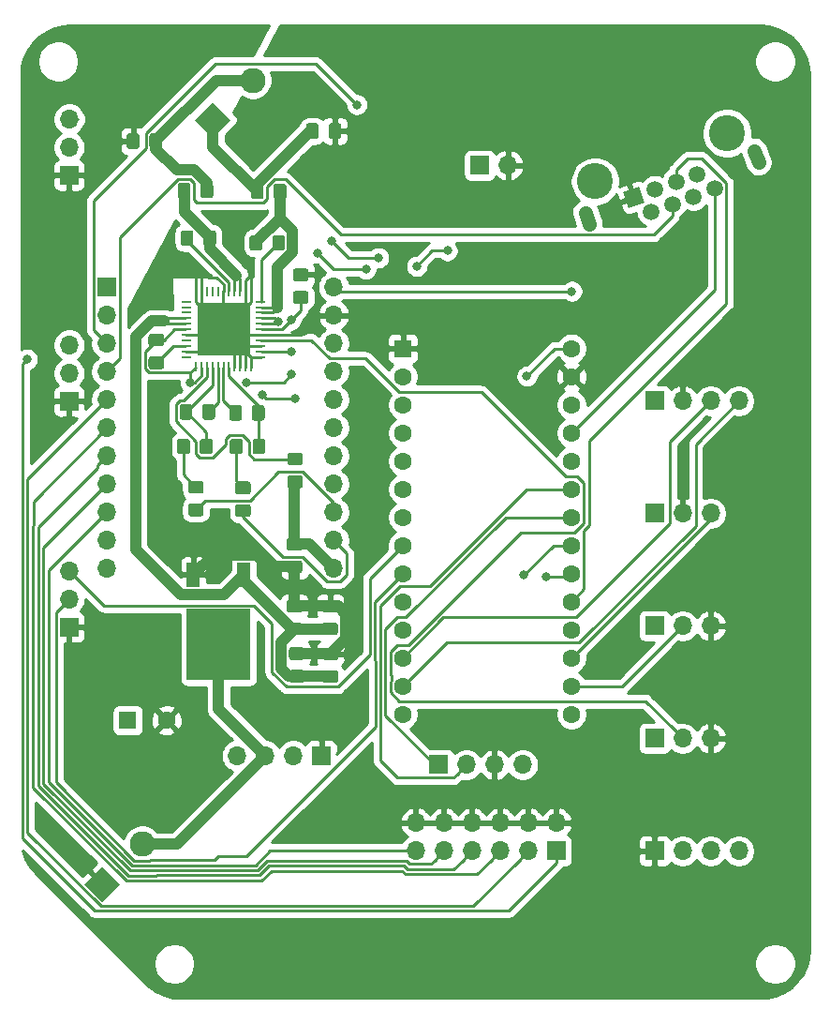
<source format=gbr>
G04 #@! TF.GenerationSoftware,KiCad,Pcbnew,(5.1.5)-3*
G04 #@! TF.CreationDate,2022-03-29T23:54:09-05:00*
G04 #@! TF.ProjectId,ControlBoardT4_22PinSound_PowerAmp,436f6e74-726f-46c4-926f-61726454345f,rev?*
G04 #@! TF.SameCoordinates,Original*
G04 #@! TF.FileFunction,Copper,L2,Bot*
G04 #@! TF.FilePolarity,Positive*
%FSLAX46Y46*%
G04 Gerber Fmt 4.6, Leading zero omitted, Abs format (unit mm)*
G04 Created by KiCad (PCBNEW (5.1.5)-3) date 2022-03-29 23:54:09*
%MOMM*%
%LPD*%
G04 APERTURE LIST*
%ADD10R,1.700000X1.700000*%
%ADD11O,1.700000X1.700000*%
%ADD12C,3.250000*%
%ADD13C,1.500000*%
%ADD14C,0.100000*%
%ADD15C,1.259000*%
%ADD16C,2.286000*%
%ADD17R,1.600000X1.600000*%
%ADD18C,1.600000*%
%ADD19R,1.200000X2.200000*%
%ADD20R,5.800000X6.400000*%
%ADD21C,0.800000*%
%ADD22R,0.965200X0.254000*%
%ADD23R,0.254000X0.965200*%
%ADD24R,4.851400X4.851400*%
%ADD25C,0.250000*%
%ADD26C,1.000000*%
%ADD27C,0.254000*%
G04 APERTURE END LIST*
D10*
X136000000Y-135400000D03*
D11*
X133460000Y-135400000D03*
X130920000Y-135400000D03*
X128380000Y-135400000D03*
D12*
X172661601Y-79202715D03*
X160727505Y-83546371D03*
D13*
X171518043Y-84216184D03*
X169950761Y-82892392D03*
X169610467Y-84910485D03*
X168043185Y-83586692D03*
X167702891Y-85604786D03*
X166135609Y-84280993D03*
X165795315Y-86299087D03*
G04 #@! TA.AperFunction,ComponentPad*
D14*
G36*
X164676287Y-84014009D02*
G01*
X165189318Y-85423548D01*
X163779779Y-85936579D01*
X163266748Y-84527040D01*
X164676287Y-84014009D01*
G37*
G04 #@! TD.AperFunction*
D15*
X175138155Y-80802620D02*
X175515403Y-81839100D01*
X159858753Y-86363868D02*
X160236001Y-87400348D01*
D10*
X116600000Y-93100000D03*
D11*
X137100000Y-93100000D03*
X116600000Y-95640000D03*
X137100000Y-95640000D03*
X116600000Y-98180000D03*
X137100000Y-98180000D03*
X116600000Y-100720000D03*
X137100000Y-100720000D03*
X116600000Y-103260000D03*
X137100000Y-103260000D03*
X116600000Y-105800000D03*
X137100000Y-105800000D03*
X116600000Y-108340000D03*
X137100000Y-108340000D03*
X116600000Y-110880000D03*
X137100000Y-110880000D03*
X116600000Y-113420000D03*
X137100000Y-113420000D03*
X116600000Y-115960000D03*
X137100000Y-115960000D03*
X116600000Y-118500000D03*
X137100000Y-118500000D03*
X173720000Y-144000000D03*
X171180000Y-144000000D03*
X168640000Y-144000000D03*
D10*
X166100000Y-144000000D03*
G04 #@! TA.AperFunction,ComponentPad*
D14*
G36*
X126200000Y-79616446D02*
G01*
X124583554Y-78000000D01*
X126200000Y-76383554D01*
X127816446Y-78000000D01*
X126200000Y-79616446D01*
G37*
G04 #@! TD.AperFunction*
D16*
X129792102Y-74407898D03*
G04 #@! TA.AperFunction,SMDPad,CuDef*
D14*
G36*
X129386425Y-110642264D02*
G01*
X129410693Y-110645864D01*
X129434492Y-110651825D01*
X129457591Y-110660090D01*
X129479770Y-110670580D01*
X129500813Y-110683192D01*
X129520519Y-110697807D01*
X129538697Y-110714283D01*
X129555173Y-110732461D01*
X129569788Y-110752167D01*
X129582400Y-110773210D01*
X129592890Y-110795389D01*
X129601155Y-110818488D01*
X129607116Y-110842287D01*
X129610716Y-110866555D01*
X129611920Y-110891059D01*
X129611920Y-111541061D01*
X129610716Y-111565565D01*
X129607116Y-111589833D01*
X129601155Y-111613632D01*
X129592890Y-111636731D01*
X129582400Y-111658910D01*
X129569788Y-111679953D01*
X129555173Y-111699659D01*
X129538697Y-111717837D01*
X129520519Y-111734313D01*
X129500813Y-111748928D01*
X129479770Y-111761540D01*
X129457591Y-111772030D01*
X129434492Y-111780295D01*
X129410693Y-111786256D01*
X129386425Y-111789856D01*
X129361921Y-111791060D01*
X128461919Y-111791060D01*
X128437415Y-111789856D01*
X128413147Y-111786256D01*
X128389348Y-111780295D01*
X128366249Y-111772030D01*
X128344070Y-111761540D01*
X128323027Y-111748928D01*
X128303321Y-111734313D01*
X128285143Y-111717837D01*
X128268667Y-111699659D01*
X128254052Y-111679953D01*
X128241440Y-111658910D01*
X128230950Y-111636731D01*
X128222685Y-111613632D01*
X128216724Y-111589833D01*
X128213124Y-111565565D01*
X128211920Y-111541061D01*
X128211920Y-110891059D01*
X128213124Y-110866555D01*
X128216724Y-110842287D01*
X128222685Y-110818488D01*
X128230950Y-110795389D01*
X128241440Y-110773210D01*
X128254052Y-110752167D01*
X128268667Y-110732461D01*
X128285143Y-110714283D01*
X128303321Y-110697807D01*
X128323027Y-110683192D01*
X128344070Y-110670580D01*
X128366249Y-110660090D01*
X128389348Y-110651825D01*
X128413147Y-110645864D01*
X128437415Y-110642264D01*
X128461919Y-110641060D01*
X129361921Y-110641060D01*
X129386425Y-110642264D01*
G37*
G04 #@! TD.AperFunction*
G04 #@! TA.AperFunction,SMDPad,CuDef*
G36*
X129386425Y-112692264D02*
G01*
X129410693Y-112695864D01*
X129434492Y-112701825D01*
X129457591Y-112710090D01*
X129479770Y-112720580D01*
X129500813Y-112733192D01*
X129520519Y-112747807D01*
X129538697Y-112764283D01*
X129555173Y-112782461D01*
X129569788Y-112802167D01*
X129582400Y-112823210D01*
X129592890Y-112845389D01*
X129601155Y-112868488D01*
X129607116Y-112892287D01*
X129610716Y-112916555D01*
X129611920Y-112941059D01*
X129611920Y-113591061D01*
X129610716Y-113615565D01*
X129607116Y-113639833D01*
X129601155Y-113663632D01*
X129592890Y-113686731D01*
X129582400Y-113708910D01*
X129569788Y-113729953D01*
X129555173Y-113749659D01*
X129538697Y-113767837D01*
X129520519Y-113784313D01*
X129500813Y-113798928D01*
X129479770Y-113811540D01*
X129457591Y-113822030D01*
X129434492Y-113830295D01*
X129410693Y-113836256D01*
X129386425Y-113839856D01*
X129361921Y-113841060D01*
X128461919Y-113841060D01*
X128437415Y-113839856D01*
X128413147Y-113836256D01*
X128389348Y-113830295D01*
X128366249Y-113822030D01*
X128344070Y-113811540D01*
X128323027Y-113798928D01*
X128303321Y-113784313D01*
X128285143Y-113767837D01*
X128268667Y-113749659D01*
X128254052Y-113729953D01*
X128241440Y-113708910D01*
X128230950Y-113686731D01*
X128222685Y-113663632D01*
X128216724Y-113639833D01*
X128213124Y-113615565D01*
X128211920Y-113591061D01*
X128211920Y-112941059D01*
X128213124Y-112916555D01*
X128216724Y-112892287D01*
X128222685Y-112868488D01*
X128230950Y-112845389D01*
X128241440Y-112823210D01*
X128254052Y-112802167D01*
X128268667Y-112782461D01*
X128285143Y-112764283D01*
X128303321Y-112747807D01*
X128323027Y-112733192D01*
X128344070Y-112720580D01*
X128366249Y-112710090D01*
X128389348Y-112701825D01*
X128413147Y-112695864D01*
X128437415Y-112692264D01*
X128461919Y-112691060D01*
X129361921Y-112691060D01*
X129386425Y-112692264D01*
G37*
G04 #@! TD.AperFunction*
G04 #@! TA.AperFunction,SMDPad,CuDef*
G36*
X125131925Y-112631304D02*
G01*
X125156193Y-112634904D01*
X125179992Y-112640865D01*
X125203091Y-112649130D01*
X125225270Y-112659620D01*
X125246313Y-112672232D01*
X125266019Y-112686847D01*
X125284197Y-112703323D01*
X125300673Y-112721501D01*
X125315288Y-112741207D01*
X125327900Y-112762250D01*
X125338390Y-112784429D01*
X125346655Y-112807528D01*
X125352616Y-112831327D01*
X125356216Y-112855595D01*
X125357420Y-112880099D01*
X125357420Y-113530101D01*
X125356216Y-113554605D01*
X125352616Y-113578873D01*
X125346655Y-113602672D01*
X125338390Y-113625771D01*
X125327900Y-113647950D01*
X125315288Y-113668993D01*
X125300673Y-113688699D01*
X125284197Y-113706877D01*
X125266019Y-113723353D01*
X125246313Y-113737968D01*
X125225270Y-113750580D01*
X125203091Y-113761070D01*
X125179992Y-113769335D01*
X125156193Y-113775296D01*
X125131925Y-113778896D01*
X125107421Y-113780100D01*
X124207419Y-113780100D01*
X124182915Y-113778896D01*
X124158647Y-113775296D01*
X124134848Y-113769335D01*
X124111749Y-113761070D01*
X124089570Y-113750580D01*
X124068527Y-113737968D01*
X124048821Y-113723353D01*
X124030643Y-113706877D01*
X124014167Y-113688699D01*
X123999552Y-113668993D01*
X123986940Y-113647950D01*
X123976450Y-113625771D01*
X123968185Y-113602672D01*
X123962224Y-113578873D01*
X123958624Y-113554605D01*
X123957420Y-113530101D01*
X123957420Y-112880099D01*
X123958624Y-112855595D01*
X123962224Y-112831327D01*
X123968185Y-112807528D01*
X123976450Y-112784429D01*
X123986940Y-112762250D01*
X123999552Y-112741207D01*
X124014167Y-112721501D01*
X124030643Y-112703323D01*
X124048821Y-112686847D01*
X124068527Y-112672232D01*
X124089570Y-112659620D01*
X124111749Y-112649130D01*
X124134848Y-112640865D01*
X124158647Y-112634904D01*
X124182915Y-112631304D01*
X124207419Y-112630100D01*
X125107421Y-112630100D01*
X125131925Y-112631304D01*
G37*
G04 #@! TD.AperFunction*
G04 #@! TA.AperFunction,SMDPad,CuDef*
G36*
X125131925Y-110581304D02*
G01*
X125156193Y-110584904D01*
X125179992Y-110590865D01*
X125203091Y-110599130D01*
X125225270Y-110609620D01*
X125246313Y-110622232D01*
X125266019Y-110636847D01*
X125284197Y-110653323D01*
X125300673Y-110671501D01*
X125315288Y-110691207D01*
X125327900Y-110712250D01*
X125338390Y-110734429D01*
X125346655Y-110757528D01*
X125352616Y-110781327D01*
X125356216Y-110805595D01*
X125357420Y-110830099D01*
X125357420Y-111480101D01*
X125356216Y-111504605D01*
X125352616Y-111528873D01*
X125346655Y-111552672D01*
X125338390Y-111575771D01*
X125327900Y-111597950D01*
X125315288Y-111618993D01*
X125300673Y-111638699D01*
X125284197Y-111656877D01*
X125266019Y-111673353D01*
X125246313Y-111687968D01*
X125225270Y-111700580D01*
X125203091Y-111711070D01*
X125179992Y-111719335D01*
X125156193Y-111725296D01*
X125131925Y-111728896D01*
X125107421Y-111730100D01*
X124207419Y-111730100D01*
X124182915Y-111728896D01*
X124158647Y-111725296D01*
X124134848Y-111719335D01*
X124111749Y-111711070D01*
X124089570Y-111700580D01*
X124068527Y-111687968D01*
X124048821Y-111673353D01*
X124030643Y-111656877D01*
X124014167Y-111638699D01*
X123999552Y-111618993D01*
X123986940Y-111597950D01*
X123976450Y-111575771D01*
X123968185Y-111552672D01*
X123962224Y-111528873D01*
X123958624Y-111504605D01*
X123957420Y-111480101D01*
X123957420Y-110830099D01*
X123958624Y-110805595D01*
X123962224Y-110781327D01*
X123968185Y-110757528D01*
X123976450Y-110734429D01*
X123986940Y-110712250D01*
X123999552Y-110691207D01*
X124014167Y-110671501D01*
X124030643Y-110653323D01*
X124048821Y-110636847D01*
X124068527Y-110622232D01*
X124089570Y-110609620D01*
X124111749Y-110599130D01*
X124134848Y-110590865D01*
X124158647Y-110584904D01*
X124182915Y-110581304D01*
X124207419Y-110580100D01*
X125107421Y-110580100D01*
X125131925Y-110581304D01*
G37*
G04 #@! TD.AperFunction*
D17*
X118500000Y-132200000D03*
D18*
X122000000Y-132200000D03*
G04 #@! TA.AperFunction,SMDPad,CuDef*
D14*
G36*
X134030545Y-121330324D02*
G01*
X134054813Y-121333924D01*
X134078612Y-121339885D01*
X134101711Y-121348150D01*
X134123890Y-121358640D01*
X134144933Y-121371252D01*
X134164639Y-121385867D01*
X134182817Y-121402343D01*
X134199293Y-121420521D01*
X134213908Y-121440227D01*
X134226520Y-121461270D01*
X134237010Y-121483449D01*
X134245275Y-121506548D01*
X134251236Y-121530347D01*
X134254836Y-121554615D01*
X134256040Y-121579119D01*
X134256040Y-122229121D01*
X134254836Y-122253625D01*
X134251236Y-122277893D01*
X134245275Y-122301692D01*
X134237010Y-122324791D01*
X134226520Y-122346970D01*
X134213908Y-122368013D01*
X134199293Y-122387719D01*
X134182817Y-122405897D01*
X134164639Y-122422373D01*
X134144933Y-122436988D01*
X134123890Y-122449600D01*
X134101711Y-122460090D01*
X134078612Y-122468355D01*
X134054813Y-122474316D01*
X134030545Y-122477916D01*
X134006041Y-122479120D01*
X133106039Y-122479120D01*
X133081535Y-122477916D01*
X133057267Y-122474316D01*
X133033468Y-122468355D01*
X133010369Y-122460090D01*
X132988190Y-122449600D01*
X132967147Y-122436988D01*
X132947441Y-122422373D01*
X132929263Y-122405897D01*
X132912787Y-122387719D01*
X132898172Y-122368013D01*
X132885560Y-122346970D01*
X132875070Y-122324791D01*
X132866805Y-122301692D01*
X132860844Y-122277893D01*
X132857244Y-122253625D01*
X132856040Y-122229121D01*
X132856040Y-121579119D01*
X132857244Y-121554615D01*
X132860844Y-121530347D01*
X132866805Y-121506548D01*
X132875070Y-121483449D01*
X132885560Y-121461270D01*
X132898172Y-121440227D01*
X132912787Y-121420521D01*
X132929263Y-121402343D01*
X132947441Y-121385867D01*
X132967147Y-121371252D01*
X132988190Y-121358640D01*
X133010369Y-121348150D01*
X133033468Y-121339885D01*
X133057267Y-121333924D01*
X133081535Y-121330324D01*
X133106039Y-121329120D01*
X134006041Y-121329120D01*
X134030545Y-121330324D01*
G37*
G04 #@! TD.AperFunction*
G04 #@! TA.AperFunction,SMDPad,CuDef*
G36*
X134030545Y-123380324D02*
G01*
X134054813Y-123383924D01*
X134078612Y-123389885D01*
X134101711Y-123398150D01*
X134123890Y-123408640D01*
X134144933Y-123421252D01*
X134164639Y-123435867D01*
X134182817Y-123452343D01*
X134199293Y-123470521D01*
X134213908Y-123490227D01*
X134226520Y-123511270D01*
X134237010Y-123533449D01*
X134245275Y-123556548D01*
X134251236Y-123580347D01*
X134254836Y-123604615D01*
X134256040Y-123629119D01*
X134256040Y-124279121D01*
X134254836Y-124303625D01*
X134251236Y-124327893D01*
X134245275Y-124351692D01*
X134237010Y-124374791D01*
X134226520Y-124396970D01*
X134213908Y-124418013D01*
X134199293Y-124437719D01*
X134182817Y-124455897D01*
X134164639Y-124472373D01*
X134144933Y-124486988D01*
X134123890Y-124499600D01*
X134101711Y-124510090D01*
X134078612Y-124518355D01*
X134054813Y-124524316D01*
X134030545Y-124527916D01*
X134006041Y-124529120D01*
X133106039Y-124529120D01*
X133081535Y-124527916D01*
X133057267Y-124524316D01*
X133033468Y-124518355D01*
X133010369Y-124510090D01*
X132988190Y-124499600D01*
X132967147Y-124486988D01*
X132947441Y-124472373D01*
X132929263Y-124455897D01*
X132912787Y-124437719D01*
X132898172Y-124418013D01*
X132885560Y-124396970D01*
X132875070Y-124374791D01*
X132866805Y-124351692D01*
X132860844Y-124327893D01*
X132857244Y-124303625D01*
X132856040Y-124279121D01*
X132856040Y-123629119D01*
X132857244Y-123604615D01*
X132860844Y-123580347D01*
X132866805Y-123556548D01*
X132875070Y-123533449D01*
X132885560Y-123511270D01*
X132898172Y-123490227D01*
X132912787Y-123470521D01*
X132929263Y-123452343D01*
X132947441Y-123435867D01*
X132967147Y-123421252D01*
X132988190Y-123408640D01*
X133010369Y-123398150D01*
X133033468Y-123389885D01*
X133057267Y-123383924D01*
X133081535Y-123380324D01*
X133106039Y-123379120D01*
X134006041Y-123379120D01*
X134030545Y-123380324D01*
G37*
G04 #@! TD.AperFunction*
G04 #@! TA.AperFunction,SMDPad,CuDef*
G36*
X137256345Y-121330324D02*
G01*
X137280613Y-121333924D01*
X137304412Y-121339885D01*
X137327511Y-121348150D01*
X137349690Y-121358640D01*
X137370733Y-121371252D01*
X137390439Y-121385867D01*
X137408617Y-121402343D01*
X137425093Y-121420521D01*
X137439708Y-121440227D01*
X137452320Y-121461270D01*
X137462810Y-121483449D01*
X137471075Y-121506548D01*
X137477036Y-121530347D01*
X137480636Y-121554615D01*
X137481840Y-121579119D01*
X137481840Y-122229121D01*
X137480636Y-122253625D01*
X137477036Y-122277893D01*
X137471075Y-122301692D01*
X137462810Y-122324791D01*
X137452320Y-122346970D01*
X137439708Y-122368013D01*
X137425093Y-122387719D01*
X137408617Y-122405897D01*
X137390439Y-122422373D01*
X137370733Y-122436988D01*
X137349690Y-122449600D01*
X137327511Y-122460090D01*
X137304412Y-122468355D01*
X137280613Y-122474316D01*
X137256345Y-122477916D01*
X137231841Y-122479120D01*
X136331839Y-122479120D01*
X136307335Y-122477916D01*
X136283067Y-122474316D01*
X136259268Y-122468355D01*
X136236169Y-122460090D01*
X136213990Y-122449600D01*
X136192947Y-122436988D01*
X136173241Y-122422373D01*
X136155063Y-122405897D01*
X136138587Y-122387719D01*
X136123972Y-122368013D01*
X136111360Y-122346970D01*
X136100870Y-122324791D01*
X136092605Y-122301692D01*
X136086644Y-122277893D01*
X136083044Y-122253625D01*
X136081840Y-122229121D01*
X136081840Y-121579119D01*
X136083044Y-121554615D01*
X136086644Y-121530347D01*
X136092605Y-121506548D01*
X136100870Y-121483449D01*
X136111360Y-121461270D01*
X136123972Y-121440227D01*
X136138587Y-121420521D01*
X136155063Y-121402343D01*
X136173241Y-121385867D01*
X136192947Y-121371252D01*
X136213990Y-121358640D01*
X136236169Y-121348150D01*
X136259268Y-121339885D01*
X136283067Y-121333924D01*
X136307335Y-121330324D01*
X136331839Y-121329120D01*
X137231841Y-121329120D01*
X137256345Y-121330324D01*
G37*
G04 #@! TD.AperFunction*
G04 #@! TA.AperFunction,SMDPad,CuDef*
G36*
X137256345Y-123380324D02*
G01*
X137280613Y-123383924D01*
X137304412Y-123389885D01*
X137327511Y-123398150D01*
X137349690Y-123408640D01*
X137370733Y-123421252D01*
X137390439Y-123435867D01*
X137408617Y-123452343D01*
X137425093Y-123470521D01*
X137439708Y-123490227D01*
X137452320Y-123511270D01*
X137462810Y-123533449D01*
X137471075Y-123556548D01*
X137477036Y-123580347D01*
X137480636Y-123604615D01*
X137481840Y-123629119D01*
X137481840Y-124279121D01*
X137480636Y-124303625D01*
X137477036Y-124327893D01*
X137471075Y-124351692D01*
X137462810Y-124374791D01*
X137452320Y-124396970D01*
X137439708Y-124418013D01*
X137425093Y-124437719D01*
X137408617Y-124455897D01*
X137390439Y-124472373D01*
X137370733Y-124486988D01*
X137349690Y-124499600D01*
X137327511Y-124510090D01*
X137304412Y-124518355D01*
X137280613Y-124524316D01*
X137256345Y-124527916D01*
X137231841Y-124529120D01*
X136331839Y-124529120D01*
X136307335Y-124527916D01*
X136283067Y-124524316D01*
X136259268Y-124518355D01*
X136236169Y-124510090D01*
X136213990Y-124499600D01*
X136192947Y-124486988D01*
X136173241Y-124472373D01*
X136155063Y-124455897D01*
X136138587Y-124437719D01*
X136123972Y-124418013D01*
X136111360Y-124396970D01*
X136100870Y-124374791D01*
X136092605Y-124351692D01*
X136086644Y-124327893D01*
X136083044Y-124303625D01*
X136081840Y-124279121D01*
X136081840Y-123629119D01*
X136083044Y-123604615D01*
X136086644Y-123580347D01*
X136092605Y-123556548D01*
X136100870Y-123533449D01*
X136111360Y-123511270D01*
X136123972Y-123490227D01*
X136138587Y-123470521D01*
X136155063Y-123452343D01*
X136173241Y-123435867D01*
X136192947Y-123421252D01*
X136213990Y-123408640D01*
X136236169Y-123398150D01*
X136259268Y-123389885D01*
X136283067Y-123383924D01*
X136307335Y-123380324D01*
X136331839Y-123379120D01*
X137231841Y-123379120D01*
X137256345Y-123380324D01*
G37*
G04 #@! TD.AperFunction*
G04 #@! TA.AperFunction,SMDPad,CuDef*
G36*
X134240365Y-127647784D02*
G01*
X134264633Y-127651384D01*
X134288432Y-127657345D01*
X134311531Y-127665610D01*
X134333710Y-127676100D01*
X134354753Y-127688712D01*
X134374459Y-127703327D01*
X134392637Y-127719803D01*
X134409113Y-127737981D01*
X134423728Y-127757687D01*
X134436340Y-127778730D01*
X134446830Y-127800909D01*
X134455095Y-127824008D01*
X134461056Y-127847807D01*
X134464656Y-127872075D01*
X134465860Y-127896579D01*
X134465860Y-128546581D01*
X134464656Y-128571085D01*
X134461056Y-128595353D01*
X134455095Y-128619152D01*
X134446830Y-128642251D01*
X134436340Y-128664430D01*
X134423728Y-128685473D01*
X134409113Y-128705179D01*
X134392637Y-128723357D01*
X134374459Y-128739833D01*
X134354753Y-128754448D01*
X134333710Y-128767060D01*
X134311531Y-128777550D01*
X134288432Y-128785815D01*
X134264633Y-128791776D01*
X134240365Y-128795376D01*
X134215861Y-128796580D01*
X133315859Y-128796580D01*
X133291355Y-128795376D01*
X133267087Y-128791776D01*
X133243288Y-128785815D01*
X133220189Y-128777550D01*
X133198010Y-128767060D01*
X133176967Y-128754448D01*
X133157261Y-128739833D01*
X133139083Y-128723357D01*
X133122607Y-128705179D01*
X133107992Y-128685473D01*
X133095380Y-128664430D01*
X133084890Y-128642251D01*
X133076625Y-128619152D01*
X133070664Y-128595353D01*
X133067064Y-128571085D01*
X133065860Y-128546581D01*
X133065860Y-127896579D01*
X133067064Y-127872075D01*
X133070664Y-127847807D01*
X133076625Y-127824008D01*
X133084890Y-127800909D01*
X133095380Y-127778730D01*
X133107992Y-127757687D01*
X133122607Y-127737981D01*
X133139083Y-127719803D01*
X133157261Y-127703327D01*
X133176967Y-127688712D01*
X133198010Y-127676100D01*
X133220189Y-127665610D01*
X133243288Y-127657345D01*
X133267087Y-127651384D01*
X133291355Y-127647784D01*
X133315859Y-127646580D01*
X134215861Y-127646580D01*
X134240365Y-127647784D01*
G37*
G04 #@! TD.AperFunction*
G04 #@! TA.AperFunction,SMDPad,CuDef*
G36*
X134240365Y-125597784D02*
G01*
X134264633Y-125601384D01*
X134288432Y-125607345D01*
X134311531Y-125615610D01*
X134333710Y-125626100D01*
X134354753Y-125638712D01*
X134374459Y-125653327D01*
X134392637Y-125669803D01*
X134409113Y-125687981D01*
X134423728Y-125707687D01*
X134436340Y-125728730D01*
X134446830Y-125750909D01*
X134455095Y-125774008D01*
X134461056Y-125797807D01*
X134464656Y-125822075D01*
X134465860Y-125846579D01*
X134465860Y-126496581D01*
X134464656Y-126521085D01*
X134461056Y-126545353D01*
X134455095Y-126569152D01*
X134446830Y-126592251D01*
X134436340Y-126614430D01*
X134423728Y-126635473D01*
X134409113Y-126655179D01*
X134392637Y-126673357D01*
X134374459Y-126689833D01*
X134354753Y-126704448D01*
X134333710Y-126717060D01*
X134311531Y-126727550D01*
X134288432Y-126735815D01*
X134264633Y-126741776D01*
X134240365Y-126745376D01*
X134215861Y-126746580D01*
X133315859Y-126746580D01*
X133291355Y-126745376D01*
X133267087Y-126741776D01*
X133243288Y-126735815D01*
X133220189Y-126727550D01*
X133198010Y-126717060D01*
X133176967Y-126704448D01*
X133157261Y-126689833D01*
X133139083Y-126673357D01*
X133122607Y-126655179D01*
X133107992Y-126635473D01*
X133095380Y-126614430D01*
X133084890Y-126592251D01*
X133076625Y-126569152D01*
X133070664Y-126545353D01*
X133067064Y-126521085D01*
X133065860Y-126496581D01*
X133065860Y-125846579D01*
X133067064Y-125822075D01*
X133070664Y-125797807D01*
X133076625Y-125774008D01*
X133084890Y-125750909D01*
X133095380Y-125728730D01*
X133107992Y-125707687D01*
X133122607Y-125687981D01*
X133139083Y-125669803D01*
X133157261Y-125653327D01*
X133176967Y-125638712D01*
X133198010Y-125626100D01*
X133220189Y-125615610D01*
X133243288Y-125607345D01*
X133267087Y-125601384D01*
X133291355Y-125597784D01*
X133315859Y-125596580D01*
X134215861Y-125596580D01*
X134240365Y-125597784D01*
G37*
G04 #@! TD.AperFunction*
G04 #@! TA.AperFunction,SMDPad,CuDef*
G36*
X137285825Y-127688424D02*
G01*
X137310093Y-127692024D01*
X137333892Y-127697985D01*
X137356991Y-127706250D01*
X137379170Y-127716740D01*
X137400213Y-127729352D01*
X137419919Y-127743967D01*
X137438097Y-127760443D01*
X137454573Y-127778621D01*
X137469188Y-127798327D01*
X137481800Y-127819370D01*
X137492290Y-127841549D01*
X137500555Y-127864648D01*
X137506516Y-127888447D01*
X137510116Y-127912715D01*
X137511320Y-127937219D01*
X137511320Y-128587221D01*
X137510116Y-128611725D01*
X137506516Y-128635993D01*
X137500555Y-128659792D01*
X137492290Y-128682891D01*
X137481800Y-128705070D01*
X137469188Y-128726113D01*
X137454573Y-128745819D01*
X137438097Y-128763997D01*
X137419919Y-128780473D01*
X137400213Y-128795088D01*
X137379170Y-128807700D01*
X137356991Y-128818190D01*
X137333892Y-128826455D01*
X137310093Y-128832416D01*
X137285825Y-128836016D01*
X137261321Y-128837220D01*
X136361319Y-128837220D01*
X136336815Y-128836016D01*
X136312547Y-128832416D01*
X136288748Y-128826455D01*
X136265649Y-128818190D01*
X136243470Y-128807700D01*
X136222427Y-128795088D01*
X136202721Y-128780473D01*
X136184543Y-128763997D01*
X136168067Y-128745819D01*
X136153452Y-128726113D01*
X136140840Y-128705070D01*
X136130350Y-128682891D01*
X136122085Y-128659792D01*
X136116124Y-128635993D01*
X136112524Y-128611725D01*
X136111320Y-128587221D01*
X136111320Y-127937219D01*
X136112524Y-127912715D01*
X136116124Y-127888447D01*
X136122085Y-127864648D01*
X136130350Y-127841549D01*
X136140840Y-127819370D01*
X136153452Y-127798327D01*
X136168067Y-127778621D01*
X136184543Y-127760443D01*
X136202721Y-127743967D01*
X136222427Y-127729352D01*
X136243470Y-127716740D01*
X136265649Y-127706250D01*
X136288748Y-127697985D01*
X136312547Y-127692024D01*
X136336815Y-127688424D01*
X136361319Y-127687220D01*
X137261321Y-127687220D01*
X137285825Y-127688424D01*
G37*
G04 #@! TD.AperFunction*
G04 #@! TA.AperFunction,SMDPad,CuDef*
G36*
X137285825Y-125638424D02*
G01*
X137310093Y-125642024D01*
X137333892Y-125647985D01*
X137356991Y-125656250D01*
X137379170Y-125666740D01*
X137400213Y-125679352D01*
X137419919Y-125693967D01*
X137438097Y-125710443D01*
X137454573Y-125728621D01*
X137469188Y-125748327D01*
X137481800Y-125769370D01*
X137492290Y-125791549D01*
X137500555Y-125814648D01*
X137506516Y-125838447D01*
X137510116Y-125862715D01*
X137511320Y-125887219D01*
X137511320Y-126537221D01*
X137510116Y-126561725D01*
X137506516Y-126585993D01*
X137500555Y-126609792D01*
X137492290Y-126632891D01*
X137481800Y-126655070D01*
X137469188Y-126676113D01*
X137454573Y-126695819D01*
X137438097Y-126713997D01*
X137419919Y-126730473D01*
X137400213Y-126745088D01*
X137379170Y-126757700D01*
X137356991Y-126768190D01*
X137333892Y-126776455D01*
X137310093Y-126782416D01*
X137285825Y-126786016D01*
X137261321Y-126787220D01*
X136361319Y-126787220D01*
X136336815Y-126786016D01*
X136312547Y-126782416D01*
X136288748Y-126776455D01*
X136265649Y-126768190D01*
X136243470Y-126757700D01*
X136222427Y-126745088D01*
X136202721Y-126730473D01*
X136184543Y-126713997D01*
X136168067Y-126695819D01*
X136153452Y-126676113D01*
X136140840Y-126655070D01*
X136130350Y-126632891D01*
X136122085Y-126609792D01*
X136116124Y-126585993D01*
X136112524Y-126561725D01*
X136111320Y-126537221D01*
X136111320Y-125887219D01*
X136112524Y-125862715D01*
X136116124Y-125838447D01*
X136122085Y-125814648D01*
X136130350Y-125791549D01*
X136140840Y-125769370D01*
X136153452Y-125748327D01*
X136168067Y-125728621D01*
X136184543Y-125710443D01*
X136202721Y-125693967D01*
X136222427Y-125679352D01*
X136243470Y-125666740D01*
X136265649Y-125656250D01*
X136288748Y-125647985D01*
X136312547Y-125642024D01*
X136336815Y-125638424D01*
X136361319Y-125637220D01*
X137261321Y-125637220D01*
X137285825Y-125638424D01*
G37*
G04 #@! TD.AperFunction*
G04 #@! TA.AperFunction,SMDPad,CuDef*
G36*
X134093045Y-108043844D02*
G01*
X134117313Y-108047444D01*
X134141112Y-108053405D01*
X134164211Y-108061670D01*
X134186390Y-108072160D01*
X134207433Y-108084772D01*
X134227139Y-108099387D01*
X134245317Y-108115863D01*
X134261793Y-108134041D01*
X134276408Y-108153747D01*
X134289020Y-108174790D01*
X134299510Y-108196969D01*
X134307775Y-108220068D01*
X134313736Y-108243867D01*
X134317336Y-108268135D01*
X134318540Y-108292639D01*
X134318540Y-108942641D01*
X134317336Y-108967145D01*
X134313736Y-108991413D01*
X134307775Y-109015212D01*
X134299510Y-109038311D01*
X134289020Y-109060490D01*
X134276408Y-109081533D01*
X134261793Y-109101239D01*
X134245317Y-109119417D01*
X134227139Y-109135893D01*
X134207433Y-109150508D01*
X134186390Y-109163120D01*
X134164211Y-109173610D01*
X134141112Y-109181875D01*
X134117313Y-109187836D01*
X134093045Y-109191436D01*
X134068541Y-109192640D01*
X133168539Y-109192640D01*
X133144035Y-109191436D01*
X133119767Y-109187836D01*
X133095968Y-109181875D01*
X133072869Y-109173610D01*
X133050690Y-109163120D01*
X133029647Y-109150508D01*
X133009941Y-109135893D01*
X132991763Y-109119417D01*
X132975287Y-109101239D01*
X132960672Y-109081533D01*
X132948060Y-109060490D01*
X132937570Y-109038311D01*
X132929305Y-109015212D01*
X132923344Y-108991413D01*
X132919744Y-108967145D01*
X132918540Y-108942641D01*
X132918540Y-108292639D01*
X132919744Y-108268135D01*
X132923344Y-108243867D01*
X132929305Y-108220068D01*
X132937570Y-108196969D01*
X132948060Y-108174790D01*
X132960672Y-108153747D01*
X132975287Y-108134041D01*
X132991763Y-108115863D01*
X133009941Y-108099387D01*
X133029647Y-108084772D01*
X133050690Y-108072160D01*
X133072869Y-108061670D01*
X133095968Y-108053405D01*
X133119767Y-108047444D01*
X133144035Y-108043844D01*
X133168539Y-108042640D01*
X134068541Y-108042640D01*
X134093045Y-108043844D01*
G37*
G04 #@! TD.AperFunction*
G04 #@! TA.AperFunction,SMDPad,CuDef*
G36*
X134093045Y-110093844D02*
G01*
X134117313Y-110097444D01*
X134141112Y-110103405D01*
X134164211Y-110111670D01*
X134186390Y-110122160D01*
X134207433Y-110134772D01*
X134227139Y-110149387D01*
X134245317Y-110165863D01*
X134261793Y-110184041D01*
X134276408Y-110203747D01*
X134289020Y-110224790D01*
X134299510Y-110246969D01*
X134307775Y-110270068D01*
X134313736Y-110293867D01*
X134317336Y-110318135D01*
X134318540Y-110342639D01*
X134318540Y-110992641D01*
X134317336Y-111017145D01*
X134313736Y-111041413D01*
X134307775Y-111065212D01*
X134299510Y-111088311D01*
X134289020Y-111110490D01*
X134276408Y-111131533D01*
X134261793Y-111151239D01*
X134245317Y-111169417D01*
X134227139Y-111185893D01*
X134207433Y-111200508D01*
X134186390Y-111213120D01*
X134164211Y-111223610D01*
X134141112Y-111231875D01*
X134117313Y-111237836D01*
X134093045Y-111241436D01*
X134068541Y-111242640D01*
X133168539Y-111242640D01*
X133144035Y-111241436D01*
X133119767Y-111237836D01*
X133095968Y-111231875D01*
X133072869Y-111223610D01*
X133050690Y-111213120D01*
X133029647Y-111200508D01*
X133009941Y-111185893D01*
X132991763Y-111169417D01*
X132975287Y-111151239D01*
X132960672Y-111131533D01*
X132948060Y-111110490D01*
X132937570Y-111088311D01*
X132929305Y-111065212D01*
X132923344Y-111041413D01*
X132919744Y-111017145D01*
X132918540Y-110992641D01*
X132918540Y-110342639D01*
X132919744Y-110318135D01*
X132923344Y-110293867D01*
X132929305Y-110270068D01*
X132937570Y-110246969D01*
X132948060Y-110224790D01*
X132960672Y-110203747D01*
X132975287Y-110184041D01*
X132991763Y-110165863D01*
X133009941Y-110149387D01*
X133029647Y-110134772D01*
X133050690Y-110122160D01*
X133072869Y-110111670D01*
X133095968Y-110103405D01*
X133119767Y-110097444D01*
X133144035Y-110093844D01*
X133168539Y-110092640D01*
X134068541Y-110092640D01*
X134093045Y-110093844D01*
G37*
G04 #@! TD.AperFunction*
G04 #@! TA.AperFunction,SMDPad,CuDef*
G36*
X130430985Y-88402864D02*
G01*
X130455253Y-88406464D01*
X130479052Y-88412425D01*
X130502151Y-88420690D01*
X130524330Y-88431180D01*
X130545373Y-88443792D01*
X130565079Y-88458407D01*
X130583257Y-88474883D01*
X130599733Y-88493061D01*
X130614348Y-88512767D01*
X130626960Y-88533810D01*
X130637450Y-88555989D01*
X130645715Y-88579088D01*
X130651676Y-88602887D01*
X130655276Y-88627155D01*
X130656480Y-88651659D01*
X130656480Y-89551661D01*
X130655276Y-89576165D01*
X130651676Y-89600433D01*
X130645715Y-89624232D01*
X130637450Y-89647331D01*
X130626960Y-89669510D01*
X130614348Y-89690553D01*
X130599733Y-89710259D01*
X130583257Y-89728437D01*
X130565079Y-89744913D01*
X130545373Y-89759528D01*
X130524330Y-89772140D01*
X130502151Y-89782630D01*
X130479052Y-89790895D01*
X130455253Y-89796856D01*
X130430985Y-89800456D01*
X130406481Y-89801660D01*
X129756479Y-89801660D01*
X129731975Y-89800456D01*
X129707707Y-89796856D01*
X129683908Y-89790895D01*
X129660809Y-89782630D01*
X129638630Y-89772140D01*
X129617587Y-89759528D01*
X129597881Y-89744913D01*
X129579703Y-89728437D01*
X129563227Y-89710259D01*
X129548612Y-89690553D01*
X129536000Y-89669510D01*
X129525510Y-89647331D01*
X129517245Y-89624232D01*
X129511284Y-89600433D01*
X129507684Y-89576165D01*
X129506480Y-89551661D01*
X129506480Y-88651659D01*
X129507684Y-88627155D01*
X129511284Y-88602887D01*
X129517245Y-88579088D01*
X129525510Y-88555989D01*
X129536000Y-88533810D01*
X129548612Y-88512767D01*
X129563227Y-88493061D01*
X129579703Y-88474883D01*
X129597881Y-88458407D01*
X129617587Y-88443792D01*
X129638630Y-88431180D01*
X129660809Y-88420690D01*
X129683908Y-88412425D01*
X129707707Y-88406464D01*
X129731975Y-88402864D01*
X129756479Y-88401660D01*
X130406481Y-88401660D01*
X130430985Y-88402864D01*
G37*
G04 #@! TD.AperFunction*
G04 #@! TA.AperFunction,SMDPad,CuDef*
G36*
X132480985Y-88402864D02*
G01*
X132505253Y-88406464D01*
X132529052Y-88412425D01*
X132552151Y-88420690D01*
X132574330Y-88431180D01*
X132595373Y-88443792D01*
X132615079Y-88458407D01*
X132633257Y-88474883D01*
X132649733Y-88493061D01*
X132664348Y-88512767D01*
X132676960Y-88533810D01*
X132687450Y-88555989D01*
X132695715Y-88579088D01*
X132701676Y-88602887D01*
X132705276Y-88627155D01*
X132706480Y-88651659D01*
X132706480Y-89551661D01*
X132705276Y-89576165D01*
X132701676Y-89600433D01*
X132695715Y-89624232D01*
X132687450Y-89647331D01*
X132676960Y-89669510D01*
X132664348Y-89690553D01*
X132649733Y-89710259D01*
X132633257Y-89728437D01*
X132615079Y-89744913D01*
X132595373Y-89759528D01*
X132574330Y-89772140D01*
X132552151Y-89782630D01*
X132529052Y-89790895D01*
X132505253Y-89796856D01*
X132480985Y-89800456D01*
X132456481Y-89801660D01*
X131806479Y-89801660D01*
X131781975Y-89800456D01*
X131757707Y-89796856D01*
X131733908Y-89790895D01*
X131710809Y-89782630D01*
X131688630Y-89772140D01*
X131667587Y-89759528D01*
X131647881Y-89744913D01*
X131629703Y-89728437D01*
X131613227Y-89710259D01*
X131598612Y-89690553D01*
X131586000Y-89669510D01*
X131575510Y-89647331D01*
X131567245Y-89624232D01*
X131561284Y-89600433D01*
X131557684Y-89576165D01*
X131556480Y-89551661D01*
X131556480Y-88651659D01*
X131557684Y-88627155D01*
X131561284Y-88602887D01*
X131567245Y-88579088D01*
X131575510Y-88555989D01*
X131586000Y-88533810D01*
X131598612Y-88512767D01*
X131613227Y-88493061D01*
X131629703Y-88474883D01*
X131647881Y-88458407D01*
X131667587Y-88443792D01*
X131688630Y-88431180D01*
X131710809Y-88420690D01*
X131733908Y-88412425D01*
X131757707Y-88406464D01*
X131781975Y-88402864D01*
X131806479Y-88401660D01*
X132456481Y-88401660D01*
X132480985Y-88402864D01*
G37*
G04 #@! TD.AperFunction*
G04 #@! TA.AperFunction,SMDPad,CuDef*
G36*
X124205445Y-87955824D02*
G01*
X124229713Y-87959424D01*
X124253512Y-87965385D01*
X124276611Y-87973650D01*
X124298790Y-87984140D01*
X124319833Y-87996752D01*
X124339539Y-88011367D01*
X124357717Y-88027843D01*
X124374193Y-88046021D01*
X124388808Y-88065727D01*
X124401420Y-88086770D01*
X124411910Y-88108949D01*
X124420175Y-88132048D01*
X124426136Y-88155847D01*
X124429736Y-88180115D01*
X124430940Y-88204619D01*
X124430940Y-89104621D01*
X124429736Y-89129125D01*
X124426136Y-89153393D01*
X124420175Y-89177192D01*
X124411910Y-89200291D01*
X124401420Y-89222470D01*
X124388808Y-89243513D01*
X124374193Y-89263219D01*
X124357717Y-89281397D01*
X124339539Y-89297873D01*
X124319833Y-89312488D01*
X124298790Y-89325100D01*
X124276611Y-89335590D01*
X124253512Y-89343855D01*
X124229713Y-89349816D01*
X124205445Y-89353416D01*
X124180941Y-89354620D01*
X123530939Y-89354620D01*
X123506435Y-89353416D01*
X123482167Y-89349816D01*
X123458368Y-89343855D01*
X123435269Y-89335590D01*
X123413090Y-89325100D01*
X123392047Y-89312488D01*
X123372341Y-89297873D01*
X123354163Y-89281397D01*
X123337687Y-89263219D01*
X123323072Y-89243513D01*
X123310460Y-89222470D01*
X123299970Y-89200291D01*
X123291705Y-89177192D01*
X123285744Y-89153393D01*
X123282144Y-89129125D01*
X123280940Y-89104621D01*
X123280940Y-88204619D01*
X123282144Y-88180115D01*
X123285744Y-88155847D01*
X123291705Y-88132048D01*
X123299970Y-88108949D01*
X123310460Y-88086770D01*
X123323072Y-88065727D01*
X123337687Y-88046021D01*
X123354163Y-88027843D01*
X123372341Y-88011367D01*
X123392047Y-87996752D01*
X123413090Y-87984140D01*
X123435269Y-87973650D01*
X123458368Y-87965385D01*
X123482167Y-87959424D01*
X123506435Y-87955824D01*
X123530939Y-87954620D01*
X124180941Y-87954620D01*
X124205445Y-87955824D01*
G37*
G04 #@! TD.AperFunction*
G04 #@! TA.AperFunction,SMDPad,CuDef*
G36*
X126255445Y-87955824D02*
G01*
X126279713Y-87959424D01*
X126303512Y-87965385D01*
X126326611Y-87973650D01*
X126348790Y-87984140D01*
X126369833Y-87996752D01*
X126389539Y-88011367D01*
X126407717Y-88027843D01*
X126424193Y-88046021D01*
X126438808Y-88065727D01*
X126451420Y-88086770D01*
X126461910Y-88108949D01*
X126470175Y-88132048D01*
X126476136Y-88155847D01*
X126479736Y-88180115D01*
X126480940Y-88204619D01*
X126480940Y-89104621D01*
X126479736Y-89129125D01*
X126476136Y-89153393D01*
X126470175Y-89177192D01*
X126461910Y-89200291D01*
X126451420Y-89222470D01*
X126438808Y-89243513D01*
X126424193Y-89263219D01*
X126407717Y-89281397D01*
X126389539Y-89297873D01*
X126369833Y-89312488D01*
X126348790Y-89325100D01*
X126326611Y-89335590D01*
X126303512Y-89343855D01*
X126279713Y-89349816D01*
X126255445Y-89353416D01*
X126230941Y-89354620D01*
X125580939Y-89354620D01*
X125556435Y-89353416D01*
X125532167Y-89349816D01*
X125508368Y-89343855D01*
X125485269Y-89335590D01*
X125463090Y-89325100D01*
X125442047Y-89312488D01*
X125422341Y-89297873D01*
X125404163Y-89281397D01*
X125387687Y-89263219D01*
X125373072Y-89243513D01*
X125360460Y-89222470D01*
X125349970Y-89200291D01*
X125341705Y-89177192D01*
X125335744Y-89153393D01*
X125332144Y-89129125D01*
X125330940Y-89104621D01*
X125330940Y-88204619D01*
X125332144Y-88180115D01*
X125335744Y-88155847D01*
X125341705Y-88132048D01*
X125349970Y-88108949D01*
X125360460Y-88086770D01*
X125373072Y-88065727D01*
X125387687Y-88046021D01*
X125404163Y-88027843D01*
X125422341Y-88011367D01*
X125442047Y-87996752D01*
X125463090Y-87984140D01*
X125485269Y-87973650D01*
X125508368Y-87965385D01*
X125532167Y-87959424D01*
X125556435Y-87955824D01*
X125580939Y-87954620D01*
X126230941Y-87954620D01*
X126255445Y-87955824D01*
G37*
G04 #@! TD.AperFunction*
G04 #@! TA.AperFunction,SMDPad,CuDef*
G36*
X135524505Y-78301204D02*
G01*
X135548773Y-78304804D01*
X135572572Y-78310765D01*
X135595671Y-78319030D01*
X135617850Y-78329520D01*
X135638893Y-78342132D01*
X135658599Y-78356747D01*
X135676777Y-78373223D01*
X135693253Y-78391401D01*
X135707868Y-78411107D01*
X135720480Y-78432150D01*
X135730970Y-78454329D01*
X135739235Y-78477428D01*
X135745196Y-78501227D01*
X135748796Y-78525495D01*
X135750000Y-78549999D01*
X135750000Y-79450001D01*
X135748796Y-79474505D01*
X135745196Y-79498773D01*
X135739235Y-79522572D01*
X135730970Y-79545671D01*
X135720480Y-79567850D01*
X135707868Y-79588893D01*
X135693253Y-79608599D01*
X135676777Y-79626777D01*
X135658599Y-79643253D01*
X135638893Y-79657868D01*
X135617850Y-79670480D01*
X135595671Y-79680970D01*
X135572572Y-79689235D01*
X135548773Y-79695196D01*
X135524505Y-79698796D01*
X135500001Y-79700000D01*
X134849999Y-79700000D01*
X134825495Y-79698796D01*
X134801227Y-79695196D01*
X134777428Y-79689235D01*
X134754329Y-79680970D01*
X134732150Y-79670480D01*
X134711107Y-79657868D01*
X134691401Y-79643253D01*
X134673223Y-79626777D01*
X134656747Y-79608599D01*
X134642132Y-79588893D01*
X134629520Y-79567850D01*
X134619030Y-79545671D01*
X134610765Y-79522572D01*
X134604804Y-79498773D01*
X134601204Y-79474505D01*
X134600000Y-79450001D01*
X134600000Y-78549999D01*
X134601204Y-78525495D01*
X134604804Y-78501227D01*
X134610765Y-78477428D01*
X134619030Y-78454329D01*
X134629520Y-78432150D01*
X134642132Y-78411107D01*
X134656747Y-78391401D01*
X134673223Y-78373223D01*
X134691401Y-78356747D01*
X134711107Y-78342132D01*
X134732150Y-78329520D01*
X134754329Y-78319030D01*
X134777428Y-78310765D01*
X134801227Y-78304804D01*
X134825495Y-78301204D01*
X134849999Y-78300000D01*
X135500001Y-78300000D01*
X135524505Y-78301204D01*
G37*
G04 #@! TD.AperFunction*
G04 #@! TA.AperFunction,SMDPad,CuDef*
G36*
X137574505Y-78301204D02*
G01*
X137598773Y-78304804D01*
X137622572Y-78310765D01*
X137645671Y-78319030D01*
X137667850Y-78329520D01*
X137688893Y-78342132D01*
X137708599Y-78356747D01*
X137726777Y-78373223D01*
X137743253Y-78391401D01*
X137757868Y-78411107D01*
X137770480Y-78432150D01*
X137780970Y-78454329D01*
X137789235Y-78477428D01*
X137795196Y-78501227D01*
X137798796Y-78525495D01*
X137800000Y-78549999D01*
X137800000Y-79450001D01*
X137798796Y-79474505D01*
X137795196Y-79498773D01*
X137789235Y-79522572D01*
X137780970Y-79545671D01*
X137770480Y-79567850D01*
X137757868Y-79588893D01*
X137743253Y-79608599D01*
X137726777Y-79626777D01*
X137708599Y-79643253D01*
X137688893Y-79657868D01*
X137667850Y-79670480D01*
X137645671Y-79680970D01*
X137622572Y-79689235D01*
X137598773Y-79695196D01*
X137574505Y-79698796D01*
X137550001Y-79700000D01*
X136899999Y-79700000D01*
X136875495Y-79698796D01*
X136851227Y-79695196D01*
X136827428Y-79689235D01*
X136804329Y-79680970D01*
X136782150Y-79670480D01*
X136761107Y-79657868D01*
X136741401Y-79643253D01*
X136723223Y-79626777D01*
X136706747Y-79608599D01*
X136692132Y-79588893D01*
X136679520Y-79567850D01*
X136669030Y-79545671D01*
X136660765Y-79522572D01*
X136654804Y-79498773D01*
X136651204Y-79474505D01*
X136650000Y-79450001D01*
X136650000Y-78549999D01*
X136651204Y-78525495D01*
X136654804Y-78501227D01*
X136660765Y-78477428D01*
X136669030Y-78454329D01*
X136679520Y-78432150D01*
X136692132Y-78411107D01*
X136706747Y-78391401D01*
X136723223Y-78373223D01*
X136741401Y-78356747D01*
X136761107Y-78342132D01*
X136782150Y-78329520D01*
X136804329Y-78319030D01*
X136827428Y-78310765D01*
X136851227Y-78304804D01*
X136875495Y-78301204D01*
X136899999Y-78300000D01*
X137550001Y-78300000D01*
X137574505Y-78301204D01*
G37*
G04 #@! TD.AperFunction*
G04 #@! TA.AperFunction,SMDPad,CuDef*
G36*
X121374505Y-79197904D02*
G01*
X121398773Y-79201504D01*
X121422572Y-79207465D01*
X121445671Y-79215730D01*
X121467850Y-79226220D01*
X121488893Y-79238832D01*
X121508599Y-79253447D01*
X121526777Y-79269923D01*
X121543253Y-79288101D01*
X121557868Y-79307807D01*
X121570480Y-79328850D01*
X121580970Y-79351029D01*
X121589235Y-79374128D01*
X121595196Y-79397927D01*
X121598796Y-79422195D01*
X121600000Y-79446699D01*
X121600000Y-80346701D01*
X121598796Y-80371205D01*
X121595196Y-80395473D01*
X121589235Y-80419272D01*
X121580970Y-80442371D01*
X121570480Y-80464550D01*
X121557868Y-80485593D01*
X121543253Y-80505299D01*
X121526777Y-80523477D01*
X121508599Y-80539953D01*
X121488893Y-80554568D01*
X121467850Y-80567180D01*
X121445671Y-80577670D01*
X121422572Y-80585935D01*
X121398773Y-80591896D01*
X121374505Y-80595496D01*
X121350001Y-80596700D01*
X120699999Y-80596700D01*
X120675495Y-80595496D01*
X120651227Y-80591896D01*
X120627428Y-80585935D01*
X120604329Y-80577670D01*
X120582150Y-80567180D01*
X120561107Y-80554568D01*
X120541401Y-80539953D01*
X120523223Y-80523477D01*
X120506747Y-80505299D01*
X120492132Y-80485593D01*
X120479520Y-80464550D01*
X120469030Y-80442371D01*
X120460765Y-80419272D01*
X120454804Y-80395473D01*
X120451204Y-80371205D01*
X120450000Y-80346701D01*
X120450000Y-79446699D01*
X120451204Y-79422195D01*
X120454804Y-79397927D01*
X120460765Y-79374128D01*
X120469030Y-79351029D01*
X120479520Y-79328850D01*
X120492132Y-79307807D01*
X120506747Y-79288101D01*
X120523223Y-79269923D01*
X120541401Y-79253447D01*
X120561107Y-79238832D01*
X120582150Y-79226220D01*
X120604329Y-79215730D01*
X120627428Y-79207465D01*
X120651227Y-79201504D01*
X120675495Y-79197904D01*
X120699999Y-79196700D01*
X121350001Y-79196700D01*
X121374505Y-79197904D01*
G37*
G04 #@! TD.AperFunction*
G04 #@! TA.AperFunction,SMDPad,CuDef*
G36*
X119324505Y-79197904D02*
G01*
X119348773Y-79201504D01*
X119372572Y-79207465D01*
X119395671Y-79215730D01*
X119417850Y-79226220D01*
X119438893Y-79238832D01*
X119458599Y-79253447D01*
X119476777Y-79269923D01*
X119493253Y-79288101D01*
X119507868Y-79307807D01*
X119520480Y-79328850D01*
X119530970Y-79351029D01*
X119539235Y-79374128D01*
X119545196Y-79397927D01*
X119548796Y-79422195D01*
X119550000Y-79446699D01*
X119550000Y-80346701D01*
X119548796Y-80371205D01*
X119545196Y-80395473D01*
X119539235Y-80419272D01*
X119530970Y-80442371D01*
X119520480Y-80464550D01*
X119507868Y-80485593D01*
X119493253Y-80505299D01*
X119476777Y-80523477D01*
X119458599Y-80539953D01*
X119438893Y-80554568D01*
X119417850Y-80567180D01*
X119395671Y-80577670D01*
X119372572Y-80585935D01*
X119348773Y-80591896D01*
X119324505Y-80595496D01*
X119300001Y-80596700D01*
X118649999Y-80596700D01*
X118625495Y-80595496D01*
X118601227Y-80591896D01*
X118577428Y-80585935D01*
X118554329Y-80577670D01*
X118532150Y-80567180D01*
X118511107Y-80554568D01*
X118491401Y-80539953D01*
X118473223Y-80523477D01*
X118456747Y-80505299D01*
X118442132Y-80485593D01*
X118429520Y-80464550D01*
X118419030Y-80442371D01*
X118410765Y-80419272D01*
X118404804Y-80395473D01*
X118401204Y-80371205D01*
X118400000Y-80346701D01*
X118400000Y-79446699D01*
X118401204Y-79422195D01*
X118404804Y-79397927D01*
X118410765Y-79374128D01*
X118419030Y-79351029D01*
X118429520Y-79328850D01*
X118442132Y-79307807D01*
X118456747Y-79288101D01*
X118473223Y-79269923D01*
X118491401Y-79253447D01*
X118511107Y-79238832D01*
X118532150Y-79226220D01*
X118554329Y-79215730D01*
X118577428Y-79207465D01*
X118601227Y-79201504D01*
X118625495Y-79197904D01*
X118649999Y-79196700D01*
X119300001Y-79196700D01*
X119324505Y-79197904D01*
G37*
G04 #@! TD.AperFunction*
G04 #@! TA.AperFunction,SMDPad,CuDef*
G36*
X134039705Y-117774804D02*
G01*
X134063973Y-117778404D01*
X134087772Y-117784365D01*
X134110871Y-117792630D01*
X134133050Y-117803120D01*
X134154093Y-117815732D01*
X134173799Y-117830347D01*
X134191977Y-117846823D01*
X134208453Y-117865001D01*
X134223068Y-117884707D01*
X134235680Y-117905750D01*
X134246170Y-117927929D01*
X134254435Y-117951028D01*
X134260396Y-117974827D01*
X134263996Y-117999095D01*
X134265200Y-118023599D01*
X134265200Y-118673601D01*
X134263996Y-118698105D01*
X134260396Y-118722373D01*
X134254435Y-118746172D01*
X134246170Y-118769271D01*
X134235680Y-118791450D01*
X134223068Y-118812493D01*
X134208453Y-118832199D01*
X134191977Y-118850377D01*
X134173799Y-118866853D01*
X134154093Y-118881468D01*
X134133050Y-118894080D01*
X134110871Y-118904570D01*
X134087772Y-118912835D01*
X134063973Y-118918796D01*
X134039705Y-118922396D01*
X134015201Y-118923600D01*
X133115199Y-118923600D01*
X133090695Y-118922396D01*
X133066427Y-118918796D01*
X133042628Y-118912835D01*
X133019529Y-118904570D01*
X132997350Y-118894080D01*
X132976307Y-118881468D01*
X132956601Y-118866853D01*
X132938423Y-118850377D01*
X132921947Y-118832199D01*
X132907332Y-118812493D01*
X132894720Y-118791450D01*
X132884230Y-118769271D01*
X132875965Y-118746172D01*
X132870004Y-118722373D01*
X132866404Y-118698105D01*
X132865200Y-118673601D01*
X132865200Y-118023599D01*
X132866404Y-117999095D01*
X132870004Y-117974827D01*
X132875965Y-117951028D01*
X132884230Y-117927929D01*
X132894720Y-117905750D01*
X132907332Y-117884707D01*
X132921947Y-117865001D01*
X132938423Y-117846823D01*
X132956601Y-117830347D01*
X132976307Y-117815732D01*
X132997350Y-117803120D01*
X133019529Y-117792630D01*
X133042628Y-117784365D01*
X133066427Y-117778404D01*
X133090695Y-117774804D01*
X133115199Y-117773600D01*
X134015201Y-117773600D01*
X134039705Y-117774804D01*
G37*
G04 #@! TD.AperFunction*
G04 #@! TA.AperFunction,SMDPad,CuDef*
G36*
X134039705Y-115724804D02*
G01*
X134063973Y-115728404D01*
X134087772Y-115734365D01*
X134110871Y-115742630D01*
X134133050Y-115753120D01*
X134154093Y-115765732D01*
X134173799Y-115780347D01*
X134191977Y-115796823D01*
X134208453Y-115815001D01*
X134223068Y-115834707D01*
X134235680Y-115855750D01*
X134246170Y-115877929D01*
X134254435Y-115901028D01*
X134260396Y-115924827D01*
X134263996Y-115949095D01*
X134265200Y-115973599D01*
X134265200Y-116623601D01*
X134263996Y-116648105D01*
X134260396Y-116672373D01*
X134254435Y-116696172D01*
X134246170Y-116719271D01*
X134235680Y-116741450D01*
X134223068Y-116762493D01*
X134208453Y-116782199D01*
X134191977Y-116800377D01*
X134173799Y-116816853D01*
X134154093Y-116831468D01*
X134133050Y-116844080D01*
X134110871Y-116854570D01*
X134087772Y-116862835D01*
X134063973Y-116868796D01*
X134039705Y-116872396D01*
X134015201Y-116873600D01*
X133115199Y-116873600D01*
X133090695Y-116872396D01*
X133066427Y-116868796D01*
X133042628Y-116862835D01*
X133019529Y-116854570D01*
X132997350Y-116844080D01*
X132976307Y-116831468D01*
X132956601Y-116816853D01*
X132938423Y-116800377D01*
X132921947Y-116782199D01*
X132907332Y-116762493D01*
X132894720Y-116741450D01*
X132884230Y-116719271D01*
X132875965Y-116696172D01*
X132870004Y-116672373D01*
X132866404Y-116648105D01*
X132865200Y-116623601D01*
X132865200Y-115973599D01*
X132866404Y-115949095D01*
X132870004Y-115924827D01*
X132875965Y-115901028D01*
X132884230Y-115877929D01*
X132894720Y-115855750D01*
X132907332Y-115834707D01*
X132921947Y-115815001D01*
X132938423Y-115796823D01*
X132956601Y-115780347D01*
X132976307Y-115765732D01*
X132997350Y-115753120D01*
X133019529Y-115742630D01*
X133042628Y-115734365D01*
X133066427Y-115728404D01*
X133090695Y-115724804D01*
X133115199Y-115723600D01*
X134015201Y-115723600D01*
X134039705Y-115724804D01*
G37*
G04 #@! TD.AperFunction*
G04 #@! TA.AperFunction,SMDPad,CuDef*
G36*
X130550365Y-83757204D02*
G01*
X130574633Y-83760804D01*
X130598432Y-83766765D01*
X130621531Y-83775030D01*
X130643710Y-83785520D01*
X130664753Y-83798132D01*
X130684459Y-83812747D01*
X130702637Y-83829223D01*
X130719113Y-83847401D01*
X130733728Y-83867107D01*
X130746340Y-83888150D01*
X130756830Y-83910329D01*
X130765095Y-83933428D01*
X130771056Y-83957227D01*
X130774656Y-83981495D01*
X130775860Y-84005999D01*
X130775860Y-84906001D01*
X130774656Y-84930505D01*
X130771056Y-84954773D01*
X130765095Y-84978572D01*
X130756830Y-85001671D01*
X130746340Y-85023850D01*
X130733728Y-85044893D01*
X130719113Y-85064599D01*
X130702637Y-85082777D01*
X130684459Y-85099253D01*
X130664753Y-85113868D01*
X130643710Y-85126480D01*
X130621531Y-85136970D01*
X130598432Y-85145235D01*
X130574633Y-85151196D01*
X130550365Y-85154796D01*
X130525861Y-85156000D01*
X129875859Y-85156000D01*
X129851355Y-85154796D01*
X129827087Y-85151196D01*
X129803288Y-85145235D01*
X129780189Y-85136970D01*
X129758010Y-85126480D01*
X129736967Y-85113868D01*
X129717261Y-85099253D01*
X129699083Y-85082777D01*
X129682607Y-85064599D01*
X129667992Y-85044893D01*
X129655380Y-85023850D01*
X129644890Y-85001671D01*
X129636625Y-84978572D01*
X129630664Y-84954773D01*
X129627064Y-84930505D01*
X129625860Y-84906001D01*
X129625860Y-84005999D01*
X129627064Y-83981495D01*
X129630664Y-83957227D01*
X129636625Y-83933428D01*
X129644890Y-83910329D01*
X129655380Y-83888150D01*
X129667992Y-83867107D01*
X129682607Y-83847401D01*
X129699083Y-83829223D01*
X129717261Y-83812747D01*
X129736967Y-83798132D01*
X129758010Y-83785520D01*
X129780189Y-83775030D01*
X129803288Y-83766765D01*
X129827087Y-83760804D01*
X129851355Y-83757204D01*
X129875859Y-83756000D01*
X130525861Y-83756000D01*
X130550365Y-83757204D01*
G37*
G04 #@! TD.AperFunction*
G04 #@! TA.AperFunction,SMDPad,CuDef*
G36*
X132600365Y-83757204D02*
G01*
X132624633Y-83760804D01*
X132648432Y-83766765D01*
X132671531Y-83775030D01*
X132693710Y-83785520D01*
X132714753Y-83798132D01*
X132734459Y-83812747D01*
X132752637Y-83829223D01*
X132769113Y-83847401D01*
X132783728Y-83867107D01*
X132796340Y-83888150D01*
X132806830Y-83910329D01*
X132815095Y-83933428D01*
X132821056Y-83957227D01*
X132824656Y-83981495D01*
X132825860Y-84005999D01*
X132825860Y-84906001D01*
X132824656Y-84930505D01*
X132821056Y-84954773D01*
X132815095Y-84978572D01*
X132806830Y-85001671D01*
X132796340Y-85023850D01*
X132783728Y-85044893D01*
X132769113Y-85064599D01*
X132752637Y-85082777D01*
X132734459Y-85099253D01*
X132714753Y-85113868D01*
X132693710Y-85126480D01*
X132671531Y-85136970D01*
X132648432Y-85145235D01*
X132624633Y-85151196D01*
X132600365Y-85154796D01*
X132575861Y-85156000D01*
X131925859Y-85156000D01*
X131901355Y-85154796D01*
X131877087Y-85151196D01*
X131853288Y-85145235D01*
X131830189Y-85136970D01*
X131808010Y-85126480D01*
X131786967Y-85113868D01*
X131767261Y-85099253D01*
X131749083Y-85082777D01*
X131732607Y-85064599D01*
X131717992Y-85044893D01*
X131705380Y-85023850D01*
X131694890Y-85001671D01*
X131686625Y-84978572D01*
X131680664Y-84954773D01*
X131677064Y-84930505D01*
X131675860Y-84906001D01*
X131675860Y-84005999D01*
X131677064Y-83981495D01*
X131680664Y-83957227D01*
X131686625Y-83933428D01*
X131694890Y-83910329D01*
X131705380Y-83888150D01*
X131717992Y-83867107D01*
X131732607Y-83847401D01*
X131749083Y-83829223D01*
X131767261Y-83812747D01*
X131786967Y-83798132D01*
X131808010Y-83785520D01*
X131830189Y-83775030D01*
X131853288Y-83766765D01*
X131877087Y-83760804D01*
X131901355Y-83757204D01*
X131925859Y-83756000D01*
X132575861Y-83756000D01*
X132600365Y-83757204D01*
G37*
G04 #@! TD.AperFunction*
G04 #@! TA.AperFunction,SMDPad,CuDef*
G36*
X123938745Y-83665764D02*
G01*
X123963013Y-83669364D01*
X123986812Y-83675325D01*
X124009911Y-83683590D01*
X124032090Y-83694080D01*
X124053133Y-83706692D01*
X124072839Y-83721307D01*
X124091017Y-83737783D01*
X124107493Y-83755961D01*
X124122108Y-83775667D01*
X124134720Y-83796710D01*
X124145210Y-83818889D01*
X124153475Y-83841988D01*
X124159436Y-83865787D01*
X124163036Y-83890055D01*
X124164240Y-83914559D01*
X124164240Y-84814561D01*
X124163036Y-84839065D01*
X124159436Y-84863333D01*
X124153475Y-84887132D01*
X124145210Y-84910231D01*
X124134720Y-84932410D01*
X124122108Y-84953453D01*
X124107493Y-84973159D01*
X124091017Y-84991337D01*
X124072839Y-85007813D01*
X124053133Y-85022428D01*
X124032090Y-85035040D01*
X124009911Y-85045530D01*
X123986812Y-85053795D01*
X123963013Y-85059756D01*
X123938745Y-85063356D01*
X123914241Y-85064560D01*
X123264239Y-85064560D01*
X123239735Y-85063356D01*
X123215467Y-85059756D01*
X123191668Y-85053795D01*
X123168569Y-85045530D01*
X123146390Y-85035040D01*
X123125347Y-85022428D01*
X123105641Y-85007813D01*
X123087463Y-84991337D01*
X123070987Y-84973159D01*
X123056372Y-84953453D01*
X123043760Y-84932410D01*
X123033270Y-84910231D01*
X123025005Y-84887132D01*
X123019044Y-84863333D01*
X123015444Y-84839065D01*
X123014240Y-84814561D01*
X123014240Y-83914559D01*
X123015444Y-83890055D01*
X123019044Y-83865787D01*
X123025005Y-83841988D01*
X123033270Y-83818889D01*
X123043760Y-83796710D01*
X123056372Y-83775667D01*
X123070987Y-83755961D01*
X123087463Y-83737783D01*
X123105641Y-83721307D01*
X123125347Y-83706692D01*
X123146390Y-83694080D01*
X123168569Y-83683590D01*
X123191668Y-83675325D01*
X123215467Y-83669364D01*
X123239735Y-83665764D01*
X123264239Y-83664560D01*
X123914241Y-83664560D01*
X123938745Y-83665764D01*
G37*
G04 #@! TD.AperFunction*
G04 #@! TA.AperFunction,SMDPad,CuDef*
G36*
X125988745Y-83665764D02*
G01*
X126013013Y-83669364D01*
X126036812Y-83675325D01*
X126059911Y-83683590D01*
X126082090Y-83694080D01*
X126103133Y-83706692D01*
X126122839Y-83721307D01*
X126141017Y-83737783D01*
X126157493Y-83755961D01*
X126172108Y-83775667D01*
X126184720Y-83796710D01*
X126195210Y-83818889D01*
X126203475Y-83841988D01*
X126209436Y-83865787D01*
X126213036Y-83890055D01*
X126214240Y-83914559D01*
X126214240Y-84814561D01*
X126213036Y-84839065D01*
X126209436Y-84863333D01*
X126203475Y-84887132D01*
X126195210Y-84910231D01*
X126184720Y-84932410D01*
X126172108Y-84953453D01*
X126157493Y-84973159D01*
X126141017Y-84991337D01*
X126122839Y-85007813D01*
X126103133Y-85022428D01*
X126082090Y-85035040D01*
X126059911Y-85045530D01*
X126036812Y-85053795D01*
X126013013Y-85059756D01*
X125988745Y-85063356D01*
X125964241Y-85064560D01*
X125314239Y-85064560D01*
X125289735Y-85063356D01*
X125265467Y-85059756D01*
X125241668Y-85053795D01*
X125218569Y-85045530D01*
X125196390Y-85035040D01*
X125175347Y-85022428D01*
X125155641Y-85007813D01*
X125137463Y-84991337D01*
X125120987Y-84973159D01*
X125106372Y-84953453D01*
X125093760Y-84932410D01*
X125083270Y-84910231D01*
X125075005Y-84887132D01*
X125069044Y-84863333D01*
X125065444Y-84839065D01*
X125064240Y-84814561D01*
X125064240Y-83914559D01*
X125065444Y-83890055D01*
X125069044Y-83865787D01*
X125075005Y-83841988D01*
X125083270Y-83818889D01*
X125093760Y-83796710D01*
X125106372Y-83775667D01*
X125120987Y-83755961D01*
X125137463Y-83737783D01*
X125155641Y-83721307D01*
X125175347Y-83706692D01*
X125196390Y-83694080D01*
X125218569Y-83683590D01*
X125241668Y-83675325D01*
X125265467Y-83669364D01*
X125289735Y-83665764D01*
X125314239Y-83664560D01*
X125964241Y-83664560D01*
X125988745Y-83665764D01*
G37*
G04 #@! TD.AperFunction*
G04 #@! TA.AperFunction,ComponentPad*
G36*
X116200000Y-148616446D02*
G01*
X114583554Y-147000000D01*
X116200000Y-145383554D01*
X117816446Y-147000000D01*
X116200000Y-148616446D01*
G37*
G04 #@! TD.AperFunction*
D16*
X119792102Y-143407898D03*
G04 #@! TA.AperFunction,SMDPad,CuDef*
D14*
G36*
X128642825Y-106782304D02*
G01*
X128667093Y-106785904D01*
X128690892Y-106791865D01*
X128713991Y-106800130D01*
X128736170Y-106810620D01*
X128757213Y-106823232D01*
X128776919Y-106837847D01*
X128795097Y-106854323D01*
X128811573Y-106872501D01*
X128826188Y-106892207D01*
X128838800Y-106913250D01*
X128849290Y-106935429D01*
X128857555Y-106958528D01*
X128863516Y-106982327D01*
X128867116Y-107006595D01*
X128868320Y-107031099D01*
X128868320Y-107931101D01*
X128867116Y-107955605D01*
X128863516Y-107979873D01*
X128857555Y-108003672D01*
X128849290Y-108026771D01*
X128838800Y-108048950D01*
X128826188Y-108069993D01*
X128811573Y-108089699D01*
X128795097Y-108107877D01*
X128776919Y-108124353D01*
X128757213Y-108138968D01*
X128736170Y-108151580D01*
X128713991Y-108162070D01*
X128690892Y-108170335D01*
X128667093Y-108176296D01*
X128642825Y-108179896D01*
X128618321Y-108181100D01*
X127968319Y-108181100D01*
X127943815Y-108179896D01*
X127919547Y-108176296D01*
X127895748Y-108170335D01*
X127872649Y-108162070D01*
X127850470Y-108151580D01*
X127829427Y-108138968D01*
X127809721Y-108124353D01*
X127791543Y-108107877D01*
X127775067Y-108089699D01*
X127760452Y-108069993D01*
X127747840Y-108048950D01*
X127737350Y-108026771D01*
X127729085Y-108003672D01*
X127723124Y-107979873D01*
X127719524Y-107955605D01*
X127718320Y-107931101D01*
X127718320Y-107031099D01*
X127719524Y-107006595D01*
X127723124Y-106982327D01*
X127729085Y-106958528D01*
X127737350Y-106935429D01*
X127747840Y-106913250D01*
X127760452Y-106892207D01*
X127775067Y-106872501D01*
X127791543Y-106854323D01*
X127809721Y-106837847D01*
X127829427Y-106823232D01*
X127850470Y-106810620D01*
X127872649Y-106800130D01*
X127895748Y-106791865D01*
X127919547Y-106785904D01*
X127943815Y-106782304D01*
X127968319Y-106781100D01*
X128618321Y-106781100D01*
X128642825Y-106782304D01*
G37*
G04 #@! TD.AperFunction*
G04 #@! TA.AperFunction,SMDPad,CuDef*
G36*
X130692825Y-106782304D02*
G01*
X130717093Y-106785904D01*
X130740892Y-106791865D01*
X130763991Y-106800130D01*
X130786170Y-106810620D01*
X130807213Y-106823232D01*
X130826919Y-106837847D01*
X130845097Y-106854323D01*
X130861573Y-106872501D01*
X130876188Y-106892207D01*
X130888800Y-106913250D01*
X130899290Y-106935429D01*
X130907555Y-106958528D01*
X130913516Y-106982327D01*
X130917116Y-107006595D01*
X130918320Y-107031099D01*
X130918320Y-107931101D01*
X130917116Y-107955605D01*
X130913516Y-107979873D01*
X130907555Y-108003672D01*
X130899290Y-108026771D01*
X130888800Y-108048950D01*
X130876188Y-108069993D01*
X130861573Y-108089699D01*
X130845097Y-108107877D01*
X130826919Y-108124353D01*
X130807213Y-108138968D01*
X130786170Y-108151580D01*
X130763991Y-108162070D01*
X130740892Y-108170335D01*
X130717093Y-108176296D01*
X130692825Y-108179896D01*
X130668321Y-108181100D01*
X130018319Y-108181100D01*
X129993815Y-108179896D01*
X129969547Y-108176296D01*
X129945748Y-108170335D01*
X129922649Y-108162070D01*
X129900470Y-108151580D01*
X129879427Y-108138968D01*
X129859721Y-108124353D01*
X129841543Y-108107877D01*
X129825067Y-108089699D01*
X129810452Y-108069993D01*
X129797840Y-108048950D01*
X129787350Y-108026771D01*
X129779085Y-108003672D01*
X129773124Y-107979873D01*
X129769524Y-107955605D01*
X129768320Y-107931101D01*
X129768320Y-107031099D01*
X129769524Y-107006595D01*
X129773124Y-106982327D01*
X129779085Y-106958528D01*
X129787350Y-106935429D01*
X129797840Y-106913250D01*
X129810452Y-106892207D01*
X129825067Y-106872501D01*
X129841543Y-106854323D01*
X129859721Y-106837847D01*
X129879427Y-106823232D01*
X129900470Y-106810620D01*
X129922649Y-106800130D01*
X129945748Y-106791865D01*
X129969547Y-106785904D01*
X129993815Y-106782304D01*
X130018319Y-106781100D01*
X130668321Y-106781100D01*
X130692825Y-106782304D01*
G37*
G04 #@! TD.AperFunction*
G04 #@! TA.AperFunction,SMDPad,CuDef*
G36*
X125932865Y-106782304D02*
G01*
X125957133Y-106785904D01*
X125980932Y-106791865D01*
X126004031Y-106800130D01*
X126026210Y-106810620D01*
X126047253Y-106823232D01*
X126066959Y-106837847D01*
X126085137Y-106854323D01*
X126101613Y-106872501D01*
X126116228Y-106892207D01*
X126128840Y-106913250D01*
X126139330Y-106935429D01*
X126147595Y-106958528D01*
X126153556Y-106982327D01*
X126157156Y-107006595D01*
X126158360Y-107031099D01*
X126158360Y-107931101D01*
X126157156Y-107955605D01*
X126153556Y-107979873D01*
X126147595Y-108003672D01*
X126139330Y-108026771D01*
X126128840Y-108048950D01*
X126116228Y-108069993D01*
X126101613Y-108089699D01*
X126085137Y-108107877D01*
X126066959Y-108124353D01*
X126047253Y-108138968D01*
X126026210Y-108151580D01*
X126004031Y-108162070D01*
X125980932Y-108170335D01*
X125957133Y-108176296D01*
X125932865Y-108179896D01*
X125908361Y-108181100D01*
X125258359Y-108181100D01*
X125233855Y-108179896D01*
X125209587Y-108176296D01*
X125185788Y-108170335D01*
X125162689Y-108162070D01*
X125140510Y-108151580D01*
X125119467Y-108138968D01*
X125099761Y-108124353D01*
X125081583Y-108107877D01*
X125065107Y-108089699D01*
X125050492Y-108069993D01*
X125037880Y-108048950D01*
X125027390Y-108026771D01*
X125019125Y-108003672D01*
X125013164Y-107979873D01*
X125009564Y-107955605D01*
X125008360Y-107931101D01*
X125008360Y-107031099D01*
X125009564Y-107006595D01*
X125013164Y-106982327D01*
X125019125Y-106958528D01*
X125027390Y-106935429D01*
X125037880Y-106913250D01*
X125050492Y-106892207D01*
X125065107Y-106872501D01*
X125081583Y-106854323D01*
X125099761Y-106837847D01*
X125119467Y-106823232D01*
X125140510Y-106810620D01*
X125162689Y-106800130D01*
X125185788Y-106791865D01*
X125209587Y-106785904D01*
X125233855Y-106782304D01*
X125258359Y-106781100D01*
X125908361Y-106781100D01*
X125932865Y-106782304D01*
G37*
G04 #@! TD.AperFunction*
G04 #@! TA.AperFunction,SMDPad,CuDef*
G36*
X123882865Y-106782304D02*
G01*
X123907133Y-106785904D01*
X123930932Y-106791865D01*
X123954031Y-106800130D01*
X123976210Y-106810620D01*
X123997253Y-106823232D01*
X124016959Y-106837847D01*
X124035137Y-106854323D01*
X124051613Y-106872501D01*
X124066228Y-106892207D01*
X124078840Y-106913250D01*
X124089330Y-106935429D01*
X124097595Y-106958528D01*
X124103556Y-106982327D01*
X124107156Y-107006595D01*
X124108360Y-107031099D01*
X124108360Y-107931101D01*
X124107156Y-107955605D01*
X124103556Y-107979873D01*
X124097595Y-108003672D01*
X124089330Y-108026771D01*
X124078840Y-108048950D01*
X124066228Y-108069993D01*
X124051613Y-108089699D01*
X124035137Y-108107877D01*
X124016959Y-108124353D01*
X123997253Y-108138968D01*
X123976210Y-108151580D01*
X123954031Y-108162070D01*
X123930932Y-108170335D01*
X123907133Y-108176296D01*
X123882865Y-108179896D01*
X123858361Y-108181100D01*
X123208359Y-108181100D01*
X123183855Y-108179896D01*
X123159587Y-108176296D01*
X123135788Y-108170335D01*
X123112689Y-108162070D01*
X123090510Y-108151580D01*
X123069467Y-108138968D01*
X123049761Y-108124353D01*
X123031583Y-108107877D01*
X123015107Y-108089699D01*
X123000492Y-108069993D01*
X122987880Y-108048950D01*
X122977390Y-108026771D01*
X122969125Y-108003672D01*
X122963164Y-107979873D01*
X122959564Y-107955605D01*
X122958360Y-107931101D01*
X122958360Y-107031099D01*
X122959564Y-107006595D01*
X122963164Y-106982327D01*
X122969125Y-106958528D01*
X122977390Y-106935429D01*
X122987880Y-106913250D01*
X123000492Y-106892207D01*
X123015107Y-106872501D01*
X123031583Y-106854323D01*
X123049761Y-106837847D01*
X123069467Y-106823232D01*
X123090510Y-106810620D01*
X123112689Y-106800130D01*
X123135788Y-106791865D01*
X123159587Y-106785904D01*
X123183855Y-106782304D01*
X123208359Y-106781100D01*
X123858361Y-106781100D01*
X123882865Y-106782304D01*
G37*
G04 #@! TD.AperFunction*
G04 #@! TA.AperFunction,SMDPad,CuDef*
G36*
X128592025Y-103749544D02*
G01*
X128616293Y-103753144D01*
X128640092Y-103759105D01*
X128663191Y-103767370D01*
X128685370Y-103777860D01*
X128706413Y-103790472D01*
X128726119Y-103805087D01*
X128744297Y-103821563D01*
X128760773Y-103839741D01*
X128775388Y-103859447D01*
X128788000Y-103880490D01*
X128798490Y-103902669D01*
X128806755Y-103925768D01*
X128812716Y-103949567D01*
X128816316Y-103973835D01*
X128817520Y-103998339D01*
X128817520Y-104898341D01*
X128816316Y-104922845D01*
X128812716Y-104947113D01*
X128806755Y-104970912D01*
X128798490Y-104994011D01*
X128788000Y-105016190D01*
X128775388Y-105037233D01*
X128760773Y-105056939D01*
X128744297Y-105075117D01*
X128726119Y-105091593D01*
X128706413Y-105106208D01*
X128685370Y-105118820D01*
X128663191Y-105129310D01*
X128640092Y-105137575D01*
X128616293Y-105143536D01*
X128592025Y-105147136D01*
X128567521Y-105148340D01*
X127917519Y-105148340D01*
X127893015Y-105147136D01*
X127868747Y-105143536D01*
X127844948Y-105137575D01*
X127821849Y-105129310D01*
X127799670Y-105118820D01*
X127778627Y-105106208D01*
X127758921Y-105091593D01*
X127740743Y-105075117D01*
X127724267Y-105056939D01*
X127709652Y-105037233D01*
X127697040Y-105016190D01*
X127686550Y-104994011D01*
X127678285Y-104970912D01*
X127672324Y-104947113D01*
X127668724Y-104922845D01*
X127667520Y-104898341D01*
X127667520Y-103998339D01*
X127668724Y-103973835D01*
X127672324Y-103949567D01*
X127678285Y-103925768D01*
X127686550Y-103902669D01*
X127697040Y-103880490D01*
X127709652Y-103859447D01*
X127724267Y-103839741D01*
X127740743Y-103821563D01*
X127758921Y-103805087D01*
X127778627Y-103790472D01*
X127799670Y-103777860D01*
X127821849Y-103767370D01*
X127844948Y-103759105D01*
X127868747Y-103753144D01*
X127893015Y-103749544D01*
X127917519Y-103748340D01*
X128567521Y-103748340D01*
X128592025Y-103749544D01*
G37*
G04 #@! TD.AperFunction*
G04 #@! TA.AperFunction,SMDPad,CuDef*
G36*
X130642025Y-103749544D02*
G01*
X130666293Y-103753144D01*
X130690092Y-103759105D01*
X130713191Y-103767370D01*
X130735370Y-103777860D01*
X130756413Y-103790472D01*
X130776119Y-103805087D01*
X130794297Y-103821563D01*
X130810773Y-103839741D01*
X130825388Y-103859447D01*
X130838000Y-103880490D01*
X130848490Y-103902669D01*
X130856755Y-103925768D01*
X130862716Y-103949567D01*
X130866316Y-103973835D01*
X130867520Y-103998339D01*
X130867520Y-104898341D01*
X130866316Y-104922845D01*
X130862716Y-104947113D01*
X130856755Y-104970912D01*
X130848490Y-104994011D01*
X130838000Y-105016190D01*
X130825388Y-105037233D01*
X130810773Y-105056939D01*
X130794297Y-105075117D01*
X130776119Y-105091593D01*
X130756413Y-105106208D01*
X130735370Y-105118820D01*
X130713191Y-105129310D01*
X130690092Y-105137575D01*
X130666293Y-105143536D01*
X130642025Y-105147136D01*
X130617521Y-105148340D01*
X129967519Y-105148340D01*
X129943015Y-105147136D01*
X129918747Y-105143536D01*
X129894948Y-105137575D01*
X129871849Y-105129310D01*
X129849670Y-105118820D01*
X129828627Y-105106208D01*
X129808921Y-105091593D01*
X129790743Y-105075117D01*
X129774267Y-105056939D01*
X129759652Y-105037233D01*
X129747040Y-105016190D01*
X129736550Y-104994011D01*
X129728285Y-104970912D01*
X129722324Y-104947113D01*
X129718724Y-104922845D01*
X129717520Y-104898341D01*
X129717520Y-103998339D01*
X129718724Y-103973835D01*
X129722324Y-103949567D01*
X129728285Y-103925768D01*
X129736550Y-103902669D01*
X129747040Y-103880490D01*
X129759652Y-103859447D01*
X129774267Y-103839741D01*
X129790743Y-103821563D01*
X129808921Y-103805087D01*
X129828627Y-103790472D01*
X129849670Y-103777860D01*
X129871849Y-103767370D01*
X129894948Y-103759105D01*
X129918747Y-103753144D01*
X129943015Y-103749544D01*
X129967519Y-103748340D01*
X130617521Y-103748340D01*
X130642025Y-103749544D01*
G37*
G04 #@! TD.AperFunction*
G04 #@! TA.AperFunction,SMDPad,CuDef*
G36*
X124108925Y-103660644D02*
G01*
X124133193Y-103664244D01*
X124156992Y-103670205D01*
X124180091Y-103678470D01*
X124202270Y-103688960D01*
X124223313Y-103701572D01*
X124243019Y-103716187D01*
X124261197Y-103732663D01*
X124277673Y-103750841D01*
X124292288Y-103770547D01*
X124304900Y-103791590D01*
X124315390Y-103813769D01*
X124323655Y-103836868D01*
X124329616Y-103860667D01*
X124333216Y-103884935D01*
X124334420Y-103909439D01*
X124334420Y-104809441D01*
X124333216Y-104833945D01*
X124329616Y-104858213D01*
X124323655Y-104882012D01*
X124315390Y-104905111D01*
X124304900Y-104927290D01*
X124292288Y-104948333D01*
X124277673Y-104968039D01*
X124261197Y-104986217D01*
X124243019Y-105002693D01*
X124223313Y-105017308D01*
X124202270Y-105029920D01*
X124180091Y-105040410D01*
X124156992Y-105048675D01*
X124133193Y-105054636D01*
X124108925Y-105058236D01*
X124084421Y-105059440D01*
X123434419Y-105059440D01*
X123409915Y-105058236D01*
X123385647Y-105054636D01*
X123361848Y-105048675D01*
X123338749Y-105040410D01*
X123316570Y-105029920D01*
X123295527Y-105017308D01*
X123275821Y-105002693D01*
X123257643Y-104986217D01*
X123241167Y-104968039D01*
X123226552Y-104948333D01*
X123213940Y-104927290D01*
X123203450Y-104905111D01*
X123195185Y-104882012D01*
X123189224Y-104858213D01*
X123185624Y-104833945D01*
X123184420Y-104809441D01*
X123184420Y-103909439D01*
X123185624Y-103884935D01*
X123189224Y-103860667D01*
X123195185Y-103836868D01*
X123203450Y-103813769D01*
X123213940Y-103791590D01*
X123226552Y-103770547D01*
X123241167Y-103750841D01*
X123257643Y-103732663D01*
X123275821Y-103716187D01*
X123295527Y-103701572D01*
X123316570Y-103688960D01*
X123338749Y-103678470D01*
X123361848Y-103670205D01*
X123385647Y-103664244D01*
X123409915Y-103660644D01*
X123434419Y-103659440D01*
X124084421Y-103659440D01*
X124108925Y-103660644D01*
G37*
G04 #@! TD.AperFunction*
G04 #@! TA.AperFunction,SMDPad,CuDef*
G36*
X126158925Y-103660644D02*
G01*
X126183193Y-103664244D01*
X126206992Y-103670205D01*
X126230091Y-103678470D01*
X126252270Y-103688960D01*
X126273313Y-103701572D01*
X126293019Y-103716187D01*
X126311197Y-103732663D01*
X126327673Y-103750841D01*
X126342288Y-103770547D01*
X126354900Y-103791590D01*
X126365390Y-103813769D01*
X126373655Y-103836868D01*
X126379616Y-103860667D01*
X126383216Y-103884935D01*
X126384420Y-103909439D01*
X126384420Y-104809441D01*
X126383216Y-104833945D01*
X126379616Y-104858213D01*
X126373655Y-104882012D01*
X126365390Y-104905111D01*
X126354900Y-104927290D01*
X126342288Y-104948333D01*
X126327673Y-104968039D01*
X126311197Y-104986217D01*
X126293019Y-105002693D01*
X126273313Y-105017308D01*
X126252270Y-105029920D01*
X126230091Y-105040410D01*
X126206992Y-105048675D01*
X126183193Y-105054636D01*
X126158925Y-105058236D01*
X126134421Y-105059440D01*
X125484419Y-105059440D01*
X125459915Y-105058236D01*
X125435647Y-105054636D01*
X125411848Y-105048675D01*
X125388749Y-105040410D01*
X125366570Y-105029920D01*
X125345527Y-105017308D01*
X125325821Y-105002693D01*
X125307643Y-104986217D01*
X125291167Y-104968039D01*
X125276552Y-104948333D01*
X125263940Y-104927290D01*
X125253450Y-104905111D01*
X125245185Y-104882012D01*
X125239224Y-104858213D01*
X125235624Y-104833945D01*
X125234420Y-104809441D01*
X125234420Y-103909439D01*
X125235624Y-103884935D01*
X125239224Y-103860667D01*
X125245185Y-103836868D01*
X125253450Y-103813769D01*
X125263940Y-103791590D01*
X125276552Y-103770547D01*
X125291167Y-103750841D01*
X125307643Y-103732663D01*
X125325821Y-103716187D01*
X125345527Y-103701572D01*
X125366570Y-103688960D01*
X125388749Y-103678470D01*
X125411848Y-103670205D01*
X125435647Y-103664244D01*
X125459915Y-103660644D01*
X125484419Y-103659440D01*
X126134421Y-103659440D01*
X126158925Y-103660644D01*
G37*
G04 #@! TD.AperFunction*
G04 #@! TA.AperFunction,SMDPad,CuDef*
G36*
X134598505Y-93450604D02*
G01*
X134622773Y-93454204D01*
X134646572Y-93460165D01*
X134669671Y-93468430D01*
X134691850Y-93478920D01*
X134712893Y-93491532D01*
X134732599Y-93506147D01*
X134750777Y-93522623D01*
X134767253Y-93540801D01*
X134781868Y-93560507D01*
X134794480Y-93581550D01*
X134804970Y-93603729D01*
X134813235Y-93626828D01*
X134819196Y-93650627D01*
X134822796Y-93674895D01*
X134824000Y-93699399D01*
X134824000Y-94349401D01*
X134822796Y-94373905D01*
X134819196Y-94398173D01*
X134813235Y-94421972D01*
X134804970Y-94445071D01*
X134794480Y-94467250D01*
X134781868Y-94488293D01*
X134767253Y-94507999D01*
X134750777Y-94526177D01*
X134732599Y-94542653D01*
X134712893Y-94557268D01*
X134691850Y-94569880D01*
X134669671Y-94580370D01*
X134646572Y-94588635D01*
X134622773Y-94594596D01*
X134598505Y-94598196D01*
X134574001Y-94599400D01*
X133673999Y-94599400D01*
X133649495Y-94598196D01*
X133625227Y-94594596D01*
X133601428Y-94588635D01*
X133578329Y-94580370D01*
X133556150Y-94569880D01*
X133535107Y-94557268D01*
X133515401Y-94542653D01*
X133497223Y-94526177D01*
X133480747Y-94507999D01*
X133466132Y-94488293D01*
X133453520Y-94467250D01*
X133443030Y-94445071D01*
X133434765Y-94421972D01*
X133428804Y-94398173D01*
X133425204Y-94373905D01*
X133424000Y-94349401D01*
X133424000Y-93699399D01*
X133425204Y-93674895D01*
X133428804Y-93650627D01*
X133434765Y-93626828D01*
X133443030Y-93603729D01*
X133453520Y-93581550D01*
X133466132Y-93560507D01*
X133480747Y-93540801D01*
X133497223Y-93522623D01*
X133515401Y-93506147D01*
X133535107Y-93491532D01*
X133556150Y-93478920D01*
X133578329Y-93468430D01*
X133601428Y-93460165D01*
X133625227Y-93454204D01*
X133649495Y-93450604D01*
X133673999Y-93449400D01*
X134574001Y-93449400D01*
X134598505Y-93450604D01*
G37*
G04 #@! TD.AperFunction*
G04 #@! TA.AperFunction,SMDPad,CuDef*
G36*
X134598505Y-91400604D02*
G01*
X134622773Y-91404204D01*
X134646572Y-91410165D01*
X134669671Y-91418430D01*
X134691850Y-91428920D01*
X134712893Y-91441532D01*
X134732599Y-91456147D01*
X134750777Y-91472623D01*
X134767253Y-91490801D01*
X134781868Y-91510507D01*
X134794480Y-91531550D01*
X134804970Y-91553729D01*
X134813235Y-91576828D01*
X134819196Y-91600627D01*
X134822796Y-91624895D01*
X134824000Y-91649399D01*
X134824000Y-92299401D01*
X134822796Y-92323905D01*
X134819196Y-92348173D01*
X134813235Y-92371972D01*
X134804970Y-92395071D01*
X134794480Y-92417250D01*
X134781868Y-92438293D01*
X134767253Y-92457999D01*
X134750777Y-92476177D01*
X134732599Y-92492653D01*
X134712893Y-92507268D01*
X134691850Y-92519880D01*
X134669671Y-92530370D01*
X134646572Y-92538635D01*
X134622773Y-92544596D01*
X134598505Y-92548196D01*
X134574001Y-92549400D01*
X133673999Y-92549400D01*
X133649495Y-92548196D01*
X133625227Y-92544596D01*
X133601428Y-92538635D01*
X133578329Y-92530370D01*
X133556150Y-92519880D01*
X133535107Y-92507268D01*
X133515401Y-92492653D01*
X133497223Y-92476177D01*
X133480747Y-92457999D01*
X133466132Y-92438293D01*
X133453520Y-92417250D01*
X133443030Y-92395071D01*
X133434765Y-92371972D01*
X133428804Y-92348173D01*
X133425204Y-92323905D01*
X133424000Y-92299401D01*
X133424000Y-91649399D01*
X133425204Y-91624895D01*
X133428804Y-91600627D01*
X133434765Y-91576828D01*
X133443030Y-91553729D01*
X133453520Y-91531550D01*
X133466132Y-91510507D01*
X133480747Y-91490801D01*
X133497223Y-91472623D01*
X133515401Y-91456147D01*
X133535107Y-91441532D01*
X133556150Y-91428920D01*
X133578329Y-91418430D01*
X133601428Y-91410165D01*
X133625227Y-91404204D01*
X133649495Y-91400604D01*
X133673999Y-91399400D01*
X134574001Y-91399400D01*
X134598505Y-91400604D01*
G37*
G04 #@! TD.AperFunction*
G04 #@! TA.AperFunction,SMDPad,CuDef*
G36*
X121540365Y-99347104D02*
G01*
X121564633Y-99350704D01*
X121588432Y-99356665D01*
X121611531Y-99364930D01*
X121633710Y-99375420D01*
X121654753Y-99388032D01*
X121674459Y-99402647D01*
X121692637Y-99419123D01*
X121709113Y-99437301D01*
X121723728Y-99457007D01*
X121736340Y-99478050D01*
X121746830Y-99500229D01*
X121755095Y-99523328D01*
X121761056Y-99547127D01*
X121764656Y-99571395D01*
X121765860Y-99595899D01*
X121765860Y-100245901D01*
X121764656Y-100270405D01*
X121761056Y-100294673D01*
X121755095Y-100318472D01*
X121746830Y-100341571D01*
X121736340Y-100363750D01*
X121723728Y-100384793D01*
X121709113Y-100404499D01*
X121692637Y-100422677D01*
X121674459Y-100439153D01*
X121654753Y-100453768D01*
X121633710Y-100466380D01*
X121611531Y-100476870D01*
X121588432Y-100485135D01*
X121564633Y-100491096D01*
X121540365Y-100494696D01*
X121515861Y-100495900D01*
X120615859Y-100495900D01*
X120591355Y-100494696D01*
X120567087Y-100491096D01*
X120543288Y-100485135D01*
X120520189Y-100476870D01*
X120498010Y-100466380D01*
X120476967Y-100453768D01*
X120457261Y-100439153D01*
X120439083Y-100422677D01*
X120422607Y-100404499D01*
X120407992Y-100384793D01*
X120395380Y-100363750D01*
X120384890Y-100341571D01*
X120376625Y-100318472D01*
X120370664Y-100294673D01*
X120367064Y-100270405D01*
X120365860Y-100245901D01*
X120365860Y-99595899D01*
X120367064Y-99571395D01*
X120370664Y-99547127D01*
X120376625Y-99523328D01*
X120384890Y-99500229D01*
X120395380Y-99478050D01*
X120407992Y-99457007D01*
X120422607Y-99437301D01*
X120439083Y-99419123D01*
X120457261Y-99402647D01*
X120476967Y-99388032D01*
X120498010Y-99375420D01*
X120520189Y-99364930D01*
X120543288Y-99356665D01*
X120567087Y-99350704D01*
X120591355Y-99347104D01*
X120615859Y-99345900D01*
X121515861Y-99345900D01*
X121540365Y-99347104D01*
G37*
G04 #@! TD.AperFunction*
G04 #@! TA.AperFunction,SMDPad,CuDef*
G36*
X121540365Y-97297104D02*
G01*
X121564633Y-97300704D01*
X121588432Y-97306665D01*
X121611531Y-97314930D01*
X121633710Y-97325420D01*
X121654753Y-97338032D01*
X121674459Y-97352647D01*
X121692637Y-97369123D01*
X121709113Y-97387301D01*
X121723728Y-97407007D01*
X121736340Y-97428050D01*
X121746830Y-97450229D01*
X121755095Y-97473328D01*
X121761056Y-97497127D01*
X121764656Y-97521395D01*
X121765860Y-97545899D01*
X121765860Y-98195901D01*
X121764656Y-98220405D01*
X121761056Y-98244673D01*
X121755095Y-98268472D01*
X121746830Y-98291571D01*
X121736340Y-98313750D01*
X121723728Y-98334793D01*
X121709113Y-98354499D01*
X121692637Y-98372677D01*
X121674459Y-98389153D01*
X121654753Y-98403768D01*
X121633710Y-98416380D01*
X121611531Y-98426870D01*
X121588432Y-98435135D01*
X121564633Y-98441096D01*
X121540365Y-98444696D01*
X121515861Y-98445900D01*
X120615859Y-98445900D01*
X120591355Y-98444696D01*
X120567087Y-98441096D01*
X120543288Y-98435135D01*
X120520189Y-98426870D01*
X120498010Y-98416380D01*
X120476967Y-98403768D01*
X120457261Y-98389153D01*
X120439083Y-98372677D01*
X120422607Y-98354499D01*
X120407992Y-98334793D01*
X120395380Y-98313750D01*
X120384890Y-98291571D01*
X120376625Y-98268472D01*
X120370664Y-98244673D01*
X120367064Y-98220405D01*
X120365860Y-98195901D01*
X120365860Y-97545899D01*
X120367064Y-97521395D01*
X120370664Y-97497127D01*
X120376625Y-97473328D01*
X120384890Y-97450229D01*
X120395380Y-97428050D01*
X120407992Y-97407007D01*
X120422607Y-97387301D01*
X120439083Y-97369123D01*
X120457261Y-97352647D01*
X120476967Y-97338032D01*
X120498010Y-97325420D01*
X120520189Y-97314930D01*
X120543288Y-97306665D01*
X120567087Y-97300704D01*
X120591355Y-97297104D01*
X120615859Y-97295900D01*
X121515861Y-97295900D01*
X121540365Y-97297104D01*
G37*
G04 #@! TD.AperFunction*
D19*
X124428200Y-119051400D03*
X128988200Y-119051400D03*
D20*
X126708200Y-125351400D03*
D10*
X113200000Y-83000000D03*
D11*
X113200000Y-80460000D03*
X113200000Y-77920000D03*
D10*
X113200000Y-103400000D03*
D11*
X113200000Y-100860000D03*
X113200000Y-98320000D03*
X113200000Y-118720000D03*
X113200000Y-121260000D03*
D10*
X113200000Y-123800000D03*
D21*
X126543575Y-98112850D03*
X127756425Y-98112850D03*
X127756425Y-95687150D03*
X126543575Y-95687150D03*
X128362850Y-96900000D03*
X125937150Y-96900000D03*
X127150000Y-96900000D03*
D22*
X130528200Y-94400000D03*
X130528200Y-94899999D03*
X130528200Y-95400000D03*
X130528200Y-95899999D03*
X130528200Y-96400001D03*
X130528200Y-96900000D03*
X130528200Y-97399999D03*
X130528200Y-97900001D03*
X130528200Y-98400000D03*
X130528200Y-98900001D03*
X130528200Y-99400000D03*
D23*
X129650000Y-100278200D03*
X129150001Y-100278200D03*
X128650000Y-100278200D03*
X128150001Y-100278200D03*
X127649999Y-100278200D03*
X127150000Y-100278200D03*
X126650001Y-100278200D03*
X126149999Y-100278200D03*
X125650000Y-100278200D03*
X125149999Y-100278200D03*
X124650000Y-100278200D03*
D22*
X123771800Y-99400000D03*
X123771800Y-98900001D03*
X123771800Y-98400000D03*
X123771800Y-97900001D03*
X123771800Y-97399999D03*
X123771800Y-96900000D03*
X123771800Y-96400001D03*
X123771800Y-95899999D03*
X123771800Y-95400000D03*
X123771800Y-94899999D03*
X123771800Y-94400000D03*
D23*
X124650000Y-93521800D03*
X125149999Y-93521800D03*
X125650000Y-93521800D03*
X126149999Y-93521800D03*
X126650001Y-93521800D03*
X127150000Y-93521800D03*
X127649999Y-93521800D03*
X128150001Y-93521800D03*
X128650000Y-93521800D03*
X129150001Y-93521800D03*
X129650000Y-93521800D03*
D24*
X127150000Y-96900000D03*
D18*
X143357000Y-131658000D03*
X143357000Y-129118000D03*
X143357000Y-126578000D03*
X143357000Y-124038000D03*
X143357000Y-121498000D03*
X143357000Y-118958000D03*
X143357000Y-116418000D03*
X143357000Y-113878000D03*
X143357000Y-111338000D03*
X143357000Y-108798000D03*
X143357000Y-106258000D03*
X143357000Y-103718000D03*
X143357000Y-101178000D03*
D17*
X143357000Y-98638000D03*
D18*
X158597000Y-131658000D03*
X158597000Y-129118000D03*
X158597000Y-126578000D03*
X158597000Y-124038000D03*
X158597000Y-121498000D03*
X158597000Y-118958000D03*
X158597000Y-116418000D03*
X158597000Y-113878000D03*
X158597000Y-111338000D03*
X158597000Y-108798000D03*
X158597000Y-106258000D03*
X158597000Y-103718000D03*
X158597000Y-101178000D03*
X158597000Y-98638000D03*
D10*
X150300000Y-82100000D03*
D11*
X152840000Y-82100000D03*
D10*
X146554700Y-136212360D03*
D11*
X149094700Y-136212360D03*
X151634700Y-136212360D03*
X154174700Y-136212360D03*
D10*
X166100000Y-103360000D03*
D11*
X168640000Y-103360000D03*
X171180000Y-103360000D03*
X173720000Y-103360000D03*
X171180000Y-113520000D03*
X168640000Y-113520000D03*
D10*
X166100000Y-113520000D03*
D11*
X171180000Y-123680000D03*
X168640000Y-123680000D03*
D10*
X166100000Y-123680000D03*
X166100000Y-133840000D03*
D11*
X168640000Y-133840000D03*
X171180000Y-133840000D03*
D10*
X157210000Y-144000000D03*
D11*
X157210000Y-141460000D03*
X154670000Y-144000000D03*
X154670000Y-141460000D03*
X152130000Y-144000000D03*
X152130000Y-141460000D03*
X149590000Y-144000000D03*
X149590000Y-141460000D03*
X147050000Y-144000000D03*
X147050000Y-141460000D03*
X144510000Y-144000000D03*
X144510000Y-141460000D03*
D21*
X158622201Y-93472201D03*
X154570000Y-101130000D03*
X134493000Y-97075000D03*
X139010000Y-120730000D03*
X133266878Y-100982382D03*
X133258494Y-98923386D03*
X124131502Y-101679602D03*
X129196423Y-101679718D03*
X133245721Y-96066901D03*
X132058980Y-96177000D03*
X123268199Y-120851401D03*
X156290000Y-119240000D03*
X154310000Y-119100000D03*
X139190000Y-76620000D03*
X135650000Y-90030000D03*
X140020000Y-91490000D03*
X141170000Y-90430000D03*
X136930000Y-88920000D03*
X133630000Y-103140000D03*
X130680000Y-102830000D03*
X144610000Y-91210000D03*
X147390000Y-89810000D03*
X109392720Y-99611180D03*
D25*
X137472201Y-93472201D02*
X137100000Y-93100000D01*
X158622201Y-93472201D02*
X137472201Y-93472201D01*
X157062000Y-98638000D02*
X158597000Y-98638000D01*
X154570000Y-101130000D02*
X157062000Y-98638000D01*
D26*
X133806500Y-126212220D02*
X133765860Y-126171580D01*
X136811320Y-126212220D02*
X133806500Y-126212220D01*
X136781840Y-121904120D02*
X133556040Y-121904120D01*
X133556040Y-118357760D02*
X133565200Y-118348600D01*
X133556040Y-121904120D02*
X133556040Y-120228360D01*
X133556040Y-120228360D02*
X133556040Y-118357760D01*
X126228201Y-117251399D02*
X124428200Y-119051400D01*
X130148201Y-117251399D02*
X126228201Y-117251399D01*
X133565200Y-118348600D02*
X131245402Y-118348600D01*
X131245402Y-118348600D02*
X130148201Y-117251399D01*
D25*
X126639001Y-97401999D02*
X127139000Y-96902000D01*
X123693400Y-97401999D02*
X126639001Y-97401999D01*
X125138999Y-98902001D02*
X127139000Y-96902000D01*
X123693400Y-98902001D02*
X125138999Y-98902001D01*
X128139001Y-97902001D02*
X127139000Y-96902000D01*
X128139001Y-100347600D02*
X128139001Y-97902001D01*
X128639000Y-98402000D02*
X127139000Y-96902000D01*
X128639000Y-100347600D02*
X128639000Y-98402000D01*
X129139001Y-98902001D02*
X127139000Y-96902000D01*
X129139001Y-100347600D02*
X129139001Y-98902001D01*
X129639000Y-99402000D02*
X127139000Y-96902000D01*
X129639000Y-100347600D02*
X129639000Y-99402000D01*
X130584600Y-99402000D02*
X129639000Y-99402000D01*
X130584600Y-98402000D02*
X128639000Y-98402000D01*
X127638999Y-97401999D02*
X127139000Y-96902000D01*
X130584600Y-97401999D02*
X127638999Y-97401999D01*
X129639000Y-94402000D02*
X127139000Y-96902000D01*
X129639000Y-93456400D02*
X129639000Y-94402000D01*
X129139001Y-94901999D02*
X127139000Y-96902000D01*
X129139001Y-93456400D02*
X129139001Y-94901999D01*
X127139000Y-93456400D02*
X127139000Y-96902000D01*
X125138999Y-94901999D02*
X127139000Y-96902000D01*
X125138999Y-93456400D02*
X125138999Y-94901999D01*
X124639000Y-94402000D02*
X127139000Y-96902000D01*
X124639000Y-93456400D02*
X124639000Y-94402000D01*
D26*
X138181850Y-124841690D02*
X136811320Y-126212220D01*
X138181850Y-122604130D02*
X138181850Y-124841690D01*
X136781840Y-121904120D02*
X137481840Y-121904120D01*
X137481840Y-121904120D02*
X138181850Y-122604130D01*
D25*
X124650000Y-93521800D02*
X124650000Y-91450000D01*
X125799998Y-92200000D02*
X125149999Y-91550001D01*
X126500000Y-92200000D02*
X125799998Y-92200000D01*
X127150000Y-93521800D02*
X127150000Y-92850000D01*
X125149999Y-91550001D02*
X125149999Y-93521800D01*
X127150000Y-92850000D02*
X126500000Y-92200000D01*
X129150001Y-93521800D02*
X129150001Y-92449999D01*
X129650000Y-93521800D02*
X129650000Y-91950000D01*
X129150001Y-92449999D02*
X129650000Y-91950000D01*
X129650000Y-91950000D02*
X129650000Y-91350000D01*
X130528200Y-97399999D02*
X133300001Y-97399999D01*
X133300001Y-97399999D02*
X134168001Y-97399999D01*
X134168001Y-97399999D02*
X134493000Y-97075000D01*
X134073200Y-94075200D02*
X134124000Y-94024400D01*
X134124000Y-95188622D02*
X134124000Y-94024400D01*
X133245721Y-96066901D02*
X134124000Y-95188622D01*
X130605985Y-98923386D02*
X130584600Y-98902001D01*
X133258494Y-98923386D02*
X130605985Y-98923386D01*
X133067616Y-100783120D02*
X133266878Y-100982382D01*
X122734760Y-96902000D02*
X123693400Y-96902000D01*
X121065860Y-97870900D02*
X121765860Y-97870900D01*
X121765860Y-97870900D02*
X122734760Y-96902000D01*
X124165690Y-100820910D02*
X124639000Y-100347600D01*
X120040850Y-100484080D02*
X120377680Y-100820910D01*
X121065860Y-97870900D02*
X120040850Y-98895910D01*
X120040850Y-98895910D02*
X120040850Y-100484080D01*
X120377680Y-100820910D02*
X123781430Y-100820910D01*
X123781430Y-100820910D02*
X124165690Y-100820910D01*
X125138999Y-100347600D02*
X125138999Y-100672105D01*
X129196423Y-101679718D02*
X132569542Y-101679718D01*
X132569542Y-101679718D02*
X133266878Y-100982382D01*
X132403340Y-96902000D02*
X132406981Y-96905641D01*
X130584600Y-96902000D02*
X132403340Y-96902000D01*
X132406981Y-96905641D02*
X133245721Y-96066901D01*
X124131502Y-100855098D02*
X124165690Y-100820910D01*
X124131502Y-101679602D02*
X124131502Y-100855098D01*
X125138999Y-100347600D02*
X125138999Y-101061001D01*
X124520398Y-101679602D02*
X124131502Y-101679602D01*
X125138999Y-101061001D02*
X124520398Y-101679602D01*
D26*
X126708200Y-131188200D02*
X130920000Y-135400000D01*
X126708200Y-125351400D02*
X126708200Y-131188200D01*
X122912102Y-143407898D02*
X119792102Y-143407898D01*
X130920000Y-135400000D02*
X122912102Y-143407898D01*
D25*
X138275001Y-119064001D02*
X138275001Y-117135001D01*
X128911920Y-113266060D02*
X128911920Y-113841060D01*
X137664001Y-119675001D02*
X138275001Y-119064001D01*
X134309588Y-117448590D02*
X136535999Y-119675001D01*
X138275001Y-117135001D02*
X137100000Y-115960000D01*
X136535999Y-119675001D02*
X137664001Y-119675001D01*
X128911920Y-113841060D02*
X132519450Y-117448590D01*
X132519450Y-117448590D02*
X134309588Y-117448590D01*
X128293320Y-110597460D02*
X128911920Y-111216060D01*
X128293320Y-107481100D02*
X128293320Y-110597460D01*
X123533360Y-110031040D02*
X124657420Y-111155100D01*
X123533360Y-107481100D02*
X123533360Y-110031040D01*
X125496470Y-112366050D02*
X124657420Y-113205100D01*
X137100000Y-112560910D02*
X134306720Y-109767630D01*
X134306720Y-109767630D02*
X132132370Y-109767630D01*
X137100000Y-113420000D02*
X137100000Y-112560910D01*
X132132370Y-109767630D02*
X129533950Y-112366050D01*
X129533950Y-112366050D02*
X125496470Y-112366050D01*
D26*
X133390920Y-123954120D02*
X133556040Y-123954120D01*
X128988200Y-119051400D02*
X128988200Y-119551400D01*
X128988200Y-119551400D02*
X133390920Y-123954120D01*
X133556040Y-123954120D02*
X136781840Y-123954120D01*
X132365850Y-127521570D02*
X133065860Y-128221580D01*
X132365850Y-125144310D02*
X132365850Y-127521570D01*
X133065860Y-128221580D02*
X133765860Y-128221580D01*
X133556040Y-123954120D02*
X132365850Y-125144310D01*
X136770680Y-128221580D02*
X136811320Y-128262220D01*
X133765860Y-128221580D02*
X136770680Y-128221580D01*
X128988200Y-119051400D02*
X127188199Y-120851401D01*
X127188199Y-120851401D02*
X123268199Y-120851401D01*
X119215840Y-116799042D02*
X123268199Y-120851401D01*
X119215840Y-97602400D02*
X119215840Y-116799042D01*
X121799920Y-96129840D02*
X120688400Y-96129840D01*
X120688400Y-96129840D02*
X119215840Y-97602400D01*
D25*
X130584600Y-96402001D02*
X131833979Y-96402001D01*
X131833979Y-96402001D02*
X132058980Y-96177000D01*
X131783979Y-95901999D02*
X132058980Y-96177000D01*
X130584600Y-95901999D02*
X131783979Y-95901999D01*
X122027761Y-95901999D02*
X121799920Y-96129840D01*
X123693400Y-95901999D02*
X122027761Y-95901999D01*
X122072081Y-96402001D02*
X121799920Y-96129840D01*
X123693400Y-96402001D02*
X122072081Y-96402001D01*
D26*
X134898600Y-116298600D02*
X137100000Y-118500000D01*
X133565200Y-116298600D02*
X134898600Y-116298600D01*
X133565200Y-110720980D02*
X133618540Y-110667640D01*
X133565200Y-116298600D02*
X133565200Y-110720980D01*
D25*
X129443310Y-108169280D02*
X129891670Y-108617640D01*
X129443310Y-107042900D02*
X129443310Y-108169280D01*
X129891670Y-108617640D02*
X133618540Y-108617640D01*
X128856500Y-106456090D02*
X129443310Y-107042900D01*
X127393310Y-106792920D02*
X127730140Y-106456090D01*
X122859410Y-103671260D02*
X122859410Y-105218960D01*
X123196240Y-103334430D02*
X122859410Y-103671260D01*
X123501980Y-103334430D02*
X123196240Y-103334430D01*
X127730140Y-106456090D02*
X128856500Y-106456090D01*
X125639000Y-101197410D02*
X123501980Y-103334430D01*
X124683350Y-108169280D02*
X125020180Y-108506110D01*
X122859410Y-105218960D02*
X124683350Y-107042900D01*
X125639000Y-100347600D02*
X125639000Y-101197410D01*
X124683350Y-107042900D02*
X124683350Y-108169280D01*
X125020180Y-108506110D02*
X126146540Y-108506110D01*
X126146540Y-108506110D02*
X127393310Y-107259340D01*
X127393310Y-107259340D02*
X127393310Y-106792920D01*
X130584600Y-90648540D02*
X132131480Y-89101660D01*
X130584600Y-94402000D02*
X130584600Y-90648540D01*
D26*
X130081480Y-89033140D02*
X130081480Y-89101660D01*
X132250860Y-86863760D02*
X130081480Y-89033140D01*
X132250860Y-84456000D02*
X132250860Y-86863760D01*
X132250860Y-86863760D02*
X133406490Y-88019390D01*
X133406490Y-89945170D02*
X132036120Y-91315540D01*
X133406490Y-88019390D02*
X133406490Y-89945170D01*
X132036120Y-91315540D02*
X132036120Y-94979220D01*
D25*
X131613340Y-95402000D02*
X132036120Y-94979220D01*
X130584600Y-95402000D02*
X131613340Y-95402000D01*
X131958899Y-94901999D02*
X132036120Y-94979220D01*
X130584600Y-94901999D02*
X131958899Y-94901999D01*
D26*
X125905940Y-88586100D02*
X125905940Y-88654620D01*
X123589240Y-84364560D02*
X123589240Y-86269400D01*
X123589240Y-86269400D02*
X125905940Y-88586100D01*
X125905940Y-88654620D02*
X125905940Y-89616120D01*
X125905940Y-89616120D02*
X128322640Y-92032820D01*
D25*
X128639000Y-92349180D02*
X128322640Y-92032820D01*
X128639000Y-93456400D02*
X128639000Y-92349180D01*
X128139001Y-92216459D02*
X128322640Y-92032820D01*
X128139001Y-93456400D02*
X128139001Y-92216459D01*
X123855940Y-89008141D02*
X123855940Y-88654620D01*
X127638999Y-92694397D02*
X127638999Y-93456400D01*
X123855940Y-88654620D02*
X123855940Y-88911338D01*
X123855940Y-88911338D02*
X127638999Y-92694397D01*
D26*
X130200860Y-83974140D02*
X130200860Y-84456000D01*
X126200000Y-80455140D02*
X130200860Y-84456000D01*
X126200000Y-78000000D02*
X126200000Y-80455140D01*
X134951930Y-79000000D02*
X135175000Y-79000000D01*
X130200860Y-84456000D02*
X130200860Y-83751070D01*
X130200860Y-83751070D02*
X134951930Y-79000000D01*
X125639240Y-83659630D02*
X125639240Y-84364560D01*
X122942840Y-82514540D02*
X124494151Y-82514541D01*
X121025000Y-79896700D02*
X121025000Y-80596700D01*
X124494151Y-82514541D02*
X125639240Y-83659630D01*
X121025000Y-80596700D02*
X122942840Y-82514540D01*
X126513802Y-74407898D02*
X129792102Y-74407898D01*
X121025000Y-79896700D02*
X126513802Y-74407898D01*
D25*
X130292520Y-107430300D02*
X130343320Y-107481100D01*
X130292520Y-104448340D02*
X130292520Y-107430300D01*
X130292520Y-103801121D02*
X130292520Y-104448340D01*
X127638999Y-100347600D02*
X127638999Y-101147600D01*
X127638999Y-101147600D02*
X130292520Y-103801121D01*
X125583360Y-106183380D02*
X125583360Y-107481100D01*
X123759420Y-104359440D02*
X125583360Y-106183380D01*
X126138999Y-101979861D02*
X123759420Y-104359440D01*
X126138999Y-100347600D02*
X126138999Y-101979861D01*
X127139000Y-103344820D02*
X128242520Y-104448340D01*
X127139000Y-100347600D02*
X127139000Y-103344820D01*
X126639001Y-103529859D02*
X125809420Y-104359440D01*
X126639001Y-100347600D02*
X126639001Y-103529859D01*
X122584760Y-98402000D02*
X123693400Y-98402000D01*
X121065860Y-99920900D02*
X122584760Y-98402000D01*
X171180000Y-113995000D02*
X171180000Y-113520000D01*
X158597000Y-126578000D02*
X171180000Y-113995000D01*
X163202000Y-129118000D02*
X168640000Y-123680000D01*
X158597000Y-129118000D02*
X163202000Y-129118000D01*
X158315000Y-119240000D02*
X158597000Y-118958000D01*
X156290000Y-119240000D02*
X158315000Y-119240000D01*
X158597000Y-116418000D02*
X156992000Y-116418000D01*
X156992000Y-116418000D02*
X154310000Y-119100000D01*
X170382861Y-81490000D02*
X172593044Y-83700183D01*
X169079217Y-81490000D02*
X170382861Y-81490000D01*
X159722001Y-120372999D02*
X158597000Y-121498000D01*
X168043185Y-83586692D02*
X168043185Y-82526032D01*
X168043185Y-82526032D02*
X169079217Y-81490000D01*
X159722001Y-115072997D02*
X159722001Y-120372999D01*
X160172011Y-114622987D02*
X159722001Y-115072997D01*
X160172011Y-107002987D02*
X160172011Y-114622987D01*
X172593044Y-83700183D02*
X172593044Y-94581954D01*
X172593044Y-94581954D02*
X160172011Y-107002987D01*
X117775001Y-88590609D02*
X117775001Y-99544999D01*
X123026060Y-83339550D02*
X117775001Y-88590609D01*
X124152420Y-83339550D02*
X123026060Y-83339550D01*
X124489250Y-83676380D02*
X124152420Y-83339550D01*
X137737908Y-88354858D02*
X132753050Y-83370000D01*
X166013479Y-88354858D02*
X137737908Y-88354858D01*
X132753050Y-83370000D02*
X131748670Y-83370000D01*
X167702891Y-85604786D02*
X167702891Y-86665446D01*
X167702891Y-86665446D02*
X166013479Y-88354858D01*
X117775001Y-99544999D02*
X116600000Y-100720000D01*
X131748670Y-83370000D02*
X131100870Y-84017800D01*
X131100870Y-84017800D02*
X131100870Y-85144180D01*
X131100870Y-85144180D02*
X130764040Y-85481010D01*
X130764040Y-85481010D02*
X124741010Y-85481010D01*
X124741010Y-85481010D02*
X124489250Y-85229250D01*
X124489250Y-85229250D02*
X124489250Y-83676380D01*
X135509897Y-72939897D02*
X139190000Y-76620000D01*
X126393613Y-72939897D02*
X135509897Y-72939897D01*
X120124990Y-79208520D02*
X126393613Y-72939897D01*
X116600000Y-98180000D02*
X115424999Y-97004999D01*
X115424999Y-85284871D02*
X120124990Y-80584880D01*
X115424999Y-97004999D02*
X115424999Y-85284871D01*
X120124990Y-80584880D02*
X120124990Y-79208520D01*
X147022001Y-122912999D02*
X143357000Y-126578000D01*
X158992003Y-122912999D02*
X147022001Y-122912999D01*
X167464999Y-114440003D02*
X158992003Y-122912999D01*
X171180000Y-103360000D02*
X167464999Y-107075001D01*
X167464999Y-107075001D02*
X167464999Y-114440003D01*
X147311999Y-125163001D02*
X159282001Y-125163001D01*
X143357000Y-129118000D02*
X147311999Y-125163001D01*
X169815001Y-107264999D02*
X173720000Y-103360000D01*
X159282001Y-125163001D02*
X169815001Y-114630001D01*
X169815001Y-114630001D02*
X169815001Y-107264999D01*
X135650000Y-90030000D02*
X137110000Y-91490000D01*
X137110000Y-91490000D02*
X140020000Y-91490000D01*
X113990710Y-77920000D02*
X113200000Y-77920000D01*
X141170000Y-90430000D02*
X138440000Y-90430000D01*
X138440000Y-90430000D02*
X136930000Y-88920000D01*
X171518043Y-93336957D02*
X158597000Y-106258000D01*
X171518043Y-84216184D02*
X171518043Y-93336957D01*
X133630000Y-103140000D02*
X130990000Y-103140000D01*
X130990000Y-103140000D02*
X130680000Y-102830000D01*
X116306399Y-121826399D02*
X129868201Y-121826399D01*
X113200000Y-118720000D02*
X116306399Y-121826399D01*
X131540841Y-127863301D02*
X132839770Y-129162230D01*
X132839770Y-129162230D02*
X137499500Y-129162230D01*
X142557001Y-117217999D02*
X143357000Y-116418000D01*
X131540840Y-123499038D02*
X131540841Y-127863301D01*
X137499500Y-129162230D02*
X140356569Y-126305161D01*
X129868201Y-121826399D02*
X131540840Y-123499038D01*
X140356569Y-119418431D02*
X142557001Y-117217999D01*
X140356569Y-126305161D02*
X140356569Y-119418431D01*
X140806580Y-121508420D02*
X142557001Y-119757999D01*
X112024999Y-122435001D02*
X112024999Y-137813437D01*
X129183566Y-144501436D02*
X140881966Y-132803036D01*
X140881966Y-132803036D02*
X140881966Y-126823347D01*
X142557001Y-119757999D02*
X143357000Y-118958000D01*
X120496743Y-144875899D02*
X120528326Y-144844316D01*
X126315018Y-144844316D02*
X126657899Y-144501436D01*
X113200000Y-121260000D02*
X112024999Y-122435001D01*
X119087461Y-144875899D02*
X120496743Y-144875899D01*
X140881966Y-126823347D02*
X140806580Y-126747961D01*
X112024999Y-137813437D02*
X119087461Y-144875899D01*
X140806580Y-126747961D02*
X140806580Y-121508420D01*
X120528326Y-144844316D02*
X126315018Y-144844316D01*
X126657899Y-144501436D02*
X129183566Y-144501436D01*
X154005591Y-115292999D02*
X143845591Y-125452999D01*
X142331869Y-128641821D02*
X142231999Y-128741691D01*
X159722001Y-114436587D02*
X158865589Y-115292999D01*
X142231999Y-128741691D02*
X142231999Y-129658001D01*
X158056999Y-110212999D02*
X159137001Y-110212999D01*
X150436999Y-102592999D02*
X158056999Y-110212999D01*
X143052999Y-102592999D02*
X150436999Y-102592999D01*
X159137001Y-110212999D02*
X159722001Y-110797999D01*
X135080999Y-97900001D02*
X136725997Y-99544999D01*
X143043998Y-130470000D02*
X165270000Y-130470000D01*
X136725997Y-99544999D02*
X140004999Y-99544999D01*
X142231999Y-128082789D02*
X142331869Y-128182659D01*
X142231999Y-129658001D02*
X143043998Y-130470000D01*
X167790001Y-132990001D02*
X168640000Y-133840000D01*
X143845591Y-125452999D02*
X142816999Y-125452999D01*
X142231999Y-126037999D02*
X142231999Y-128082789D01*
X142331869Y-128182659D02*
X142331869Y-128641821D01*
X158865589Y-115292999D02*
X154005591Y-115292999D01*
X142816999Y-125452999D02*
X142231999Y-126037999D01*
X159722001Y-110797999D02*
X159722001Y-114436587D01*
X130528200Y-97900001D02*
X135080999Y-97900001D01*
X165270000Y-130470000D02*
X167790001Y-132990001D01*
X140004999Y-99544999D02*
X143052999Y-102592999D01*
X144610000Y-91210000D02*
X146010000Y-89810000D01*
X146010000Y-89810000D02*
X147390000Y-89810000D01*
X142816999Y-122912999D02*
X143607003Y-122912999D01*
X143607003Y-122912999D02*
X152642002Y-113878000D01*
X152642002Y-113878000D02*
X158597000Y-113878000D01*
X146246358Y-136212360D02*
X146554700Y-136212360D01*
X141781988Y-131747990D02*
X146246358Y-136212360D01*
X142816999Y-122912999D02*
X141781988Y-123948010D01*
X141781988Y-123948010D02*
X141781988Y-131747990D01*
X141336705Y-131939118D02*
X141338300Y-135371840D01*
X158597000Y-111338000D02*
X154545592Y-111338000D01*
X145800591Y-120083001D02*
X143106997Y-120083001D01*
X143106997Y-120083001D02*
X141331977Y-121858021D01*
X141331977Y-131934390D02*
X141336705Y-131939118D01*
X154545592Y-111338000D02*
X145800591Y-120083001D01*
X141331977Y-121858021D02*
X141331977Y-131934390D01*
X141338300Y-135371840D02*
X141338300Y-135872220D01*
X148244701Y-137062359D02*
X149094700Y-136212360D01*
X147919699Y-137387361D02*
X148244701Y-137062359D01*
X142853441Y-137387361D02*
X147919699Y-137387361D01*
X141338300Y-135872220D02*
X142853441Y-137387361D01*
X108992721Y-100011179D02*
X108992721Y-142863621D01*
X109392720Y-99611180D02*
X108992721Y-100011179D01*
X157210000Y-145100000D02*
X157210000Y-144000000D01*
X152918533Y-149391467D02*
X157210000Y-145100000D01*
X115520567Y-149391467D02*
X152918533Y-149391467D01*
X108992721Y-142863621D02*
X115520567Y-149391467D01*
X116600000Y-103260000D02*
X109442732Y-110417268D01*
X116065374Y-148941456D02*
X149728544Y-148941456D01*
X153820001Y-144849999D02*
X154670000Y-144000000D01*
X109442732Y-142318814D02*
X116065374Y-148941456D01*
X109442732Y-110417268D02*
X109442732Y-142318814D01*
X149728544Y-148941456D02*
X153820001Y-144849999D01*
X151280001Y-144849999D02*
X152130000Y-144000000D01*
X109960000Y-112440000D02*
X109960000Y-114604221D01*
X131472099Y-145783999D02*
X143282175Y-145783999D01*
X109960000Y-114604221D02*
X109915960Y-114648261D01*
X143573199Y-146075023D02*
X150054977Y-146075023D01*
X109915960Y-138250041D02*
X118341861Y-146675942D01*
X118341861Y-146675942D02*
X130580159Y-146675939D01*
X130580159Y-146675939D02*
X131472099Y-145783999D01*
X143282175Y-145783999D02*
X143573199Y-146075023D01*
X116600000Y-105800000D02*
X109960000Y-112440000D01*
X150054977Y-146075023D02*
X151280001Y-144849999D01*
X109915960Y-114648261D02*
X109915960Y-138250041D01*
X131285699Y-145333988D02*
X143468575Y-145333988D01*
X121087526Y-146194349D02*
X130425338Y-146194349D01*
X147964988Y-145625012D02*
X148740001Y-144849999D01*
X121055943Y-146225932D02*
X121087526Y-146194349D01*
X115750001Y-109389671D02*
X110408720Y-114730952D01*
X143759598Y-145625012D02*
X147964988Y-145625012D01*
X115750001Y-109189999D02*
X115750001Y-109389671D01*
X130425338Y-146194349D02*
X131285699Y-145333988D01*
X148740001Y-144849999D02*
X149590000Y-144000000D01*
X110408720Y-138106391D02*
X118528260Y-146225932D01*
X143468575Y-145333988D02*
X143759598Y-145625012D01*
X116600000Y-108340000D02*
X115750001Y-109189999D01*
X118528260Y-146225932D02*
X121055943Y-146225932D01*
X110408720Y-114730952D02*
X110408720Y-138106391D01*
X143945998Y-145175001D02*
X145874999Y-145175001D01*
X120869543Y-145775921D02*
X120901126Y-145744338D01*
X131099299Y-144883977D02*
X143654975Y-144883977D01*
X145874999Y-145175001D02*
X146200001Y-144849999D01*
X110858731Y-137919991D02*
X118714661Y-145775921D01*
X118714661Y-145775921D02*
X120869543Y-145775921D01*
X130238938Y-145744338D02*
X131099299Y-144883977D01*
X116600000Y-110880000D02*
X110858731Y-116621269D01*
X146200001Y-144849999D02*
X147050000Y-144000000D01*
X110858731Y-116621269D02*
X110858731Y-137919991D01*
X143654975Y-144883977D02*
X143945998Y-145175001D01*
X120901126Y-145744338D02*
X130238938Y-145744338D01*
X116600000Y-113420000D02*
X111353600Y-118666400D01*
X111353600Y-137778449D02*
X118901061Y-145325910D01*
X120683143Y-145325910D02*
X120714726Y-145294327D01*
X118901061Y-145325910D02*
X120683143Y-145325910D01*
X130052539Y-145294327D02*
X131346866Y-144000000D01*
X131346866Y-144000000D02*
X143307919Y-144000000D01*
X120714726Y-145294327D02*
X130052539Y-145294327D01*
X111353600Y-118666400D02*
X111353600Y-137778449D01*
X143307919Y-144000000D02*
X144510000Y-144000000D01*
D27*
G36*
X176456249Y-69566437D02*
G01*
X177213774Y-69773672D01*
X177922625Y-70111777D01*
X178560404Y-70570067D01*
X179106946Y-71134055D01*
X179544977Y-71785913D01*
X179860651Y-72505038D01*
X180045206Y-73273768D01*
X180094001Y-73938221D01*
X180094000Y-152846078D01*
X180021486Y-153657675D01*
X179814175Y-154415185D01*
X179476001Y-155124002D01*
X179017650Y-155761731D01*
X178453607Y-156308220D01*
X177801710Y-156746184D01*
X177082546Y-157061790D01*
X176313798Y-157246270D01*
X175649335Y-157295000D01*
X123312892Y-157295000D01*
X122501251Y-157222563D01*
X121743726Y-157015328D01*
X121034873Y-156677221D01*
X120382977Y-156208787D01*
X120149539Y-155991862D01*
X118172021Y-154014344D01*
X120815000Y-154014344D01*
X120815000Y-154385656D01*
X120887439Y-154749834D01*
X121029534Y-155092882D01*
X121235825Y-155401618D01*
X121498382Y-155664175D01*
X121807118Y-155870466D01*
X122150166Y-156012561D01*
X122514344Y-156085000D01*
X122885656Y-156085000D01*
X123249834Y-156012561D01*
X123592882Y-155870466D01*
X123901618Y-155664175D01*
X124164175Y-155401618D01*
X124370466Y-155092882D01*
X124512561Y-154749834D01*
X124585000Y-154385656D01*
X124585000Y-154014344D01*
X175115000Y-154014344D01*
X175115000Y-154385656D01*
X175187439Y-154749834D01*
X175329534Y-155092882D01*
X175535825Y-155401618D01*
X175798382Y-155664175D01*
X176107118Y-155870466D01*
X176450166Y-156012561D01*
X176814344Y-156085000D01*
X177185656Y-156085000D01*
X177549834Y-156012561D01*
X177892882Y-155870466D01*
X178201618Y-155664175D01*
X178464175Y-155401618D01*
X178670466Y-155092882D01*
X178812561Y-154749834D01*
X178885000Y-154385656D01*
X178885000Y-154014344D01*
X178812561Y-153650166D01*
X178670466Y-153307118D01*
X178464175Y-152998382D01*
X178201618Y-152735825D01*
X177892882Y-152529534D01*
X177549834Y-152387439D01*
X177185656Y-152315000D01*
X176814344Y-152315000D01*
X176450166Y-152387439D01*
X176107118Y-152529534D01*
X175798382Y-152735825D01*
X175535825Y-152998382D01*
X175329534Y-153307118D01*
X175187439Y-153650166D01*
X175115000Y-154014344D01*
X124585000Y-154014344D01*
X124512561Y-153650166D01*
X124370466Y-153307118D01*
X124164175Y-152998382D01*
X123901618Y-152735825D01*
X123592882Y-152529534D01*
X123249834Y-152387439D01*
X122885656Y-152315000D01*
X122514344Y-152315000D01*
X122150166Y-152387439D01*
X121807118Y-152529534D01*
X121498382Y-152735825D01*
X121235825Y-152998382D01*
X121029534Y-153307118D01*
X120887439Y-153650166D01*
X120815000Y-154014344D01*
X118172021Y-154014344D01*
X110178879Y-146021203D01*
X109656176Y-145396057D01*
X109267061Y-144713866D01*
X109004905Y-143973561D01*
X109000410Y-143946111D01*
X114956768Y-149902470D01*
X114980566Y-149931468D01*
X115096291Y-150026441D01*
X115228320Y-150097013D01*
X115371581Y-150140470D01*
X115483234Y-150151467D01*
X115483243Y-150151467D01*
X115520566Y-150155143D01*
X115557889Y-150151467D01*
X152881211Y-150151467D01*
X152918533Y-150155143D01*
X152955855Y-150151467D01*
X152955866Y-150151467D01*
X153067519Y-150140470D01*
X153210780Y-150097013D01*
X153342809Y-150026441D01*
X153458534Y-149931468D01*
X153482337Y-149902464D01*
X157721004Y-145663798D01*
X157750001Y-145640001D01*
X157844974Y-145524276D01*
X157864326Y-145488072D01*
X158060000Y-145488072D01*
X158184482Y-145475812D01*
X158304180Y-145439502D01*
X158414494Y-145380537D01*
X158511185Y-145301185D01*
X158590537Y-145204494D01*
X158649502Y-145094180D01*
X158685812Y-144974482D01*
X158698072Y-144850000D01*
X164611928Y-144850000D01*
X164624188Y-144974482D01*
X164660498Y-145094180D01*
X164719463Y-145204494D01*
X164798815Y-145301185D01*
X164895506Y-145380537D01*
X165005820Y-145439502D01*
X165125518Y-145475812D01*
X165250000Y-145488072D01*
X165814250Y-145485000D01*
X165973000Y-145326250D01*
X165973000Y-144127000D01*
X164773750Y-144127000D01*
X164615000Y-144285750D01*
X164611928Y-144850000D01*
X158698072Y-144850000D01*
X158698072Y-143150000D01*
X164611928Y-143150000D01*
X164615000Y-143714250D01*
X164773750Y-143873000D01*
X165973000Y-143873000D01*
X165973000Y-142673750D01*
X166227000Y-142673750D01*
X166227000Y-143873000D01*
X166247000Y-143873000D01*
X166247000Y-144127000D01*
X166227000Y-144127000D01*
X166227000Y-145326250D01*
X166385750Y-145485000D01*
X166950000Y-145488072D01*
X167074482Y-145475812D01*
X167194180Y-145439502D01*
X167304494Y-145380537D01*
X167401185Y-145301185D01*
X167480537Y-145204494D01*
X167539502Y-145094180D01*
X167561513Y-145021620D01*
X167693368Y-145153475D01*
X167936589Y-145315990D01*
X168206842Y-145427932D01*
X168493740Y-145485000D01*
X168786260Y-145485000D01*
X169073158Y-145427932D01*
X169343411Y-145315990D01*
X169586632Y-145153475D01*
X169793475Y-144946632D01*
X169910000Y-144772240D01*
X170026525Y-144946632D01*
X170233368Y-145153475D01*
X170476589Y-145315990D01*
X170746842Y-145427932D01*
X171033740Y-145485000D01*
X171326260Y-145485000D01*
X171613158Y-145427932D01*
X171883411Y-145315990D01*
X172126632Y-145153475D01*
X172333475Y-144946632D01*
X172450000Y-144772240D01*
X172566525Y-144946632D01*
X172773368Y-145153475D01*
X173016589Y-145315990D01*
X173286842Y-145427932D01*
X173573740Y-145485000D01*
X173866260Y-145485000D01*
X174153158Y-145427932D01*
X174423411Y-145315990D01*
X174666632Y-145153475D01*
X174873475Y-144946632D01*
X175035990Y-144703411D01*
X175147932Y-144433158D01*
X175205000Y-144146260D01*
X175205000Y-143853740D01*
X175147932Y-143566842D01*
X175035990Y-143296589D01*
X174873475Y-143053368D01*
X174666632Y-142846525D01*
X174423411Y-142684010D01*
X174153158Y-142572068D01*
X173866260Y-142515000D01*
X173573740Y-142515000D01*
X173286842Y-142572068D01*
X173016589Y-142684010D01*
X172773368Y-142846525D01*
X172566525Y-143053368D01*
X172450000Y-143227760D01*
X172333475Y-143053368D01*
X172126632Y-142846525D01*
X171883411Y-142684010D01*
X171613158Y-142572068D01*
X171326260Y-142515000D01*
X171033740Y-142515000D01*
X170746842Y-142572068D01*
X170476589Y-142684010D01*
X170233368Y-142846525D01*
X170026525Y-143053368D01*
X169910000Y-143227760D01*
X169793475Y-143053368D01*
X169586632Y-142846525D01*
X169343411Y-142684010D01*
X169073158Y-142572068D01*
X168786260Y-142515000D01*
X168493740Y-142515000D01*
X168206842Y-142572068D01*
X167936589Y-142684010D01*
X167693368Y-142846525D01*
X167561513Y-142978380D01*
X167539502Y-142905820D01*
X167480537Y-142795506D01*
X167401185Y-142698815D01*
X167304494Y-142619463D01*
X167194180Y-142560498D01*
X167074482Y-142524188D01*
X166950000Y-142511928D01*
X166385750Y-142515000D01*
X166227000Y-142673750D01*
X165973000Y-142673750D01*
X165814250Y-142515000D01*
X165250000Y-142511928D01*
X165125518Y-142524188D01*
X165005820Y-142560498D01*
X164895506Y-142619463D01*
X164798815Y-142698815D01*
X164719463Y-142795506D01*
X164660498Y-142905820D01*
X164624188Y-143025518D01*
X164611928Y-143150000D01*
X158698072Y-143150000D01*
X158685812Y-143025518D01*
X158649502Y-142905820D01*
X158590537Y-142795506D01*
X158511185Y-142698815D01*
X158414494Y-142619463D01*
X158304180Y-142560498D01*
X158228374Y-142537502D01*
X158405178Y-142341355D01*
X158554157Y-142091252D01*
X158651481Y-141816891D01*
X158530814Y-141587000D01*
X157337000Y-141587000D01*
X157337000Y-141607000D01*
X157083000Y-141607000D01*
X157083000Y-141587000D01*
X154797000Y-141587000D01*
X154797000Y-141607000D01*
X154543000Y-141607000D01*
X154543000Y-141587000D01*
X152257000Y-141587000D01*
X152257000Y-141607000D01*
X152003000Y-141607000D01*
X152003000Y-141587000D01*
X149717000Y-141587000D01*
X149717000Y-141607000D01*
X149463000Y-141607000D01*
X149463000Y-141587000D01*
X147177000Y-141587000D01*
X147177000Y-141607000D01*
X146923000Y-141607000D01*
X146923000Y-141587000D01*
X144637000Y-141587000D01*
X144637000Y-141607000D01*
X144383000Y-141607000D01*
X144383000Y-141587000D01*
X143189186Y-141587000D01*
X143068519Y-141816891D01*
X143165843Y-142091252D01*
X143314822Y-142341355D01*
X143509731Y-142557588D01*
X143739406Y-142728900D01*
X143563368Y-142846525D01*
X143356525Y-143053368D01*
X143231822Y-143240000D01*
X131519803Y-143240000D01*
X133656694Y-141103109D01*
X143068519Y-141103109D01*
X143189186Y-141333000D01*
X144383000Y-141333000D01*
X144383000Y-140139845D01*
X144637000Y-140139845D01*
X144637000Y-141333000D01*
X146923000Y-141333000D01*
X146923000Y-140139845D01*
X147177000Y-140139845D01*
X147177000Y-141333000D01*
X149463000Y-141333000D01*
X149463000Y-140139845D01*
X149717000Y-140139845D01*
X149717000Y-141333000D01*
X152003000Y-141333000D01*
X152003000Y-140139845D01*
X152257000Y-140139845D01*
X152257000Y-141333000D01*
X154543000Y-141333000D01*
X154543000Y-140139845D01*
X154797000Y-140139845D01*
X154797000Y-141333000D01*
X157083000Y-141333000D01*
X157083000Y-140139845D01*
X157337000Y-140139845D01*
X157337000Y-141333000D01*
X158530814Y-141333000D01*
X158651481Y-141103109D01*
X158554157Y-140828748D01*
X158405178Y-140578645D01*
X158210269Y-140362412D01*
X157976920Y-140188359D01*
X157714099Y-140063175D01*
X157566890Y-140018524D01*
X157337000Y-140139845D01*
X157083000Y-140139845D01*
X156853110Y-140018524D01*
X156705901Y-140063175D01*
X156443080Y-140188359D01*
X156209731Y-140362412D01*
X156014822Y-140578645D01*
X155940000Y-140704255D01*
X155865178Y-140578645D01*
X155670269Y-140362412D01*
X155436920Y-140188359D01*
X155174099Y-140063175D01*
X155026890Y-140018524D01*
X154797000Y-140139845D01*
X154543000Y-140139845D01*
X154313110Y-140018524D01*
X154165901Y-140063175D01*
X153903080Y-140188359D01*
X153669731Y-140362412D01*
X153474822Y-140578645D01*
X153400000Y-140704255D01*
X153325178Y-140578645D01*
X153130269Y-140362412D01*
X152896920Y-140188359D01*
X152634099Y-140063175D01*
X152486890Y-140018524D01*
X152257000Y-140139845D01*
X152003000Y-140139845D01*
X151773110Y-140018524D01*
X151625901Y-140063175D01*
X151363080Y-140188359D01*
X151129731Y-140362412D01*
X150934822Y-140578645D01*
X150860000Y-140704255D01*
X150785178Y-140578645D01*
X150590269Y-140362412D01*
X150356920Y-140188359D01*
X150094099Y-140063175D01*
X149946890Y-140018524D01*
X149717000Y-140139845D01*
X149463000Y-140139845D01*
X149233110Y-140018524D01*
X149085901Y-140063175D01*
X148823080Y-140188359D01*
X148589731Y-140362412D01*
X148394822Y-140578645D01*
X148320000Y-140704255D01*
X148245178Y-140578645D01*
X148050269Y-140362412D01*
X147816920Y-140188359D01*
X147554099Y-140063175D01*
X147406890Y-140018524D01*
X147177000Y-140139845D01*
X146923000Y-140139845D01*
X146693110Y-140018524D01*
X146545901Y-140063175D01*
X146283080Y-140188359D01*
X146049731Y-140362412D01*
X145854822Y-140578645D01*
X145780000Y-140704255D01*
X145705178Y-140578645D01*
X145510269Y-140362412D01*
X145276920Y-140188359D01*
X145014099Y-140063175D01*
X144866890Y-140018524D01*
X144637000Y-140139845D01*
X144383000Y-140139845D01*
X144153110Y-140018524D01*
X144005901Y-140063175D01*
X143743080Y-140188359D01*
X143509731Y-140362412D01*
X143314822Y-140578645D01*
X143165843Y-140828748D01*
X143068519Y-141103109D01*
X133656694Y-141103109D01*
X140577748Y-134182056D01*
X140578300Y-135370793D01*
X140578300Y-135834898D01*
X140574624Y-135872220D01*
X140578300Y-135909542D01*
X140578300Y-135909553D01*
X140589297Y-136021206D01*
X140632754Y-136164467D01*
X140703326Y-136296496D01*
X140798300Y-136412221D01*
X140827298Y-136436019D01*
X142289642Y-137898364D01*
X142313440Y-137927362D01*
X142342438Y-137951160D01*
X142429164Y-138022335D01*
X142561194Y-138092907D01*
X142704455Y-138136364D01*
X142816108Y-138147361D01*
X142816118Y-138147361D01*
X142853441Y-138151037D01*
X142890764Y-138147361D01*
X147882377Y-138147361D01*
X147919699Y-138151037D01*
X147957021Y-138147361D01*
X147957032Y-138147361D01*
X148068685Y-138136364D01*
X148211946Y-138092907D01*
X148343975Y-138022335D01*
X148459700Y-137927362D01*
X148483503Y-137898358D01*
X148728292Y-137653569D01*
X148948440Y-137697360D01*
X149240960Y-137697360D01*
X149527858Y-137640292D01*
X149798111Y-137528350D01*
X150041332Y-137365835D01*
X150248175Y-137158992D01*
X150369895Y-136976826D01*
X150439522Y-137093715D01*
X150634431Y-137309948D01*
X150867780Y-137484001D01*
X151130601Y-137609185D01*
X151277810Y-137653836D01*
X151507700Y-137532515D01*
X151507700Y-136339360D01*
X151487700Y-136339360D01*
X151487700Y-136085360D01*
X151507700Y-136085360D01*
X151507700Y-134892205D01*
X151761700Y-134892205D01*
X151761700Y-136085360D01*
X151781700Y-136085360D01*
X151781700Y-136339360D01*
X151761700Y-136339360D01*
X151761700Y-137532515D01*
X151991590Y-137653836D01*
X152138799Y-137609185D01*
X152401620Y-137484001D01*
X152634969Y-137309948D01*
X152829878Y-137093715D01*
X152899505Y-136976826D01*
X153021225Y-137158992D01*
X153228068Y-137365835D01*
X153471289Y-137528350D01*
X153741542Y-137640292D01*
X154028440Y-137697360D01*
X154320960Y-137697360D01*
X154607858Y-137640292D01*
X154878111Y-137528350D01*
X155121332Y-137365835D01*
X155328175Y-137158992D01*
X155490690Y-136915771D01*
X155602632Y-136645518D01*
X155659700Y-136358620D01*
X155659700Y-136066100D01*
X155602632Y-135779202D01*
X155490690Y-135508949D01*
X155328175Y-135265728D01*
X155121332Y-135058885D01*
X154878111Y-134896370D01*
X154607858Y-134784428D01*
X154320960Y-134727360D01*
X154028440Y-134727360D01*
X153741542Y-134784428D01*
X153471289Y-134896370D01*
X153228068Y-135058885D01*
X153021225Y-135265728D01*
X152899505Y-135447894D01*
X152829878Y-135331005D01*
X152634969Y-135114772D01*
X152401620Y-134940719D01*
X152138799Y-134815535D01*
X151991590Y-134770884D01*
X151761700Y-134892205D01*
X151507700Y-134892205D01*
X151277810Y-134770884D01*
X151130601Y-134815535D01*
X150867780Y-134940719D01*
X150634431Y-135114772D01*
X150439522Y-135331005D01*
X150369895Y-135447894D01*
X150248175Y-135265728D01*
X150041332Y-135058885D01*
X149798111Y-134896370D01*
X149527858Y-134784428D01*
X149240960Y-134727360D01*
X148948440Y-134727360D01*
X148661542Y-134784428D01*
X148391289Y-134896370D01*
X148148068Y-135058885D01*
X148016213Y-135190740D01*
X147994202Y-135118180D01*
X147935237Y-135007866D01*
X147855885Y-134911175D01*
X147759194Y-134831823D01*
X147648880Y-134772858D01*
X147529182Y-134736548D01*
X147404700Y-134724288D01*
X145833088Y-134724288D01*
X144037777Y-132928978D01*
X144271759Y-132772637D01*
X144471637Y-132572759D01*
X144628680Y-132337727D01*
X144736853Y-132076574D01*
X144792000Y-131799335D01*
X144792000Y-131516665D01*
X144736853Y-131239426D01*
X144732949Y-131230000D01*
X157221051Y-131230000D01*
X157217147Y-131239426D01*
X157162000Y-131516665D01*
X157162000Y-131799335D01*
X157217147Y-132076574D01*
X157325320Y-132337727D01*
X157482363Y-132572759D01*
X157682241Y-132772637D01*
X157917273Y-132929680D01*
X158178426Y-133037853D01*
X158455665Y-133093000D01*
X158738335Y-133093000D01*
X159015574Y-133037853D01*
X159276727Y-132929680D01*
X159511759Y-132772637D01*
X159711637Y-132572759D01*
X159868680Y-132337727D01*
X159976853Y-132076574D01*
X160032000Y-131799335D01*
X160032000Y-131516665D01*
X159976853Y-131239426D01*
X159972949Y-131230000D01*
X164955199Y-131230000D01*
X166077126Y-132351928D01*
X165250000Y-132351928D01*
X165125518Y-132364188D01*
X165005820Y-132400498D01*
X164895506Y-132459463D01*
X164798815Y-132538815D01*
X164719463Y-132635506D01*
X164660498Y-132745820D01*
X164624188Y-132865518D01*
X164611928Y-132990000D01*
X164611928Y-134690000D01*
X164624188Y-134814482D01*
X164660498Y-134934180D01*
X164719463Y-135044494D01*
X164798815Y-135141185D01*
X164895506Y-135220537D01*
X165005820Y-135279502D01*
X165125518Y-135315812D01*
X165250000Y-135328072D01*
X166950000Y-135328072D01*
X167074482Y-135315812D01*
X167194180Y-135279502D01*
X167304494Y-135220537D01*
X167401185Y-135141185D01*
X167480537Y-135044494D01*
X167539502Y-134934180D01*
X167561513Y-134861620D01*
X167693368Y-134993475D01*
X167936589Y-135155990D01*
X168206842Y-135267932D01*
X168493740Y-135325000D01*
X168786260Y-135325000D01*
X169073158Y-135267932D01*
X169343411Y-135155990D01*
X169586632Y-134993475D01*
X169793475Y-134786632D01*
X169911100Y-134610594D01*
X170082412Y-134840269D01*
X170298645Y-135035178D01*
X170548748Y-135184157D01*
X170823109Y-135281481D01*
X171053000Y-135160814D01*
X171053000Y-133967000D01*
X171307000Y-133967000D01*
X171307000Y-135160814D01*
X171536891Y-135281481D01*
X171811252Y-135184157D01*
X172061355Y-135035178D01*
X172277588Y-134840269D01*
X172451641Y-134606920D01*
X172576825Y-134344099D01*
X172621476Y-134196890D01*
X172500155Y-133967000D01*
X171307000Y-133967000D01*
X171053000Y-133967000D01*
X171033000Y-133967000D01*
X171033000Y-133713000D01*
X171053000Y-133713000D01*
X171053000Y-132519186D01*
X171307000Y-132519186D01*
X171307000Y-133713000D01*
X172500155Y-133713000D01*
X172621476Y-133483110D01*
X172576825Y-133335901D01*
X172451641Y-133073080D01*
X172277588Y-132839731D01*
X172061355Y-132644822D01*
X171811252Y-132495843D01*
X171536891Y-132398519D01*
X171307000Y-132519186D01*
X171053000Y-132519186D01*
X170823109Y-132398519D01*
X170548748Y-132495843D01*
X170298645Y-132644822D01*
X170082412Y-132839731D01*
X169911100Y-133069406D01*
X169793475Y-132893368D01*
X169586632Y-132686525D01*
X169343411Y-132524010D01*
X169073158Y-132412068D01*
X168786260Y-132355000D01*
X168493740Y-132355000D01*
X168273592Y-132398790D01*
X165833804Y-129959003D01*
X165810001Y-129929999D01*
X165694276Y-129835026D01*
X165562247Y-129764454D01*
X165418986Y-129720997D01*
X165307333Y-129710000D01*
X165307322Y-129710000D01*
X165270000Y-129706324D01*
X165232678Y-129710000D01*
X163678640Y-129710000D01*
X163742001Y-129658001D01*
X163765804Y-129628997D01*
X168273592Y-125121210D01*
X168493740Y-125165000D01*
X168786260Y-125165000D01*
X169073158Y-125107932D01*
X169343411Y-124995990D01*
X169586632Y-124833475D01*
X169793475Y-124626632D01*
X169911100Y-124450594D01*
X170082412Y-124680269D01*
X170298645Y-124875178D01*
X170548748Y-125024157D01*
X170823109Y-125121481D01*
X171053000Y-125000814D01*
X171053000Y-123807000D01*
X171307000Y-123807000D01*
X171307000Y-125000814D01*
X171536891Y-125121481D01*
X171811252Y-125024157D01*
X172061355Y-124875178D01*
X172277588Y-124680269D01*
X172451641Y-124446920D01*
X172576825Y-124184099D01*
X172621476Y-124036890D01*
X172500155Y-123807000D01*
X171307000Y-123807000D01*
X171053000Y-123807000D01*
X171033000Y-123807000D01*
X171033000Y-123553000D01*
X171053000Y-123553000D01*
X171053000Y-122359186D01*
X171307000Y-122359186D01*
X171307000Y-123553000D01*
X172500155Y-123553000D01*
X172621476Y-123323110D01*
X172576825Y-123175901D01*
X172451641Y-122913080D01*
X172277588Y-122679731D01*
X172061355Y-122484822D01*
X171811252Y-122335843D01*
X171536891Y-122238519D01*
X171307000Y-122359186D01*
X171053000Y-122359186D01*
X170823109Y-122238519D01*
X170548748Y-122335843D01*
X170298645Y-122484822D01*
X170082412Y-122679731D01*
X169911100Y-122909406D01*
X169793475Y-122733368D01*
X169586632Y-122526525D01*
X169343411Y-122364010D01*
X169073158Y-122252068D01*
X168786260Y-122195000D01*
X168493740Y-122195000D01*
X168206842Y-122252068D01*
X167936589Y-122364010D01*
X167693368Y-122526525D01*
X167561513Y-122658380D01*
X167539502Y-122585820D01*
X167480537Y-122475506D01*
X167401185Y-122378815D01*
X167304494Y-122299463D01*
X167194180Y-122240498D01*
X167074482Y-122204188D01*
X166950000Y-122191928D01*
X165250000Y-122191928D01*
X165125518Y-122204188D01*
X165005820Y-122240498D01*
X164895506Y-122299463D01*
X164798815Y-122378815D01*
X164719463Y-122475506D01*
X164660498Y-122585820D01*
X164624188Y-122705518D01*
X164611928Y-122830000D01*
X164611928Y-124530000D01*
X164624188Y-124654482D01*
X164660498Y-124774180D01*
X164719463Y-124884494D01*
X164798815Y-124981185D01*
X164895506Y-125060537D01*
X165005820Y-125119502D01*
X165125518Y-125155812D01*
X165250000Y-125168072D01*
X166077126Y-125168072D01*
X162887199Y-128358000D01*
X159815043Y-128358000D01*
X159711637Y-128203241D01*
X159511759Y-128003363D01*
X159279241Y-127848000D01*
X159511759Y-127692637D01*
X159711637Y-127492759D01*
X159868680Y-127257727D01*
X159976853Y-126996574D01*
X160032000Y-126719335D01*
X160032000Y-126436665D01*
X159995688Y-126254113D01*
X171244802Y-115005000D01*
X171326260Y-115005000D01*
X171613158Y-114947932D01*
X171883411Y-114835990D01*
X172126632Y-114673475D01*
X172333475Y-114466632D01*
X172495990Y-114223411D01*
X172607932Y-113953158D01*
X172665000Y-113666260D01*
X172665000Y-113373740D01*
X172607932Y-113086842D01*
X172495990Y-112816589D01*
X172333475Y-112573368D01*
X172126632Y-112366525D01*
X171883411Y-112204010D01*
X171613158Y-112092068D01*
X171326260Y-112035000D01*
X171033740Y-112035000D01*
X170746842Y-112092068D01*
X170575001Y-112163247D01*
X170575001Y-107579800D01*
X173353592Y-104801210D01*
X173573740Y-104845000D01*
X173866260Y-104845000D01*
X174153158Y-104787932D01*
X174423411Y-104675990D01*
X174666632Y-104513475D01*
X174873475Y-104306632D01*
X175035990Y-104063411D01*
X175147932Y-103793158D01*
X175205000Y-103506260D01*
X175205000Y-103213740D01*
X175147932Y-102926842D01*
X175035990Y-102656589D01*
X174873475Y-102413368D01*
X174666632Y-102206525D01*
X174423411Y-102044010D01*
X174153158Y-101932068D01*
X173866260Y-101875000D01*
X173573740Y-101875000D01*
X173286842Y-101932068D01*
X173016589Y-102044010D01*
X172773368Y-102206525D01*
X172566525Y-102413368D01*
X172450000Y-102587760D01*
X172333475Y-102413368D01*
X172126632Y-102206525D01*
X171883411Y-102044010D01*
X171613158Y-101932068D01*
X171326260Y-101875000D01*
X171033740Y-101875000D01*
X170746842Y-101932068D01*
X170476589Y-102044010D01*
X170233368Y-102206525D01*
X170026525Y-102413368D01*
X169908900Y-102589406D01*
X169737588Y-102359731D01*
X169521355Y-102164822D01*
X169271252Y-102015843D01*
X168996891Y-101918519D01*
X168767000Y-102039186D01*
X168767000Y-103233000D01*
X168787000Y-103233000D01*
X168787000Y-103487000D01*
X168767000Y-103487000D01*
X168767000Y-103507000D01*
X168513000Y-103507000D01*
X168513000Y-103487000D01*
X168493000Y-103487000D01*
X168493000Y-103233000D01*
X168513000Y-103233000D01*
X168513000Y-102039186D01*
X168283109Y-101918519D01*
X168008748Y-102015843D01*
X167758645Y-102164822D01*
X167562498Y-102341626D01*
X167539502Y-102265820D01*
X167480537Y-102155506D01*
X167401185Y-102058815D01*
X167304494Y-101979463D01*
X167194180Y-101920498D01*
X167074482Y-101884188D01*
X166950000Y-101871928D01*
X166377871Y-101871928D01*
X173104047Y-95145753D01*
X173133045Y-95121955D01*
X173228018Y-95006230D01*
X173298590Y-94874201D01*
X173342047Y-94730940D01*
X173353044Y-94619287D01*
X173353044Y-94619278D01*
X173356720Y-94581955D01*
X173353044Y-94544632D01*
X173353044Y-83737508D01*
X173356720Y-83700183D01*
X173353044Y-83662858D01*
X173353044Y-83662850D01*
X173342047Y-83551197D01*
X173298590Y-83407936D01*
X173228018Y-83275907D01*
X173133045Y-83160182D01*
X173104048Y-83136385D01*
X170946665Y-80979003D01*
X170922862Y-80949999D01*
X170807137Y-80855026D01*
X170675108Y-80784454D01*
X170531847Y-80740997D01*
X170420194Y-80730000D01*
X170420183Y-80730000D01*
X170382861Y-80726324D01*
X170345539Y-80730000D01*
X169116550Y-80730000D01*
X169079217Y-80726323D01*
X169041884Y-80730000D01*
X168930231Y-80740997D01*
X168786970Y-80784454D01*
X168654941Y-80855026D01*
X168539216Y-80949999D01*
X168515418Y-80978997D01*
X167532183Y-81962233D01*
X167503185Y-81986031D01*
X167479387Y-82015029D01*
X167479386Y-82015030D01*
X167408211Y-82101756D01*
X167337639Y-82233786D01*
X167319968Y-82292043D01*
X167294475Y-82376086D01*
X167294183Y-82377047D01*
X167289503Y-82424561D01*
X167160299Y-82510893D01*
X166967386Y-82703806D01*
X166815814Y-82930649D01*
X166768798Y-83044156D01*
X166539598Y-82949218D01*
X166272020Y-82895993D01*
X165999198Y-82895993D01*
X165731620Y-82949218D01*
X165479566Y-83053622D01*
X165252723Y-83205194D01*
X165059810Y-83398107D01*
X165009528Y-83473359D01*
X164945948Y-83435720D01*
X164827948Y-83394224D01*
X164704120Y-83376544D01*
X164579222Y-83383363D01*
X164458054Y-83414418D01*
X164022852Y-83576087D01*
X163927972Y-83779559D01*
X164303937Y-84812516D01*
X164322731Y-84805675D01*
X164409604Y-85044358D01*
X164390811Y-85051198D01*
X164397652Y-85069993D01*
X164158969Y-85156865D01*
X164152129Y-85138072D01*
X163119171Y-85514037D01*
X163024291Y-85717509D01*
X163180187Y-86154812D01*
X163234283Y-86267594D01*
X163309342Y-86367654D01*
X163402481Y-86451148D01*
X163510118Y-86514868D01*
X163628118Y-86556364D01*
X163751946Y-86574044D01*
X163876844Y-86567225D01*
X163998012Y-86536170D01*
X164410315Y-86383008D01*
X164410315Y-86435498D01*
X164463540Y-86703076D01*
X164567944Y-86955130D01*
X164719516Y-87181973D01*
X164912429Y-87374886D01*
X165139272Y-87526458D01*
X165304405Y-87594858D01*
X161485552Y-87594858D01*
X161505409Y-87455770D01*
X161491830Y-87207057D01*
X161445487Y-87026233D01*
X161025749Y-85873014D01*
X160989978Y-85798438D01*
X161386723Y-85719520D01*
X161798016Y-85549157D01*
X162168171Y-85301827D01*
X162482961Y-84987037D01*
X162660876Y-84720768D01*
X162667157Y-84745273D01*
X162828826Y-85180475D01*
X163032298Y-85275355D01*
X164065255Y-84899390D01*
X163689290Y-83866432D01*
X163485818Y-83771552D01*
X163048515Y-83927448D01*
X162946220Y-83976514D01*
X162987505Y-83768962D01*
X162987505Y-83323780D01*
X162900654Y-82887153D01*
X162730291Y-82475860D01*
X162482961Y-82105705D01*
X162168171Y-81790915D01*
X161798016Y-81543585D01*
X161386723Y-81373222D01*
X160950096Y-81286371D01*
X160504914Y-81286371D01*
X160068287Y-81373222D01*
X159656994Y-81543585D01*
X159286839Y-81790915D01*
X158972049Y-82105705D01*
X158724719Y-82475860D01*
X158554356Y-82887153D01*
X158467505Y-83323780D01*
X158467505Y-83768962D01*
X158554356Y-84205589D01*
X158724719Y-84616882D01*
X158972049Y-84987037D01*
X159242184Y-85257172D01*
X159199591Y-85277602D01*
X159000337Y-85427071D01*
X158834070Y-85612540D01*
X158707182Y-85826882D01*
X158624549Y-86061860D01*
X158589345Y-86308446D01*
X158602924Y-86557158D01*
X158649267Y-86737982D01*
X158961145Y-87594858D01*
X138052710Y-87594858D01*
X133316854Y-82859003D01*
X133293051Y-82829999D01*
X133177326Y-82735026D01*
X133045297Y-82664454D01*
X132928145Y-82628917D01*
X134307062Y-81250000D01*
X148811928Y-81250000D01*
X148811928Y-82950000D01*
X148824188Y-83074482D01*
X148860498Y-83194180D01*
X148919463Y-83304494D01*
X148998815Y-83401185D01*
X149095506Y-83480537D01*
X149205820Y-83539502D01*
X149325518Y-83575812D01*
X149450000Y-83588072D01*
X151150000Y-83588072D01*
X151274482Y-83575812D01*
X151394180Y-83539502D01*
X151504494Y-83480537D01*
X151601185Y-83401185D01*
X151680537Y-83304494D01*
X151739502Y-83194180D01*
X151763966Y-83113534D01*
X151839731Y-83197588D01*
X152073080Y-83371641D01*
X152335901Y-83496825D01*
X152483110Y-83541476D01*
X152713000Y-83420155D01*
X152713000Y-82227000D01*
X152967000Y-82227000D01*
X152967000Y-83420155D01*
X153196890Y-83541476D01*
X153344099Y-83496825D01*
X153606920Y-83371641D01*
X153840269Y-83197588D01*
X154035178Y-82981355D01*
X154184157Y-82731252D01*
X154281481Y-82456891D01*
X154160814Y-82227000D01*
X152967000Y-82227000D01*
X152713000Y-82227000D01*
X152693000Y-82227000D01*
X152693000Y-81973000D01*
X152713000Y-81973000D01*
X152713000Y-80779845D01*
X152967000Y-80779845D01*
X152967000Y-81973000D01*
X154160814Y-81973000D01*
X154281481Y-81743109D01*
X154184157Y-81468748D01*
X154035178Y-81218645D01*
X153840269Y-81002412D01*
X153606920Y-80828359D01*
X153344099Y-80703175D01*
X153196890Y-80658524D01*
X152967000Y-80779845D01*
X152713000Y-80779845D01*
X152483110Y-80658524D01*
X152335901Y-80703175D01*
X152073080Y-80828359D01*
X151839731Y-81002412D01*
X151763966Y-81086466D01*
X151739502Y-81005820D01*
X151680537Y-80895506D01*
X151601185Y-80798815D01*
X151504494Y-80719463D01*
X151394180Y-80660498D01*
X151274482Y-80624188D01*
X151150000Y-80611928D01*
X149450000Y-80611928D01*
X149325518Y-80624188D01*
X149205820Y-80660498D01*
X149095506Y-80719463D01*
X148998815Y-80798815D01*
X148919463Y-80895506D01*
X148860498Y-81005820D01*
X148824188Y-81125518D01*
X148811928Y-81250000D01*
X134307062Y-81250000D01*
X135218991Y-80338072D01*
X135500001Y-80338072D01*
X135673255Y-80321008D01*
X135839851Y-80270472D01*
X135993387Y-80188405D01*
X136127962Y-80077962D01*
X136133342Y-80071406D01*
X136198815Y-80151185D01*
X136295506Y-80230537D01*
X136405820Y-80289502D01*
X136525518Y-80325812D01*
X136650000Y-80338072D01*
X136939250Y-80335000D01*
X137098000Y-80176250D01*
X137098000Y-79127000D01*
X137352000Y-79127000D01*
X137352000Y-80176250D01*
X137510750Y-80335000D01*
X137800000Y-80338072D01*
X137924482Y-80325812D01*
X138044180Y-80289502D01*
X138154494Y-80230537D01*
X138251185Y-80151185D01*
X138330537Y-80054494D01*
X138389502Y-79944180D01*
X138425812Y-79824482D01*
X138438072Y-79700000D01*
X138435000Y-79285750D01*
X138276250Y-79127000D01*
X137352000Y-79127000D01*
X137098000Y-79127000D01*
X137078000Y-79127000D01*
X137078000Y-78980124D01*
X170401601Y-78980124D01*
X170401601Y-79425306D01*
X170488452Y-79861933D01*
X170658815Y-80273226D01*
X170906145Y-80643381D01*
X171220935Y-80958171D01*
X171591090Y-81205501D01*
X172002383Y-81375864D01*
X172439010Y-81462715D01*
X172884192Y-81462715D01*
X173320819Y-81375864D01*
X173732112Y-81205501D01*
X173906225Y-81089162D01*
X173928669Y-81176734D01*
X174348407Y-82329954D01*
X174429137Y-82498262D01*
X174578606Y-82697516D01*
X174764075Y-82863783D01*
X174978417Y-82990671D01*
X175213394Y-83073304D01*
X175459979Y-83108508D01*
X175708693Y-83094929D01*
X175949980Y-83033090D01*
X176174565Y-82925366D01*
X176373819Y-82775897D01*
X176540086Y-82590428D01*
X176666974Y-82376086D01*
X176749607Y-82141108D01*
X176784811Y-81894522D01*
X176771232Y-81645809D01*
X176724889Y-81464985D01*
X176305151Y-80311766D01*
X176224421Y-80143458D01*
X176074952Y-79944204D01*
X175889483Y-79777937D01*
X175675141Y-79651049D01*
X175440163Y-79568416D01*
X175193577Y-79533212D01*
X174944865Y-79546791D01*
X174894888Y-79559599D01*
X174921601Y-79425306D01*
X174921601Y-78980124D01*
X174834750Y-78543497D01*
X174664387Y-78132204D01*
X174417057Y-77762049D01*
X174102267Y-77447259D01*
X173732112Y-77199929D01*
X173320819Y-77029566D01*
X172884192Y-76942715D01*
X172439010Y-76942715D01*
X172002383Y-77029566D01*
X171591090Y-77199929D01*
X171220935Y-77447259D01*
X170906145Y-77762049D01*
X170658815Y-78132204D01*
X170488452Y-78543497D01*
X170401601Y-78980124D01*
X137078000Y-78980124D01*
X137078000Y-78873000D01*
X137098000Y-78873000D01*
X137098000Y-77823750D01*
X137352000Y-77823750D01*
X137352000Y-78873000D01*
X138276250Y-78873000D01*
X138435000Y-78714250D01*
X138438072Y-78300000D01*
X138425812Y-78175518D01*
X138389502Y-78055820D01*
X138330537Y-77945506D01*
X138251185Y-77848815D01*
X138154494Y-77769463D01*
X138044180Y-77710498D01*
X137924482Y-77674188D01*
X137800000Y-77661928D01*
X137510750Y-77665000D01*
X137352000Y-77823750D01*
X137098000Y-77823750D01*
X136939250Y-77665000D01*
X136650000Y-77661928D01*
X136525518Y-77674188D01*
X136405820Y-77710498D01*
X136295506Y-77769463D01*
X136198815Y-77848815D01*
X136133342Y-77928594D01*
X136127962Y-77922038D01*
X135993387Y-77811595D01*
X135839851Y-77729528D01*
X135673255Y-77678992D01*
X135500001Y-77661928D01*
X134849999Y-77661928D01*
X134676745Y-77678992D01*
X134510149Y-77729528D01*
X134356613Y-77811595D01*
X134222038Y-77922038D01*
X134111595Y-78056613D01*
X134029528Y-78210149D01*
X133982885Y-78363912D01*
X129848395Y-82498404D01*
X127335000Y-79985009D01*
X127335000Y-79383816D01*
X128267631Y-78451185D01*
X128346983Y-78354494D01*
X128405948Y-78244180D01*
X128442258Y-78124482D01*
X128454518Y-78000000D01*
X128442258Y-77875518D01*
X128405948Y-77755820D01*
X128346983Y-77645506D01*
X128267631Y-77548815D01*
X128028492Y-77309676D01*
X128796059Y-75880746D01*
X128949903Y-75983541D01*
X129273479Y-76117570D01*
X129616984Y-76185898D01*
X129967220Y-76185898D01*
X130310725Y-76117570D01*
X130634301Y-75983541D01*
X130925511Y-75788961D01*
X131173165Y-75541307D01*
X131367745Y-75250097D01*
X131501774Y-74926521D01*
X131570102Y-74583016D01*
X131570102Y-74232780D01*
X131501774Y-73889275D01*
X131423331Y-73699897D01*
X135195096Y-73699897D01*
X138155000Y-76659802D01*
X138155000Y-76721939D01*
X138194774Y-76921898D01*
X138272795Y-77110256D01*
X138386063Y-77279774D01*
X138530226Y-77423937D01*
X138699744Y-77537205D01*
X138888102Y-77615226D01*
X139088061Y-77655000D01*
X139291939Y-77655000D01*
X139491898Y-77615226D01*
X139680256Y-77537205D01*
X139849774Y-77423937D01*
X139993937Y-77279774D01*
X140107205Y-77110256D01*
X140185226Y-76921898D01*
X140225000Y-76721939D01*
X140225000Y-76518061D01*
X140185226Y-76318102D01*
X140107205Y-76129744D01*
X139993937Y-75960226D01*
X139849774Y-75816063D01*
X139680256Y-75702795D01*
X139491898Y-75624774D01*
X139291939Y-75585000D01*
X139229802Y-75585000D01*
X136159146Y-72514344D01*
X175115000Y-72514344D01*
X175115000Y-72885656D01*
X175187439Y-73249834D01*
X175329534Y-73592882D01*
X175535825Y-73901618D01*
X175798382Y-74164175D01*
X176107118Y-74370466D01*
X176450166Y-74512561D01*
X176814344Y-74585000D01*
X177185656Y-74585000D01*
X177549834Y-74512561D01*
X177892882Y-74370466D01*
X178201618Y-74164175D01*
X178464175Y-73901618D01*
X178670466Y-73592882D01*
X178812561Y-73249834D01*
X178885000Y-72885656D01*
X178885000Y-72514344D01*
X178812561Y-72150166D01*
X178670466Y-71807118D01*
X178464175Y-71498382D01*
X178201618Y-71235825D01*
X177892882Y-71029534D01*
X177549834Y-70887439D01*
X177185656Y-70815000D01*
X176814344Y-70815000D01*
X176450166Y-70887439D01*
X176107118Y-71029534D01*
X175798382Y-71235825D01*
X175535825Y-71498382D01*
X175329534Y-71807118D01*
X175187439Y-72150166D01*
X175115000Y-72514344D01*
X136159146Y-72514344D01*
X136073701Y-72428900D01*
X136049898Y-72399896D01*
X135934173Y-72304923D01*
X135802144Y-72234351D01*
X135658883Y-72190894D01*
X135547230Y-72179897D01*
X135547219Y-72179897D01*
X135509897Y-72176221D01*
X135472575Y-72179897D01*
X130784015Y-72179897D01*
X132226777Y-69494000D01*
X175644608Y-69494000D01*
X176456249Y-69566437D01*
G37*
X176456249Y-69566437D02*
X177213774Y-69773672D01*
X177922625Y-70111777D01*
X178560404Y-70570067D01*
X179106946Y-71134055D01*
X179544977Y-71785913D01*
X179860651Y-72505038D01*
X180045206Y-73273768D01*
X180094001Y-73938221D01*
X180094000Y-152846078D01*
X180021486Y-153657675D01*
X179814175Y-154415185D01*
X179476001Y-155124002D01*
X179017650Y-155761731D01*
X178453607Y-156308220D01*
X177801710Y-156746184D01*
X177082546Y-157061790D01*
X176313798Y-157246270D01*
X175649335Y-157295000D01*
X123312892Y-157295000D01*
X122501251Y-157222563D01*
X121743726Y-157015328D01*
X121034873Y-156677221D01*
X120382977Y-156208787D01*
X120149539Y-155991862D01*
X118172021Y-154014344D01*
X120815000Y-154014344D01*
X120815000Y-154385656D01*
X120887439Y-154749834D01*
X121029534Y-155092882D01*
X121235825Y-155401618D01*
X121498382Y-155664175D01*
X121807118Y-155870466D01*
X122150166Y-156012561D01*
X122514344Y-156085000D01*
X122885656Y-156085000D01*
X123249834Y-156012561D01*
X123592882Y-155870466D01*
X123901618Y-155664175D01*
X124164175Y-155401618D01*
X124370466Y-155092882D01*
X124512561Y-154749834D01*
X124585000Y-154385656D01*
X124585000Y-154014344D01*
X175115000Y-154014344D01*
X175115000Y-154385656D01*
X175187439Y-154749834D01*
X175329534Y-155092882D01*
X175535825Y-155401618D01*
X175798382Y-155664175D01*
X176107118Y-155870466D01*
X176450166Y-156012561D01*
X176814344Y-156085000D01*
X177185656Y-156085000D01*
X177549834Y-156012561D01*
X177892882Y-155870466D01*
X178201618Y-155664175D01*
X178464175Y-155401618D01*
X178670466Y-155092882D01*
X178812561Y-154749834D01*
X178885000Y-154385656D01*
X178885000Y-154014344D01*
X178812561Y-153650166D01*
X178670466Y-153307118D01*
X178464175Y-152998382D01*
X178201618Y-152735825D01*
X177892882Y-152529534D01*
X177549834Y-152387439D01*
X177185656Y-152315000D01*
X176814344Y-152315000D01*
X176450166Y-152387439D01*
X176107118Y-152529534D01*
X175798382Y-152735825D01*
X175535825Y-152998382D01*
X175329534Y-153307118D01*
X175187439Y-153650166D01*
X175115000Y-154014344D01*
X124585000Y-154014344D01*
X124512561Y-153650166D01*
X124370466Y-153307118D01*
X124164175Y-152998382D01*
X123901618Y-152735825D01*
X123592882Y-152529534D01*
X123249834Y-152387439D01*
X122885656Y-152315000D01*
X122514344Y-152315000D01*
X122150166Y-152387439D01*
X121807118Y-152529534D01*
X121498382Y-152735825D01*
X121235825Y-152998382D01*
X121029534Y-153307118D01*
X120887439Y-153650166D01*
X120815000Y-154014344D01*
X118172021Y-154014344D01*
X110178879Y-146021203D01*
X109656176Y-145396057D01*
X109267061Y-144713866D01*
X109004905Y-143973561D01*
X109000410Y-143946111D01*
X114956768Y-149902470D01*
X114980566Y-149931468D01*
X115096291Y-150026441D01*
X115228320Y-150097013D01*
X115371581Y-150140470D01*
X115483234Y-150151467D01*
X115483243Y-150151467D01*
X115520566Y-150155143D01*
X115557889Y-150151467D01*
X152881211Y-150151467D01*
X152918533Y-150155143D01*
X152955855Y-150151467D01*
X152955866Y-150151467D01*
X153067519Y-150140470D01*
X153210780Y-150097013D01*
X153342809Y-150026441D01*
X153458534Y-149931468D01*
X153482337Y-149902464D01*
X157721004Y-145663798D01*
X157750001Y-145640001D01*
X157844974Y-145524276D01*
X157864326Y-145488072D01*
X158060000Y-145488072D01*
X158184482Y-145475812D01*
X158304180Y-145439502D01*
X158414494Y-145380537D01*
X158511185Y-145301185D01*
X158590537Y-145204494D01*
X158649502Y-145094180D01*
X158685812Y-144974482D01*
X158698072Y-144850000D01*
X164611928Y-144850000D01*
X164624188Y-144974482D01*
X164660498Y-145094180D01*
X164719463Y-145204494D01*
X164798815Y-145301185D01*
X164895506Y-145380537D01*
X165005820Y-145439502D01*
X165125518Y-145475812D01*
X165250000Y-145488072D01*
X165814250Y-145485000D01*
X165973000Y-145326250D01*
X165973000Y-144127000D01*
X164773750Y-144127000D01*
X164615000Y-144285750D01*
X164611928Y-144850000D01*
X158698072Y-144850000D01*
X158698072Y-143150000D01*
X164611928Y-143150000D01*
X164615000Y-143714250D01*
X164773750Y-143873000D01*
X165973000Y-143873000D01*
X165973000Y-142673750D01*
X166227000Y-142673750D01*
X166227000Y-143873000D01*
X166247000Y-143873000D01*
X166247000Y-144127000D01*
X166227000Y-144127000D01*
X166227000Y-145326250D01*
X166385750Y-145485000D01*
X166950000Y-145488072D01*
X167074482Y-145475812D01*
X167194180Y-145439502D01*
X167304494Y-145380537D01*
X167401185Y-145301185D01*
X167480537Y-145204494D01*
X167539502Y-145094180D01*
X167561513Y-145021620D01*
X167693368Y-145153475D01*
X167936589Y-145315990D01*
X168206842Y-145427932D01*
X168493740Y-145485000D01*
X168786260Y-145485000D01*
X169073158Y-145427932D01*
X169343411Y-145315990D01*
X169586632Y-145153475D01*
X169793475Y-144946632D01*
X169910000Y-144772240D01*
X170026525Y-144946632D01*
X170233368Y-145153475D01*
X170476589Y-145315990D01*
X170746842Y-145427932D01*
X171033740Y-145485000D01*
X171326260Y-145485000D01*
X171613158Y-145427932D01*
X171883411Y-145315990D01*
X172126632Y-145153475D01*
X172333475Y-144946632D01*
X172450000Y-144772240D01*
X172566525Y-144946632D01*
X172773368Y-145153475D01*
X173016589Y-145315990D01*
X173286842Y-145427932D01*
X173573740Y-145485000D01*
X173866260Y-145485000D01*
X174153158Y-145427932D01*
X174423411Y-145315990D01*
X174666632Y-145153475D01*
X174873475Y-144946632D01*
X175035990Y-144703411D01*
X175147932Y-144433158D01*
X175205000Y-144146260D01*
X175205000Y-143853740D01*
X175147932Y-143566842D01*
X175035990Y-143296589D01*
X174873475Y-143053368D01*
X174666632Y-142846525D01*
X174423411Y-142684010D01*
X174153158Y-142572068D01*
X173866260Y-142515000D01*
X173573740Y-142515000D01*
X173286842Y-142572068D01*
X173016589Y-142684010D01*
X172773368Y-142846525D01*
X172566525Y-143053368D01*
X172450000Y-143227760D01*
X172333475Y-143053368D01*
X172126632Y-142846525D01*
X171883411Y-142684010D01*
X171613158Y-142572068D01*
X171326260Y-142515000D01*
X171033740Y-142515000D01*
X170746842Y-142572068D01*
X170476589Y-142684010D01*
X170233368Y-142846525D01*
X170026525Y-143053368D01*
X169910000Y-143227760D01*
X169793475Y-143053368D01*
X169586632Y-142846525D01*
X169343411Y-142684010D01*
X169073158Y-142572068D01*
X168786260Y-142515000D01*
X168493740Y-142515000D01*
X168206842Y-142572068D01*
X167936589Y-142684010D01*
X167693368Y-142846525D01*
X167561513Y-142978380D01*
X167539502Y-142905820D01*
X167480537Y-142795506D01*
X167401185Y-142698815D01*
X167304494Y-142619463D01*
X167194180Y-142560498D01*
X167074482Y-142524188D01*
X166950000Y-142511928D01*
X166385750Y-142515000D01*
X166227000Y-142673750D01*
X165973000Y-142673750D01*
X165814250Y-142515000D01*
X165250000Y-142511928D01*
X165125518Y-142524188D01*
X165005820Y-142560498D01*
X164895506Y-142619463D01*
X164798815Y-142698815D01*
X164719463Y-142795506D01*
X164660498Y-142905820D01*
X164624188Y-143025518D01*
X164611928Y-143150000D01*
X158698072Y-143150000D01*
X158685812Y-143025518D01*
X158649502Y-142905820D01*
X158590537Y-142795506D01*
X158511185Y-142698815D01*
X158414494Y-142619463D01*
X158304180Y-142560498D01*
X158228374Y-142537502D01*
X158405178Y-142341355D01*
X158554157Y-142091252D01*
X158651481Y-141816891D01*
X158530814Y-141587000D01*
X157337000Y-141587000D01*
X157337000Y-141607000D01*
X157083000Y-141607000D01*
X157083000Y-141587000D01*
X154797000Y-141587000D01*
X154797000Y-141607000D01*
X154543000Y-141607000D01*
X154543000Y-141587000D01*
X152257000Y-141587000D01*
X152257000Y-141607000D01*
X152003000Y-141607000D01*
X152003000Y-141587000D01*
X149717000Y-141587000D01*
X149717000Y-141607000D01*
X149463000Y-141607000D01*
X149463000Y-141587000D01*
X147177000Y-141587000D01*
X147177000Y-141607000D01*
X146923000Y-141607000D01*
X146923000Y-141587000D01*
X144637000Y-141587000D01*
X144637000Y-141607000D01*
X144383000Y-141607000D01*
X144383000Y-141587000D01*
X143189186Y-141587000D01*
X143068519Y-141816891D01*
X143165843Y-142091252D01*
X143314822Y-142341355D01*
X143509731Y-142557588D01*
X143739406Y-142728900D01*
X143563368Y-142846525D01*
X143356525Y-143053368D01*
X143231822Y-143240000D01*
X131519803Y-143240000D01*
X133656694Y-141103109D01*
X143068519Y-141103109D01*
X143189186Y-141333000D01*
X144383000Y-141333000D01*
X144383000Y-140139845D01*
X144637000Y-140139845D01*
X144637000Y-141333000D01*
X146923000Y-141333000D01*
X146923000Y-140139845D01*
X147177000Y-140139845D01*
X147177000Y-141333000D01*
X149463000Y-141333000D01*
X149463000Y-140139845D01*
X149717000Y-140139845D01*
X149717000Y-141333000D01*
X152003000Y-141333000D01*
X152003000Y-140139845D01*
X152257000Y-140139845D01*
X152257000Y-141333000D01*
X154543000Y-141333000D01*
X154543000Y-140139845D01*
X154797000Y-140139845D01*
X154797000Y-141333000D01*
X157083000Y-141333000D01*
X157083000Y-140139845D01*
X157337000Y-140139845D01*
X157337000Y-141333000D01*
X158530814Y-141333000D01*
X158651481Y-141103109D01*
X158554157Y-140828748D01*
X158405178Y-140578645D01*
X158210269Y-140362412D01*
X157976920Y-140188359D01*
X157714099Y-140063175D01*
X157566890Y-140018524D01*
X157337000Y-140139845D01*
X157083000Y-140139845D01*
X156853110Y-140018524D01*
X156705901Y-140063175D01*
X156443080Y-140188359D01*
X156209731Y-140362412D01*
X156014822Y-140578645D01*
X155940000Y-140704255D01*
X155865178Y-140578645D01*
X155670269Y-140362412D01*
X155436920Y-140188359D01*
X155174099Y-140063175D01*
X155026890Y-140018524D01*
X154797000Y-140139845D01*
X154543000Y-140139845D01*
X154313110Y-140018524D01*
X154165901Y-140063175D01*
X153903080Y-140188359D01*
X153669731Y-140362412D01*
X153474822Y-140578645D01*
X153400000Y-140704255D01*
X153325178Y-140578645D01*
X153130269Y-140362412D01*
X152896920Y-140188359D01*
X152634099Y-140063175D01*
X152486890Y-140018524D01*
X152257000Y-140139845D01*
X152003000Y-140139845D01*
X151773110Y-140018524D01*
X151625901Y-140063175D01*
X151363080Y-140188359D01*
X151129731Y-140362412D01*
X150934822Y-140578645D01*
X150860000Y-140704255D01*
X150785178Y-140578645D01*
X150590269Y-140362412D01*
X150356920Y-140188359D01*
X150094099Y-140063175D01*
X149946890Y-140018524D01*
X149717000Y-140139845D01*
X149463000Y-140139845D01*
X149233110Y-140018524D01*
X149085901Y-140063175D01*
X148823080Y-140188359D01*
X148589731Y-140362412D01*
X148394822Y-140578645D01*
X148320000Y-140704255D01*
X148245178Y-140578645D01*
X148050269Y-140362412D01*
X147816920Y-140188359D01*
X147554099Y-140063175D01*
X147406890Y-140018524D01*
X147177000Y-140139845D01*
X146923000Y-140139845D01*
X146693110Y-140018524D01*
X146545901Y-140063175D01*
X146283080Y-140188359D01*
X146049731Y-140362412D01*
X145854822Y-140578645D01*
X145780000Y-140704255D01*
X145705178Y-140578645D01*
X145510269Y-140362412D01*
X145276920Y-140188359D01*
X145014099Y-140063175D01*
X144866890Y-140018524D01*
X144637000Y-140139845D01*
X144383000Y-140139845D01*
X144153110Y-140018524D01*
X144005901Y-140063175D01*
X143743080Y-140188359D01*
X143509731Y-140362412D01*
X143314822Y-140578645D01*
X143165843Y-140828748D01*
X143068519Y-141103109D01*
X133656694Y-141103109D01*
X140577748Y-134182056D01*
X140578300Y-135370793D01*
X140578300Y-135834898D01*
X140574624Y-135872220D01*
X140578300Y-135909542D01*
X140578300Y-135909553D01*
X140589297Y-136021206D01*
X140632754Y-136164467D01*
X140703326Y-136296496D01*
X140798300Y-136412221D01*
X140827298Y-136436019D01*
X142289642Y-137898364D01*
X142313440Y-137927362D01*
X142342438Y-137951160D01*
X142429164Y-138022335D01*
X142561194Y-138092907D01*
X142704455Y-138136364D01*
X142816108Y-138147361D01*
X142816118Y-138147361D01*
X142853441Y-138151037D01*
X142890764Y-138147361D01*
X147882377Y-138147361D01*
X147919699Y-138151037D01*
X147957021Y-138147361D01*
X147957032Y-138147361D01*
X148068685Y-138136364D01*
X148211946Y-138092907D01*
X148343975Y-138022335D01*
X148459700Y-137927362D01*
X148483503Y-137898358D01*
X148728292Y-137653569D01*
X148948440Y-137697360D01*
X149240960Y-137697360D01*
X149527858Y-137640292D01*
X149798111Y-137528350D01*
X150041332Y-137365835D01*
X150248175Y-137158992D01*
X150369895Y-136976826D01*
X150439522Y-137093715D01*
X150634431Y-137309948D01*
X150867780Y-137484001D01*
X151130601Y-137609185D01*
X151277810Y-137653836D01*
X151507700Y-137532515D01*
X151507700Y-136339360D01*
X151487700Y-136339360D01*
X151487700Y-136085360D01*
X151507700Y-136085360D01*
X151507700Y-134892205D01*
X151761700Y-134892205D01*
X151761700Y-136085360D01*
X151781700Y-136085360D01*
X151781700Y-136339360D01*
X151761700Y-136339360D01*
X151761700Y-137532515D01*
X151991590Y-137653836D01*
X152138799Y-137609185D01*
X152401620Y-137484001D01*
X152634969Y-137309948D01*
X152829878Y-137093715D01*
X152899505Y-136976826D01*
X153021225Y-137158992D01*
X153228068Y-137365835D01*
X153471289Y-137528350D01*
X153741542Y-137640292D01*
X154028440Y-137697360D01*
X154320960Y-137697360D01*
X154607858Y-137640292D01*
X154878111Y-137528350D01*
X155121332Y-137365835D01*
X155328175Y-137158992D01*
X155490690Y-136915771D01*
X155602632Y-136645518D01*
X155659700Y-136358620D01*
X155659700Y-136066100D01*
X155602632Y-135779202D01*
X155490690Y-135508949D01*
X155328175Y-135265728D01*
X155121332Y-135058885D01*
X154878111Y-134896370D01*
X154607858Y-134784428D01*
X154320960Y-134727360D01*
X154028440Y-134727360D01*
X153741542Y-134784428D01*
X153471289Y-134896370D01*
X153228068Y-135058885D01*
X153021225Y-135265728D01*
X152899505Y-135447894D01*
X152829878Y-135331005D01*
X152634969Y-135114772D01*
X152401620Y-134940719D01*
X152138799Y-134815535D01*
X151991590Y-134770884D01*
X151761700Y-134892205D01*
X151507700Y-134892205D01*
X151277810Y-134770884D01*
X151130601Y-134815535D01*
X150867780Y-134940719D01*
X150634431Y-135114772D01*
X150439522Y-135331005D01*
X150369895Y-135447894D01*
X150248175Y-135265728D01*
X150041332Y-135058885D01*
X149798111Y-134896370D01*
X149527858Y-134784428D01*
X149240960Y-134727360D01*
X148948440Y-134727360D01*
X148661542Y-134784428D01*
X148391289Y-134896370D01*
X148148068Y-135058885D01*
X148016213Y-135190740D01*
X147994202Y-135118180D01*
X147935237Y-135007866D01*
X147855885Y-134911175D01*
X147759194Y-134831823D01*
X147648880Y-134772858D01*
X147529182Y-134736548D01*
X147404700Y-134724288D01*
X145833088Y-134724288D01*
X144037777Y-132928978D01*
X144271759Y-132772637D01*
X144471637Y-132572759D01*
X144628680Y-132337727D01*
X144736853Y-132076574D01*
X144792000Y-131799335D01*
X144792000Y-131516665D01*
X144736853Y-131239426D01*
X144732949Y-131230000D01*
X157221051Y-131230000D01*
X157217147Y-131239426D01*
X157162000Y-131516665D01*
X157162000Y-131799335D01*
X157217147Y-132076574D01*
X157325320Y-132337727D01*
X157482363Y-132572759D01*
X157682241Y-132772637D01*
X157917273Y-132929680D01*
X158178426Y-133037853D01*
X158455665Y-133093000D01*
X158738335Y-133093000D01*
X159015574Y-133037853D01*
X159276727Y-132929680D01*
X159511759Y-132772637D01*
X159711637Y-132572759D01*
X159868680Y-132337727D01*
X159976853Y-132076574D01*
X160032000Y-131799335D01*
X160032000Y-131516665D01*
X159976853Y-131239426D01*
X159972949Y-131230000D01*
X164955199Y-131230000D01*
X166077126Y-132351928D01*
X165250000Y-132351928D01*
X165125518Y-132364188D01*
X165005820Y-132400498D01*
X164895506Y-132459463D01*
X164798815Y-132538815D01*
X164719463Y-132635506D01*
X164660498Y-132745820D01*
X164624188Y-132865518D01*
X164611928Y-132990000D01*
X164611928Y-134690000D01*
X164624188Y-134814482D01*
X164660498Y-134934180D01*
X164719463Y-135044494D01*
X164798815Y-135141185D01*
X164895506Y-135220537D01*
X165005820Y-135279502D01*
X165125518Y-135315812D01*
X165250000Y-135328072D01*
X166950000Y-135328072D01*
X167074482Y-135315812D01*
X167194180Y-135279502D01*
X167304494Y-135220537D01*
X167401185Y-135141185D01*
X167480537Y-135044494D01*
X167539502Y-134934180D01*
X167561513Y-134861620D01*
X167693368Y-134993475D01*
X167936589Y-135155990D01*
X168206842Y-135267932D01*
X168493740Y-135325000D01*
X168786260Y-135325000D01*
X169073158Y-135267932D01*
X169343411Y-135155990D01*
X169586632Y-134993475D01*
X169793475Y-134786632D01*
X169911100Y-134610594D01*
X170082412Y-134840269D01*
X170298645Y-135035178D01*
X170548748Y-135184157D01*
X170823109Y-135281481D01*
X171053000Y-135160814D01*
X171053000Y-133967000D01*
X171307000Y-133967000D01*
X171307000Y-135160814D01*
X171536891Y-135281481D01*
X171811252Y-135184157D01*
X172061355Y-135035178D01*
X172277588Y-134840269D01*
X172451641Y-134606920D01*
X172576825Y-134344099D01*
X172621476Y-134196890D01*
X172500155Y-133967000D01*
X171307000Y-133967000D01*
X171053000Y-133967000D01*
X171033000Y-133967000D01*
X171033000Y-133713000D01*
X171053000Y-133713000D01*
X171053000Y-132519186D01*
X171307000Y-132519186D01*
X171307000Y-133713000D01*
X172500155Y-133713000D01*
X172621476Y-133483110D01*
X172576825Y-133335901D01*
X172451641Y-133073080D01*
X172277588Y-132839731D01*
X172061355Y-132644822D01*
X171811252Y-132495843D01*
X171536891Y-132398519D01*
X171307000Y-132519186D01*
X171053000Y-132519186D01*
X170823109Y-132398519D01*
X170548748Y-132495843D01*
X170298645Y-132644822D01*
X170082412Y-132839731D01*
X169911100Y-133069406D01*
X169793475Y-132893368D01*
X169586632Y-132686525D01*
X169343411Y-132524010D01*
X169073158Y-132412068D01*
X168786260Y-132355000D01*
X168493740Y-132355000D01*
X168273592Y-132398790D01*
X165833804Y-129959003D01*
X165810001Y-129929999D01*
X165694276Y-129835026D01*
X165562247Y-129764454D01*
X165418986Y-129720997D01*
X165307333Y-129710000D01*
X165307322Y-129710000D01*
X165270000Y-129706324D01*
X165232678Y-129710000D01*
X163678640Y-129710000D01*
X163742001Y-129658001D01*
X163765804Y-129628997D01*
X168273592Y-125121210D01*
X168493740Y-125165000D01*
X168786260Y-125165000D01*
X169073158Y-125107932D01*
X169343411Y-124995990D01*
X169586632Y-124833475D01*
X169793475Y-124626632D01*
X169911100Y-124450594D01*
X170082412Y-124680269D01*
X170298645Y-124875178D01*
X170548748Y-125024157D01*
X170823109Y-125121481D01*
X171053000Y-125000814D01*
X171053000Y-123807000D01*
X171307000Y-123807000D01*
X171307000Y-125000814D01*
X171536891Y-125121481D01*
X171811252Y-125024157D01*
X172061355Y-124875178D01*
X172277588Y-124680269D01*
X172451641Y-124446920D01*
X172576825Y-124184099D01*
X172621476Y-124036890D01*
X172500155Y-123807000D01*
X171307000Y-123807000D01*
X171053000Y-123807000D01*
X171033000Y-123807000D01*
X171033000Y-123553000D01*
X171053000Y-123553000D01*
X171053000Y-122359186D01*
X171307000Y-122359186D01*
X171307000Y-123553000D01*
X172500155Y-123553000D01*
X172621476Y-123323110D01*
X172576825Y-123175901D01*
X172451641Y-122913080D01*
X172277588Y-122679731D01*
X172061355Y-122484822D01*
X171811252Y-122335843D01*
X171536891Y-122238519D01*
X171307000Y-122359186D01*
X171053000Y-122359186D01*
X170823109Y-122238519D01*
X170548748Y-122335843D01*
X170298645Y-122484822D01*
X170082412Y-122679731D01*
X169911100Y-122909406D01*
X169793475Y-122733368D01*
X169586632Y-122526525D01*
X169343411Y-122364010D01*
X169073158Y-122252068D01*
X168786260Y-122195000D01*
X168493740Y-122195000D01*
X168206842Y-122252068D01*
X167936589Y-122364010D01*
X167693368Y-122526525D01*
X167561513Y-122658380D01*
X167539502Y-122585820D01*
X167480537Y-122475506D01*
X167401185Y-122378815D01*
X167304494Y-122299463D01*
X167194180Y-122240498D01*
X167074482Y-122204188D01*
X166950000Y-122191928D01*
X165250000Y-122191928D01*
X165125518Y-122204188D01*
X165005820Y-122240498D01*
X164895506Y-122299463D01*
X164798815Y-122378815D01*
X164719463Y-122475506D01*
X164660498Y-122585820D01*
X164624188Y-122705518D01*
X164611928Y-122830000D01*
X164611928Y-124530000D01*
X164624188Y-124654482D01*
X164660498Y-124774180D01*
X164719463Y-124884494D01*
X164798815Y-124981185D01*
X164895506Y-125060537D01*
X165005820Y-125119502D01*
X165125518Y-125155812D01*
X165250000Y-125168072D01*
X166077126Y-125168072D01*
X162887199Y-128358000D01*
X159815043Y-128358000D01*
X159711637Y-128203241D01*
X159511759Y-128003363D01*
X159279241Y-127848000D01*
X159511759Y-127692637D01*
X159711637Y-127492759D01*
X159868680Y-127257727D01*
X159976853Y-126996574D01*
X160032000Y-126719335D01*
X160032000Y-126436665D01*
X159995688Y-126254113D01*
X171244802Y-115005000D01*
X171326260Y-115005000D01*
X171613158Y-114947932D01*
X171883411Y-114835990D01*
X172126632Y-114673475D01*
X172333475Y-114466632D01*
X172495990Y-114223411D01*
X172607932Y-113953158D01*
X172665000Y-113666260D01*
X172665000Y-113373740D01*
X172607932Y-113086842D01*
X172495990Y-112816589D01*
X172333475Y-112573368D01*
X172126632Y-112366525D01*
X171883411Y-112204010D01*
X171613158Y-112092068D01*
X171326260Y-112035000D01*
X171033740Y-112035000D01*
X170746842Y-112092068D01*
X170575001Y-112163247D01*
X170575001Y-107579800D01*
X173353592Y-104801210D01*
X173573740Y-104845000D01*
X173866260Y-104845000D01*
X174153158Y-104787932D01*
X174423411Y-104675990D01*
X174666632Y-104513475D01*
X174873475Y-104306632D01*
X175035990Y-104063411D01*
X175147932Y-103793158D01*
X175205000Y-103506260D01*
X175205000Y-103213740D01*
X175147932Y-102926842D01*
X175035990Y-102656589D01*
X174873475Y-102413368D01*
X174666632Y-102206525D01*
X174423411Y-102044010D01*
X174153158Y-101932068D01*
X173866260Y-101875000D01*
X173573740Y-101875000D01*
X173286842Y-101932068D01*
X173016589Y-102044010D01*
X172773368Y-102206525D01*
X172566525Y-102413368D01*
X172450000Y-102587760D01*
X172333475Y-102413368D01*
X172126632Y-102206525D01*
X171883411Y-102044010D01*
X171613158Y-101932068D01*
X171326260Y-101875000D01*
X171033740Y-101875000D01*
X170746842Y-101932068D01*
X170476589Y-102044010D01*
X170233368Y-102206525D01*
X170026525Y-102413368D01*
X169908900Y-102589406D01*
X169737588Y-102359731D01*
X169521355Y-102164822D01*
X169271252Y-102015843D01*
X168996891Y-101918519D01*
X168767000Y-102039186D01*
X168767000Y-103233000D01*
X168787000Y-103233000D01*
X168787000Y-103487000D01*
X168767000Y-103487000D01*
X168767000Y-103507000D01*
X168513000Y-103507000D01*
X168513000Y-103487000D01*
X168493000Y-103487000D01*
X168493000Y-103233000D01*
X168513000Y-103233000D01*
X168513000Y-102039186D01*
X168283109Y-101918519D01*
X168008748Y-102015843D01*
X167758645Y-102164822D01*
X167562498Y-102341626D01*
X167539502Y-102265820D01*
X167480537Y-102155506D01*
X167401185Y-102058815D01*
X167304494Y-101979463D01*
X167194180Y-101920498D01*
X167074482Y-101884188D01*
X166950000Y-101871928D01*
X166377871Y-101871928D01*
X173104047Y-95145753D01*
X173133045Y-95121955D01*
X173228018Y-95006230D01*
X173298590Y-94874201D01*
X173342047Y-94730940D01*
X173353044Y-94619287D01*
X173353044Y-94619278D01*
X173356720Y-94581955D01*
X173353044Y-94544632D01*
X173353044Y-83737508D01*
X173356720Y-83700183D01*
X173353044Y-83662858D01*
X173353044Y-83662850D01*
X173342047Y-83551197D01*
X173298590Y-83407936D01*
X173228018Y-83275907D01*
X173133045Y-83160182D01*
X173104048Y-83136385D01*
X170946665Y-80979003D01*
X170922862Y-80949999D01*
X170807137Y-80855026D01*
X170675108Y-80784454D01*
X170531847Y-80740997D01*
X170420194Y-80730000D01*
X170420183Y-80730000D01*
X170382861Y-80726324D01*
X170345539Y-80730000D01*
X169116550Y-80730000D01*
X169079217Y-80726323D01*
X169041884Y-80730000D01*
X168930231Y-80740997D01*
X168786970Y-80784454D01*
X168654941Y-80855026D01*
X168539216Y-80949999D01*
X168515418Y-80978997D01*
X167532183Y-81962233D01*
X167503185Y-81986031D01*
X167479387Y-82015029D01*
X167479386Y-82015030D01*
X167408211Y-82101756D01*
X167337639Y-82233786D01*
X167319968Y-82292043D01*
X167294475Y-82376086D01*
X167294183Y-82377047D01*
X167289503Y-82424561D01*
X167160299Y-82510893D01*
X166967386Y-82703806D01*
X166815814Y-82930649D01*
X166768798Y-83044156D01*
X166539598Y-82949218D01*
X166272020Y-82895993D01*
X165999198Y-82895993D01*
X165731620Y-82949218D01*
X165479566Y-83053622D01*
X165252723Y-83205194D01*
X165059810Y-83398107D01*
X165009528Y-83473359D01*
X164945948Y-83435720D01*
X164827948Y-83394224D01*
X164704120Y-83376544D01*
X164579222Y-83383363D01*
X164458054Y-83414418D01*
X164022852Y-83576087D01*
X163927972Y-83779559D01*
X164303937Y-84812516D01*
X164322731Y-84805675D01*
X164409604Y-85044358D01*
X164390811Y-85051198D01*
X164397652Y-85069993D01*
X164158969Y-85156865D01*
X164152129Y-85138072D01*
X163119171Y-85514037D01*
X163024291Y-85717509D01*
X163180187Y-86154812D01*
X163234283Y-86267594D01*
X163309342Y-86367654D01*
X163402481Y-86451148D01*
X163510118Y-86514868D01*
X163628118Y-86556364D01*
X163751946Y-86574044D01*
X163876844Y-86567225D01*
X163998012Y-86536170D01*
X164410315Y-86383008D01*
X164410315Y-86435498D01*
X164463540Y-86703076D01*
X164567944Y-86955130D01*
X164719516Y-87181973D01*
X164912429Y-87374886D01*
X165139272Y-87526458D01*
X165304405Y-87594858D01*
X161485552Y-87594858D01*
X161505409Y-87455770D01*
X161491830Y-87207057D01*
X161445487Y-87026233D01*
X161025749Y-85873014D01*
X160989978Y-85798438D01*
X161386723Y-85719520D01*
X161798016Y-85549157D01*
X162168171Y-85301827D01*
X162482961Y-84987037D01*
X162660876Y-84720768D01*
X162667157Y-84745273D01*
X162828826Y-85180475D01*
X163032298Y-85275355D01*
X164065255Y-84899390D01*
X163689290Y-83866432D01*
X163485818Y-83771552D01*
X163048515Y-83927448D01*
X162946220Y-83976514D01*
X162987505Y-83768962D01*
X162987505Y-83323780D01*
X162900654Y-82887153D01*
X162730291Y-82475860D01*
X162482961Y-82105705D01*
X162168171Y-81790915D01*
X161798016Y-81543585D01*
X161386723Y-81373222D01*
X160950096Y-81286371D01*
X160504914Y-81286371D01*
X160068287Y-81373222D01*
X159656994Y-81543585D01*
X159286839Y-81790915D01*
X158972049Y-82105705D01*
X158724719Y-82475860D01*
X158554356Y-82887153D01*
X158467505Y-83323780D01*
X158467505Y-83768962D01*
X158554356Y-84205589D01*
X158724719Y-84616882D01*
X158972049Y-84987037D01*
X159242184Y-85257172D01*
X159199591Y-85277602D01*
X159000337Y-85427071D01*
X158834070Y-85612540D01*
X158707182Y-85826882D01*
X158624549Y-86061860D01*
X158589345Y-86308446D01*
X158602924Y-86557158D01*
X158649267Y-86737982D01*
X158961145Y-87594858D01*
X138052710Y-87594858D01*
X133316854Y-82859003D01*
X133293051Y-82829999D01*
X133177326Y-82735026D01*
X133045297Y-82664454D01*
X132928145Y-82628917D01*
X134307062Y-81250000D01*
X148811928Y-81250000D01*
X148811928Y-82950000D01*
X148824188Y-83074482D01*
X148860498Y-83194180D01*
X148919463Y-83304494D01*
X148998815Y-83401185D01*
X149095506Y-83480537D01*
X149205820Y-83539502D01*
X149325518Y-83575812D01*
X149450000Y-83588072D01*
X151150000Y-83588072D01*
X151274482Y-83575812D01*
X151394180Y-83539502D01*
X151504494Y-83480537D01*
X151601185Y-83401185D01*
X151680537Y-83304494D01*
X151739502Y-83194180D01*
X151763966Y-83113534D01*
X151839731Y-83197588D01*
X152073080Y-83371641D01*
X152335901Y-83496825D01*
X152483110Y-83541476D01*
X152713000Y-83420155D01*
X152713000Y-82227000D01*
X152967000Y-82227000D01*
X152967000Y-83420155D01*
X153196890Y-83541476D01*
X153344099Y-83496825D01*
X153606920Y-83371641D01*
X153840269Y-83197588D01*
X154035178Y-82981355D01*
X154184157Y-82731252D01*
X154281481Y-82456891D01*
X154160814Y-82227000D01*
X152967000Y-82227000D01*
X152713000Y-82227000D01*
X152693000Y-82227000D01*
X152693000Y-81973000D01*
X152713000Y-81973000D01*
X152713000Y-80779845D01*
X152967000Y-80779845D01*
X152967000Y-81973000D01*
X154160814Y-81973000D01*
X154281481Y-81743109D01*
X154184157Y-81468748D01*
X154035178Y-81218645D01*
X153840269Y-81002412D01*
X153606920Y-80828359D01*
X153344099Y-80703175D01*
X153196890Y-80658524D01*
X152967000Y-80779845D01*
X152713000Y-80779845D01*
X152483110Y-80658524D01*
X152335901Y-80703175D01*
X152073080Y-80828359D01*
X151839731Y-81002412D01*
X151763966Y-81086466D01*
X151739502Y-81005820D01*
X151680537Y-80895506D01*
X151601185Y-80798815D01*
X151504494Y-80719463D01*
X151394180Y-80660498D01*
X151274482Y-80624188D01*
X151150000Y-80611928D01*
X149450000Y-80611928D01*
X149325518Y-80624188D01*
X149205820Y-80660498D01*
X149095506Y-80719463D01*
X148998815Y-80798815D01*
X148919463Y-80895506D01*
X148860498Y-81005820D01*
X148824188Y-81125518D01*
X148811928Y-81250000D01*
X134307062Y-81250000D01*
X135218991Y-80338072D01*
X135500001Y-80338072D01*
X135673255Y-80321008D01*
X135839851Y-80270472D01*
X135993387Y-80188405D01*
X136127962Y-80077962D01*
X136133342Y-80071406D01*
X136198815Y-80151185D01*
X136295506Y-80230537D01*
X136405820Y-80289502D01*
X136525518Y-80325812D01*
X136650000Y-80338072D01*
X136939250Y-80335000D01*
X137098000Y-80176250D01*
X137098000Y-79127000D01*
X137352000Y-79127000D01*
X137352000Y-80176250D01*
X137510750Y-80335000D01*
X137800000Y-80338072D01*
X137924482Y-80325812D01*
X138044180Y-80289502D01*
X138154494Y-80230537D01*
X138251185Y-80151185D01*
X138330537Y-80054494D01*
X138389502Y-79944180D01*
X138425812Y-79824482D01*
X138438072Y-79700000D01*
X138435000Y-79285750D01*
X138276250Y-79127000D01*
X137352000Y-79127000D01*
X137098000Y-79127000D01*
X137078000Y-79127000D01*
X137078000Y-78980124D01*
X170401601Y-78980124D01*
X170401601Y-79425306D01*
X170488452Y-79861933D01*
X170658815Y-80273226D01*
X170906145Y-80643381D01*
X171220935Y-80958171D01*
X171591090Y-81205501D01*
X172002383Y-81375864D01*
X172439010Y-81462715D01*
X172884192Y-81462715D01*
X173320819Y-81375864D01*
X173732112Y-81205501D01*
X173906225Y-81089162D01*
X173928669Y-81176734D01*
X174348407Y-82329954D01*
X174429137Y-82498262D01*
X174578606Y-82697516D01*
X174764075Y-82863783D01*
X174978417Y-82990671D01*
X175213394Y-83073304D01*
X175459979Y-83108508D01*
X175708693Y-83094929D01*
X175949980Y-83033090D01*
X176174565Y-82925366D01*
X176373819Y-82775897D01*
X176540086Y-82590428D01*
X176666974Y-82376086D01*
X176749607Y-82141108D01*
X176784811Y-81894522D01*
X176771232Y-81645809D01*
X176724889Y-81464985D01*
X176305151Y-80311766D01*
X176224421Y-80143458D01*
X176074952Y-79944204D01*
X175889483Y-79777937D01*
X175675141Y-79651049D01*
X175440163Y-79568416D01*
X175193577Y-79533212D01*
X174944865Y-79546791D01*
X174894888Y-79559599D01*
X174921601Y-79425306D01*
X174921601Y-78980124D01*
X174834750Y-78543497D01*
X174664387Y-78132204D01*
X174417057Y-77762049D01*
X174102267Y-77447259D01*
X173732112Y-77199929D01*
X173320819Y-77029566D01*
X172884192Y-76942715D01*
X172439010Y-76942715D01*
X172002383Y-77029566D01*
X171591090Y-77199929D01*
X171220935Y-77447259D01*
X170906145Y-77762049D01*
X170658815Y-78132204D01*
X170488452Y-78543497D01*
X170401601Y-78980124D01*
X137078000Y-78980124D01*
X137078000Y-78873000D01*
X137098000Y-78873000D01*
X137098000Y-77823750D01*
X137352000Y-77823750D01*
X137352000Y-78873000D01*
X138276250Y-78873000D01*
X138435000Y-78714250D01*
X138438072Y-78300000D01*
X138425812Y-78175518D01*
X138389502Y-78055820D01*
X138330537Y-77945506D01*
X138251185Y-77848815D01*
X138154494Y-77769463D01*
X138044180Y-77710498D01*
X137924482Y-77674188D01*
X137800000Y-77661928D01*
X137510750Y-77665000D01*
X137352000Y-77823750D01*
X137098000Y-77823750D01*
X136939250Y-77665000D01*
X136650000Y-77661928D01*
X136525518Y-77674188D01*
X136405820Y-77710498D01*
X136295506Y-77769463D01*
X136198815Y-77848815D01*
X136133342Y-77928594D01*
X136127962Y-77922038D01*
X135993387Y-77811595D01*
X135839851Y-77729528D01*
X135673255Y-77678992D01*
X135500001Y-77661928D01*
X134849999Y-77661928D01*
X134676745Y-77678992D01*
X134510149Y-77729528D01*
X134356613Y-77811595D01*
X134222038Y-77922038D01*
X134111595Y-78056613D01*
X134029528Y-78210149D01*
X133982885Y-78363912D01*
X129848395Y-82498404D01*
X127335000Y-79985009D01*
X127335000Y-79383816D01*
X128267631Y-78451185D01*
X128346983Y-78354494D01*
X128405948Y-78244180D01*
X128442258Y-78124482D01*
X128454518Y-78000000D01*
X128442258Y-77875518D01*
X128405948Y-77755820D01*
X128346983Y-77645506D01*
X128267631Y-77548815D01*
X128028492Y-77309676D01*
X128796059Y-75880746D01*
X128949903Y-75983541D01*
X129273479Y-76117570D01*
X129616984Y-76185898D01*
X129967220Y-76185898D01*
X130310725Y-76117570D01*
X130634301Y-75983541D01*
X130925511Y-75788961D01*
X131173165Y-75541307D01*
X131367745Y-75250097D01*
X131501774Y-74926521D01*
X131570102Y-74583016D01*
X131570102Y-74232780D01*
X131501774Y-73889275D01*
X131423331Y-73699897D01*
X135195096Y-73699897D01*
X138155000Y-76659802D01*
X138155000Y-76721939D01*
X138194774Y-76921898D01*
X138272795Y-77110256D01*
X138386063Y-77279774D01*
X138530226Y-77423937D01*
X138699744Y-77537205D01*
X138888102Y-77615226D01*
X139088061Y-77655000D01*
X139291939Y-77655000D01*
X139491898Y-77615226D01*
X139680256Y-77537205D01*
X139849774Y-77423937D01*
X139993937Y-77279774D01*
X140107205Y-77110256D01*
X140185226Y-76921898D01*
X140225000Y-76721939D01*
X140225000Y-76518061D01*
X140185226Y-76318102D01*
X140107205Y-76129744D01*
X139993937Y-75960226D01*
X139849774Y-75816063D01*
X139680256Y-75702795D01*
X139491898Y-75624774D01*
X139291939Y-75585000D01*
X139229802Y-75585000D01*
X136159146Y-72514344D01*
X175115000Y-72514344D01*
X175115000Y-72885656D01*
X175187439Y-73249834D01*
X175329534Y-73592882D01*
X175535825Y-73901618D01*
X175798382Y-74164175D01*
X176107118Y-74370466D01*
X176450166Y-74512561D01*
X176814344Y-74585000D01*
X177185656Y-74585000D01*
X177549834Y-74512561D01*
X177892882Y-74370466D01*
X178201618Y-74164175D01*
X178464175Y-73901618D01*
X178670466Y-73592882D01*
X178812561Y-73249834D01*
X178885000Y-72885656D01*
X178885000Y-72514344D01*
X178812561Y-72150166D01*
X178670466Y-71807118D01*
X178464175Y-71498382D01*
X178201618Y-71235825D01*
X177892882Y-71029534D01*
X177549834Y-70887439D01*
X177185656Y-70815000D01*
X176814344Y-70815000D01*
X176450166Y-70887439D01*
X176107118Y-71029534D01*
X175798382Y-71235825D01*
X175535825Y-71498382D01*
X175329534Y-71807118D01*
X175187439Y-72150166D01*
X175115000Y-72514344D01*
X136159146Y-72514344D01*
X136073701Y-72428900D01*
X136049898Y-72399896D01*
X135934173Y-72304923D01*
X135802144Y-72234351D01*
X135658883Y-72190894D01*
X135547230Y-72179897D01*
X135547219Y-72179897D01*
X135509897Y-72176221D01*
X135472575Y-72179897D01*
X130784015Y-72179897D01*
X132226777Y-69494000D01*
X175644608Y-69494000D01*
X176456249Y-69566437D01*
G36*
X115636554Y-145045437D02*
G01*
X115144820Y-145540708D01*
X115144820Y-145765215D01*
X116200000Y-146820395D01*
X116214143Y-146806253D01*
X116393748Y-146985858D01*
X116379605Y-147000000D01*
X116393748Y-147014143D01*
X116214143Y-147193748D01*
X116200000Y-147179605D01*
X116185858Y-147193748D01*
X116006253Y-147014143D01*
X116020395Y-147000000D01*
X114965215Y-145944820D01*
X114740708Y-145944820D01*
X114441054Y-146242334D01*
X110202732Y-142004013D01*
X110202732Y-139611614D01*
X115636554Y-145045437D01*
G37*
X115636554Y-145045437D02*
X115144820Y-145540708D01*
X115144820Y-145765215D01*
X116200000Y-146820395D01*
X116214143Y-146806253D01*
X116393748Y-146985858D01*
X116379605Y-147000000D01*
X116393748Y-147014143D01*
X116214143Y-147193748D01*
X116200000Y-147179605D01*
X116185858Y-147193748D01*
X116006253Y-147014143D01*
X116020395Y-147000000D01*
X114965215Y-145944820D01*
X114740708Y-145944820D01*
X114441054Y-146242334D01*
X110202732Y-142004013D01*
X110202732Y-139611614D01*
X115636554Y-145045437D01*
G36*
X115742599Y-122337401D02*
G01*
X115766398Y-122366400D01*
X115882123Y-122461373D01*
X116014152Y-122531945D01*
X116157413Y-122575402D01*
X116263188Y-122585820D01*
X116306399Y-122590076D01*
X116343732Y-122586399D01*
X123170128Y-122586399D01*
X123170128Y-128551400D01*
X123182388Y-128675882D01*
X123218698Y-128795580D01*
X123277663Y-128905894D01*
X123357015Y-129002585D01*
X123453706Y-129081937D01*
X123564020Y-129140902D01*
X123683718Y-129177212D01*
X123808200Y-129189472D01*
X125573201Y-129189472D01*
X125573201Y-131132439D01*
X125567709Y-131188200D01*
X125589623Y-131410698D01*
X125654524Y-131624646D01*
X125654525Y-131624647D01*
X125759917Y-131821823D01*
X125901752Y-131994649D01*
X125945060Y-132030191D01*
X127904482Y-133989614D01*
X127676589Y-134084010D01*
X127433368Y-134246525D01*
X127226525Y-134453368D01*
X127064010Y-134696589D01*
X126952068Y-134966842D01*
X126895000Y-135253740D01*
X126895000Y-135546260D01*
X126952068Y-135833158D01*
X127064010Y-136103411D01*
X127226525Y-136346632D01*
X127433368Y-136553475D01*
X127676589Y-136715990D01*
X127904482Y-136810386D01*
X122441971Y-142272898D01*
X121171574Y-142272898D01*
X120925511Y-142026835D01*
X120634301Y-141832255D01*
X120310725Y-141698226D01*
X119967220Y-141629898D01*
X119616984Y-141629898D01*
X119273479Y-141698226D01*
X118949903Y-141832255D01*
X118658693Y-142026835D01*
X118411039Y-142274489D01*
X118216459Y-142565699D01*
X118109730Y-142823366D01*
X112784999Y-137498636D01*
X112784999Y-131400000D01*
X117061928Y-131400000D01*
X117061928Y-133000000D01*
X117074188Y-133124482D01*
X117110498Y-133244180D01*
X117169463Y-133354494D01*
X117248815Y-133451185D01*
X117345506Y-133530537D01*
X117455820Y-133589502D01*
X117575518Y-133625812D01*
X117700000Y-133638072D01*
X119300000Y-133638072D01*
X119424482Y-133625812D01*
X119544180Y-133589502D01*
X119654494Y-133530537D01*
X119751185Y-133451185D01*
X119830537Y-133354494D01*
X119889502Y-133244180D01*
X119905117Y-133192702D01*
X121186903Y-133192702D01*
X121258486Y-133436671D01*
X121513996Y-133557571D01*
X121788184Y-133626300D01*
X122070512Y-133640217D01*
X122350130Y-133598787D01*
X122616292Y-133503603D01*
X122741514Y-133436671D01*
X122813097Y-133192702D01*
X122000000Y-132379605D01*
X121186903Y-133192702D01*
X119905117Y-133192702D01*
X119925812Y-133124482D01*
X119938072Y-133000000D01*
X119938072Y-132270512D01*
X120559783Y-132270512D01*
X120601213Y-132550130D01*
X120696397Y-132816292D01*
X120763329Y-132941514D01*
X121007298Y-133013097D01*
X121820395Y-132200000D01*
X122179605Y-132200000D01*
X122992702Y-133013097D01*
X123236671Y-132941514D01*
X123357571Y-132686004D01*
X123426300Y-132411816D01*
X123440217Y-132129488D01*
X123398787Y-131849870D01*
X123303603Y-131583708D01*
X123236671Y-131458486D01*
X122992702Y-131386903D01*
X122179605Y-132200000D01*
X121820395Y-132200000D01*
X121007298Y-131386903D01*
X120763329Y-131458486D01*
X120642429Y-131713996D01*
X120573700Y-131988184D01*
X120559783Y-132270512D01*
X119938072Y-132270512D01*
X119938072Y-131400000D01*
X119925812Y-131275518D01*
X119905118Y-131207298D01*
X121186903Y-131207298D01*
X122000000Y-132020395D01*
X122813097Y-131207298D01*
X122741514Y-130963329D01*
X122486004Y-130842429D01*
X122211816Y-130773700D01*
X121929488Y-130759783D01*
X121649870Y-130801213D01*
X121383708Y-130896397D01*
X121258486Y-130963329D01*
X121186903Y-131207298D01*
X119905118Y-131207298D01*
X119889502Y-131155820D01*
X119830537Y-131045506D01*
X119751185Y-130948815D01*
X119654494Y-130869463D01*
X119544180Y-130810498D01*
X119424482Y-130774188D01*
X119300000Y-130761928D01*
X117700000Y-130761928D01*
X117575518Y-130774188D01*
X117455820Y-130810498D01*
X117345506Y-130869463D01*
X117248815Y-130948815D01*
X117169463Y-131045506D01*
X117110498Y-131155820D01*
X117074188Y-131275518D01*
X117061928Y-131400000D01*
X112784999Y-131400000D01*
X112784999Y-125285704D01*
X112914250Y-125285000D01*
X113073000Y-125126250D01*
X113073000Y-123927000D01*
X113327000Y-123927000D01*
X113327000Y-125126250D01*
X113485750Y-125285000D01*
X114050000Y-125288072D01*
X114174482Y-125275812D01*
X114294180Y-125239502D01*
X114404494Y-125180537D01*
X114501185Y-125101185D01*
X114580537Y-125004494D01*
X114639502Y-124894180D01*
X114675812Y-124774482D01*
X114688072Y-124650000D01*
X114685000Y-124085750D01*
X114526250Y-123927000D01*
X113327000Y-123927000D01*
X113073000Y-123927000D01*
X113053000Y-123927000D01*
X113053000Y-123673000D01*
X113073000Y-123673000D01*
X113073000Y-123653000D01*
X113327000Y-123653000D01*
X113327000Y-123673000D01*
X114526250Y-123673000D01*
X114685000Y-123514250D01*
X114688072Y-122950000D01*
X114675812Y-122825518D01*
X114639502Y-122705820D01*
X114580537Y-122595506D01*
X114501185Y-122498815D01*
X114404494Y-122419463D01*
X114294180Y-122360498D01*
X114221620Y-122338487D01*
X114353475Y-122206632D01*
X114515990Y-121963411D01*
X114627932Y-121693158D01*
X114685000Y-121406260D01*
X114685000Y-121279802D01*
X115742599Y-122337401D01*
G37*
X115742599Y-122337401D02*
X115766398Y-122366400D01*
X115882123Y-122461373D01*
X116014152Y-122531945D01*
X116157413Y-122575402D01*
X116263188Y-122585820D01*
X116306399Y-122590076D01*
X116343732Y-122586399D01*
X123170128Y-122586399D01*
X123170128Y-128551400D01*
X123182388Y-128675882D01*
X123218698Y-128795580D01*
X123277663Y-128905894D01*
X123357015Y-129002585D01*
X123453706Y-129081937D01*
X123564020Y-129140902D01*
X123683718Y-129177212D01*
X123808200Y-129189472D01*
X125573201Y-129189472D01*
X125573201Y-131132439D01*
X125567709Y-131188200D01*
X125589623Y-131410698D01*
X125654524Y-131624646D01*
X125654525Y-131624647D01*
X125759917Y-131821823D01*
X125901752Y-131994649D01*
X125945060Y-132030191D01*
X127904482Y-133989614D01*
X127676589Y-134084010D01*
X127433368Y-134246525D01*
X127226525Y-134453368D01*
X127064010Y-134696589D01*
X126952068Y-134966842D01*
X126895000Y-135253740D01*
X126895000Y-135546260D01*
X126952068Y-135833158D01*
X127064010Y-136103411D01*
X127226525Y-136346632D01*
X127433368Y-136553475D01*
X127676589Y-136715990D01*
X127904482Y-136810386D01*
X122441971Y-142272898D01*
X121171574Y-142272898D01*
X120925511Y-142026835D01*
X120634301Y-141832255D01*
X120310725Y-141698226D01*
X119967220Y-141629898D01*
X119616984Y-141629898D01*
X119273479Y-141698226D01*
X118949903Y-141832255D01*
X118658693Y-142026835D01*
X118411039Y-142274489D01*
X118216459Y-142565699D01*
X118109730Y-142823366D01*
X112784999Y-137498636D01*
X112784999Y-131400000D01*
X117061928Y-131400000D01*
X117061928Y-133000000D01*
X117074188Y-133124482D01*
X117110498Y-133244180D01*
X117169463Y-133354494D01*
X117248815Y-133451185D01*
X117345506Y-133530537D01*
X117455820Y-133589502D01*
X117575518Y-133625812D01*
X117700000Y-133638072D01*
X119300000Y-133638072D01*
X119424482Y-133625812D01*
X119544180Y-133589502D01*
X119654494Y-133530537D01*
X119751185Y-133451185D01*
X119830537Y-133354494D01*
X119889502Y-133244180D01*
X119905117Y-133192702D01*
X121186903Y-133192702D01*
X121258486Y-133436671D01*
X121513996Y-133557571D01*
X121788184Y-133626300D01*
X122070512Y-133640217D01*
X122350130Y-133598787D01*
X122616292Y-133503603D01*
X122741514Y-133436671D01*
X122813097Y-133192702D01*
X122000000Y-132379605D01*
X121186903Y-133192702D01*
X119905117Y-133192702D01*
X119925812Y-133124482D01*
X119938072Y-133000000D01*
X119938072Y-132270512D01*
X120559783Y-132270512D01*
X120601213Y-132550130D01*
X120696397Y-132816292D01*
X120763329Y-132941514D01*
X121007298Y-133013097D01*
X121820395Y-132200000D01*
X122179605Y-132200000D01*
X122992702Y-133013097D01*
X123236671Y-132941514D01*
X123357571Y-132686004D01*
X123426300Y-132411816D01*
X123440217Y-132129488D01*
X123398787Y-131849870D01*
X123303603Y-131583708D01*
X123236671Y-131458486D01*
X122992702Y-131386903D01*
X122179605Y-132200000D01*
X121820395Y-132200000D01*
X121007298Y-131386903D01*
X120763329Y-131458486D01*
X120642429Y-131713996D01*
X120573700Y-131988184D01*
X120559783Y-132270512D01*
X119938072Y-132270512D01*
X119938072Y-131400000D01*
X119925812Y-131275518D01*
X119905118Y-131207298D01*
X121186903Y-131207298D01*
X122000000Y-132020395D01*
X122813097Y-131207298D01*
X122741514Y-130963329D01*
X122486004Y-130842429D01*
X122211816Y-130773700D01*
X121929488Y-130759783D01*
X121649870Y-130801213D01*
X121383708Y-130896397D01*
X121258486Y-130963329D01*
X121186903Y-131207298D01*
X119905118Y-131207298D01*
X119889502Y-131155820D01*
X119830537Y-131045506D01*
X119751185Y-130948815D01*
X119654494Y-130869463D01*
X119544180Y-130810498D01*
X119424482Y-130774188D01*
X119300000Y-130761928D01*
X117700000Y-130761928D01*
X117575518Y-130774188D01*
X117455820Y-130810498D01*
X117345506Y-130869463D01*
X117248815Y-130948815D01*
X117169463Y-131045506D01*
X117110498Y-131155820D01*
X117074188Y-131275518D01*
X117061928Y-131400000D01*
X112784999Y-131400000D01*
X112784999Y-125285704D01*
X112914250Y-125285000D01*
X113073000Y-125126250D01*
X113073000Y-123927000D01*
X113327000Y-123927000D01*
X113327000Y-125126250D01*
X113485750Y-125285000D01*
X114050000Y-125288072D01*
X114174482Y-125275812D01*
X114294180Y-125239502D01*
X114404494Y-125180537D01*
X114501185Y-125101185D01*
X114580537Y-125004494D01*
X114639502Y-124894180D01*
X114675812Y-124774482D01*
X114688072Y-124650000D01*
X114685000Y-124085750D01*
X114526250Y-123927000D01*
X113327000Y-123927000D01*
X113073000Y-123927000D01*
X113053000Y-123927000D01*
X113053000Y-123673000D01*
X113073000Y-123673000D01*
X113073000Y-123653000D01*
X113327000Y-123653000D01*
X113327000Y-123673000D01*
X114526250Y-123673000D01*
X114685000Y-123514250D01*
X114688072Y-122950000D01*
X114675812Y-122825518D01*
X114639502Y-122705820D01*
X114580537Y-122595506D01*
X114501185Y-122498815D01*
X114404494Y-122419463D01*
X114294180Y-122360498D01*
X114221620Y-122338487D01*
X114353475Y-122206632D01*
X114515990Y-121963411D01*
X114627932Y-121693158D01*
X114685000Y-121406260D01*
X114685000Y-121279802D01*
X115742599Y-122337401D01*
G36*
X130780840Y-123813840D02*
G01*
X130780842Y-127825969D01*
X130777165Y-127863301D01*
X130780842Y-127900633D01*
X130780842Y-127900634D01*
X130791839Y-128012287D01*
X130798326Y-128033673D01*
X130835295Y-128155547D01*
X130905867Y-128287577D01*
X130977042Y-128374303D01*
X131000841Y-128403302D01*
X131029839Y-128427100D01*
X132275971Y-129673233D01*
X132299769Y-129702231D01*
X132328767Y-129726029D01*
X132415493Y-129797204D01*
X132546075Y-129867002D01*
X132547523Y-129867776D01*
X132690784Y-129911233D01*
X132802437Y-129922230D01*
X132802447Y-129922230D01*
X132839769Y-129925906D01*
X132877092Y-129922230D01*
X137462178Y-129922230D01*
X137499500Y-129925906D01*
X137536822Y-129922230D01*
X137536833Y-129922230D01*
X137648486Y-129911233D01*
X137791747Y-129867776D01*
X137923776Y-129797204D01*
X138039501Y-129702231D01*
X138063304Y-129673227D01*
X140121967Y-127614565D01*
X140121966Y-132488234D01*
X137337202Y-135272998D01*
X137326252Y-135272998D01*
X137485000Y-135114250D01*
X137488072Y-134550000D01*
X137475812Y-134425518D01*
X137439502Y-134305820D01*
X137380537Y-134195506D01*
X137301185Y-134098815D01*
X137204494Y-134019463D01*
X137094180Y-133960498D01*
X136974482Y-133924188D01*
X136850000Y-133911928D01*
X136285750Y-133915000D01*
X136127000Y-134073750D01*
X136127000Y-135273000D01*
X136147000Y-135273000D01*
X136147000Y-135527000D01*
X136127000Y-135527000D01*
X136127000Y-135547000D01*
X135873000Y-135547000D01*
X135873000Y-135527000D01*
X135853000Y-135527000D01*
X135853000Y-135273000D01*
X135873000Y-135273000D01*
X135873000Y-134073750D01*
X135714250Y-133915000D01*
X135150000Y-133911928D01*
X135025518Y-133924188D01*
X134905820Y-133960498D01*
X134795506Y-134019463D01*
X134698815Y-134098815D01*
X134619463Y-134195506D01*
X134560498Y-134305820D01*
X134538487Y-134378380D01*
X134406632Y-134246525D01*
X134163411Y-134084010D01*
X133893158Y-133972068D01*
X133606260Y-133915000D01*
X133313740Y-133915000D01*
X133026842Y-133972068D01*
X132756589Y-134084010D01*
X132513368Y-134246525D01*
X132306525Y-134453368D01*
X132190000Y-134627760D01*
X132073475Y-134453368D01*
X131866632Y-134246525D01*
X131623411Y-134084010D01*
X131353158Y-133972068D01*
X131066260Y-133915000D01*
X131040133Y-133915000D01*
X127843200Y-130718069D01*
X127843200Y-129189472D01*
X129608200Y-129189472D01*
X129732682Y-129177212D01*
X129852380Y-129140902D01*
X129962694Y-129081937D01*
X130059385Y-129002585D01*
X130138737Y-128905894D01*
X130197702Y-128795580D01*
X130234012Y-128675882D01*
X130246272Y-128551400D01*
X130246272Y-123279272D01*
X130780840Y-123813840D01*
G37*
X130780840Y-123813840D02*
X130780842Y-127825969D01*
X130777165Y-127863301D01*
X130780842Y-127900633D01*
X130780842Y-127900634D01*
X130791839Y-128012287D01*
X130798326Y-128033673D01*
X130835295Y-128155547D01*
X130905867Y-128287577D01*
X130977042Y-128374303D01*
X131000841Y-128403302D01*
X131029839Y-128427100D01*
X132275971Y-129673233D01*
X132299769Y-129702231D01*
X132328767Y-129726029D01*
X132415493Y-129797204D01*
X132546075Y-129867002D01*
X132547523Y-129867776D01*
X132690784Y-129911233D01*
X132802437Y-129922230D01*
X132802447Y-129922230D01*
X132839769Y-129925906D01*
X132877092Y-129922230D01*
X137462178Y-129922230D01*
X137499500Y-129925906D01*
X137536822Y-129922230D01*
X137536833Y-129922230D01*
X137648486Y-129911233D01*
X137791747Y-129867776D01*
X137923776Y-129797204D01*
X138039501Y-129702231D01*
X138063304Y-129673227D01*
X140121967Y-127614565D01*
X140121966Y-132488234D01*
X137337202Y-135272998D01*
X137326252Y-135272998D01*
X137485000Y-135114250D01*
X137488072Y-134550000D01*
X137475812Y-134425518D01*
X137439502Y-134305820D01*
X137380537Y-134195506D01*
X137301185Y-134098815D01*
X137204494Y-134019463D01*
X137094180Y-133960498D01*
X136974482Y-133924188D01*
X136850000Y-133911928D01*
X136285750Y-133915000D01*
X136127000Y-134073750D01*
X136127000Y-135273000D01*
X136147000Y-135273000D01*
X136147000Y-135527000D01*
X136127000Y-135527000D01*
X136127000Y-135547000D01*
X135873000Y-135547000D01*
X135873000Y-135527000D01*
X135853000Y-135527000D01*
X135853000Y-135273000D01*
X135873000Y-135273000D01*
X135873000Y-134073750D01*
X135714250Y-133915000D01*
X135150000Y-133911928D01*
X135025518Y-133924188D01*
X134905820Y-133960498D01*
X134795506Y-134019463D01*
X134698815Y-134098815D01*
X134619463Y-134195506D01*
X134560498Y-134305820D01*
X134538487Y-134378380D01*
X134406632Y-134246525D01*
X134163411Y-134084010D01*
X133893158Y-133972068D01*
X133606260Y-133915000D01*
X133313740Y-133915000D01*
X133026842Y-133972068D01*
X132756589Y-134084010D01*
X132513368Y-134246525D01*
X132306525Y-134453368D01*
X132190000Y-134627760D01*
X132073475Y-134453368D01*
X131866632Y-134246525D01*
X131623411Y-134084010D01*
X131353158Y-133972068D01*
X131066260Y-133915000D01*
X131040133Y-133915000D01*
X127843200Y-130718069D01*
X127843200Y-129189472D01*
X129608200Y-129189472D01*
X129732682Y-129177212D01*
X129852380Y-129140902D01*
X129962694Y-129081937D01*
X130059385Y-129002585D01*
X130138737Y-128905894D01*
X130197702Y-128795580D01*
X130234012Y-128675882D01*
X130246272Y-128551400D01*
X130246272Y-123279272D01*
X130780840Y-123813840D01*
G36*
X142220764Y-102835566D02*
G01*
X142085320Y-103038273D01*
X141977147Y-103299426D01*
X141922000Y-103576665D01*
X141922000Y-103859335D01*
X141977147Y-104136574D01*
X142085320Y-104397727D01*
X142242363Y-104632759D01*
X142442241Y-104832637D01*
X142674759Y-104988000D01*
X142442241Y-105143363D01*
X142242363Y-105343241D01*
X142085320Y-105578273D01*
X141977147Y-105839426D01*
X141922000Y-106116665D01*
X141922000Y-106399335D01*
X141977147Y-106676574D01*
X142085320Y-106937727D01*
X142242363Y-107172759D01*
X142442241Y-107372637D01*
X142674759Y-107528000D01*
X142442241Y-107683363D01*
X142242363Y-107883241D01*
X142085320Y-108118273D01*
X141977147Y-108379426D01*
X141922000Y-108656665D01*
X141922000Y-108939335D01*
X141977147Y-109216574D01*
X142085320Y-109477727D01*
X142242363Y-109712759D01*
X142442241Y-109912637D01*
X142674759Y-110068000D01*
X142442241Y-110223363D01*
X142242363Y-110423241D01*
X142085320Y-110658273D01*
X141977147Y-110919426D01*
X141922000Y-111196665D01*
X141922000Y-111479335D01*
X141977147Y-111756574D01*
X142085320Y-112017727D01*
X142242363Y-112252759D01*
X142442241Y-112452637D01*
X142674759Y-112608000D01*
X142442241Y-112763363D01*
X142242363Y-112963241D01*
X142085320Y-113198273D01*
X141977147Y-113459426D01*
X141922000Y-113736665D01*
X141922000Y-114019335D01*
X141977147Y-114296574D01*
X142085320Y-114557727D01*
X142242363Y-114792759D01*
X142442241Y-114992637D01*
X142674759Y-115148000D01*
X142442241Y-115303363D01*
X142242363Y-115503241D01*
X142085320Y-115738273D01*
X141977147Y-115999426D01*
X141922000Y-116276665D01*
X141922000Y-116559335D01*
X141958312Y-116741886D01*
X139845567Y-118854632D01*
X139816569Y-118878430D01*
X139792771Y-118907428D01*
X139792770Y-118907429D01*
X139721595Y-118994155D01*
X139651023Y-119126185D01*
X139630392Y-119194200D01*
X139613774Y-119248985D01*
X139607567Y-119269446D01*
X139592893Y-119418431D01*
X139596570Y-119455763D01*
X139596569Y-125990359D01*
X138049665Y-127537264D01*
X137999725Y-127443833D01*
X137889282Y-127309258D01*
X137882726Y-127303878D01*
X137962505Y-127238405D01*
X138041857Y-127141714D01*
X138100822Y-127031400D01*
X138137132Y-126911702D01*
X138149392Y-126787220D01*
X138146320Y-126497970D01*
X137987570Y-126339220D01*
X136938320Y-126339220D01*
X136938320Y-126359220D01*
X136684320Y-126359220D01*
X136684320Y-126339220D01*
X135635070Y-126339220D01*
X135476320Y-126497970D01*
X135473248Y-126787220D01*
X135485508Y-126911702D01*
X135521818Y-127031400D01*
X135551313Y-127086580D01*
X135004144Y-127086580D01*
X135055362Y-126990760D01*
X135091672Y-126871062D01*
X135103932Y-126746580D01*
X135100860Y-126457330D01*
X134942110Y-126298580D01*
X133892860Y-126298580D01*
X133892860Y-126318580D01*
X133638860Y-126318580D01*
X133638860Y-126298580D01*
X133618860Y-126298580D01*
X133618860Y-126044580D01*
X133638860Y-126044580D01*
X133638860Y-126024580D01*
X133892860Y-126024580D01*
X133892860Y-126044580D01*
X134942110Y-126044580D01*
X135100860Y-125885830D01*
X135103932Y-125596580D01*
X135091672Y-125472098D01*
X135055362Y-125352400D01*
X134996397Y-125242086D01*
X134917045Y-125145395D01*
X134848473Y-125089120D01*
X135789684Y-125089120D01*
X135756826Y-125106683D01*
X135660135Y-125186035D01*
X135580783Y-125282726D01*
X135521818Y-125393040D01*
X135485508Y-125512738D01*
X135473248Y-125637220D01*
X135476320Y-125926470D01*
X135635070Y-126085220D01*
X136684320Y-126085220D01*
X136684320Y-126065220D01*
X136938320Y-126065220D01*
X136938320Y-126085220D01*
X137987570Y-126085220D01*
X138146320Y-125926470D01*
X138149392Y-125637220D01*
X138137132Y-125512738D01*
X138100822Y-125393040D01*
X138041857Y-125282726D01*
X137962505Y-125186035D01*
X137865814Y-125106683D01*
X137755500Y-125047718D01*
X137700151Y-125030928D01*
X137725227Y-125017525D01*
X137859802Y-124907082D01*
X137970245Y-124772507D01*
X138052312Y-124618971D01*
X138102848Y-124452375D01*
X138119912Y-124279121D01*
X138119912Y-123629119D01*
X138102848Y-123455865D01*
X138052312Y-123289269D01*
X137970245Y-123135733D01*
X137859802Y-123001158D01*
X137853246Y-122995778D01*
X137933025Y-122930305D01*
X138012377Y-122833614D01*
X138071342Y-122723300D01*
X138107652Y-122603602D01*
X138119912Y-122479120D01*
X138116840Y-122189870D01*
X137958090Y-122031120D01*
X136908840Y-122031120D01*
X136908840Y-122051120D01*
X136654840Y-122051120D01*
X136654840Y-122031120D01*
X135605590Y-122031120D01*
X135446840Y-122189870D01*
X135443768Y-122479120D01*
X135456028Y-122603602D01*
X135492338Y-122723300D01*
X135543556Y-122819120D01*
X134794324Y-122819120D01*
X134845542Y-122723300D01*
X134881852Y-122603602D01*
X134894112Y-122479120D01*
X134891040Y-122189870D01*
X134732290Y-122031120D01*
X133683040Y-122031120D01*
X133683040Y-122051120D01*
X133429040Y-122051120D01*
X133429040Y-122031120D01*
X133409040Y-122031120D01*
X133409040Y-121777120D01*
X133429040Y-121777120D01*
X133429040Y-120852870D01*
X133683040Y-120852870D01*
X133683040Y-121777120D01*
X134732290Y-121777120D01*
X134891040Y-121618370D01*
X134894112Y-121329120D01*
X135443768Y-121329120D01*
X135446840Y-121618370D01*
X135605590Y-121777120D01*
X136654840Y-121777120D01*
X136654840Y-120852870D01*
X136908840Y-120852870D01*
X136908840Y-121777120D01*
X137958090Y-121777120D01*
X138116840Y-121618370D01*
X138119912Y-121329120D01*
X138107652Y-121204638D01*
X138071342Y-121084940D01*
X138012377Y-120974626D01*
X137933025Y-120877935D01*
X137836334Y-120798583D01*
X137726020Y-120739618D01*
X137606322Y-120703308D01*
X137481840Y-120691048D01*
X137067590Y-120694120D01*
X136908840Y-120852870D01*
X136654840Y-120852870D01*
X136496090Y-120694120D01*
X136081840Y-120691048D01*
X135957358Y-120703308D01*
X135837660Y-120739618D01*
X135727346Y-120798583D01*
X135630655Y-120877935D01*
X135551303Y-120974626D01*
X135492338Y-121084940D01*
X135456028Y-121204638D01*
X135443768Y-121329120D01*
X134894112Y-121329120D01*
X134881852Y-121204638D01*
X134845542Y-121084940D01*
X134786577Y-120974626D01*
X134707225Y-120877935D01*
X134610534Y-120798583D01*
X134500220Y-120739618D01*
X134380522Y-120703308D01*
X134256040Y-120691048D01*
X133841790Y-120694120D01*
X133683040Y-120852870D01*
X133429040Y-120852870D01*
X133270290Y-120694120D01*
X132856040Y-120691048D01*
X132731558Y-120703308D01*
X132611860Y-120739618D01*
X132501546Y-120798583D01*
X132404855Y-120877935D01*
X132325503Y-120974626D01*
X132266538Y-121084940D01*
X132234031Y-121192100D01*
X130226272Y-119184341D01*
X130226272Y-118923600D01*
X132227128Y-118923600D01*
X132239388Y-119048082D01*
X132275698Y-119167780D01*
X132334663Y-119278094D01*
X132414015Y-119374785D01*
X132510706Y-119454137D01*
X132621020Y-119513102D01*
X132740718Y-119549412D01*
X132865200Y-119561672D01*
X133279450Y-119558600D01*
X133438200Y-119399850D01*
X133438200Y-118475600D01*
X132388950Y-118475600D01*
X132230200Y-118634350D01*
X132227128Y-118923600D01*
X130226272Y-118923600D01*
X130226272Y-117951400D01*
X130214012Y-117826918D01*
X130177702Y-117707220D01*
X130118737Y-117596906D01*
X130039385Y-117500215D01*
X129942694Y-117420863D01*
X129832380Y-117361898D01*
X129712682Y-117325588D01*
X129588200Y-117313328D01*
X128388200Y-117313328D01*
X128263718Y-117325588D01*
X128144020Y-117361898D01*
X128033706Y-117420863D01*
X127937015Y-117500215D01*
X127857663Y-117596906D01*
X127798698Y-117707220D01*
X127762388Y-117826918D01*
X127750128Y-117951400D01*
X127750128Y-118684340D01*
X126718068Y-119716401D01*
X125664631Y-119716401D01*
X125663200Y-119337150D01*
X125504450Y-119178400D01*
X124555200Y-119178400D01*
X124555200Y-119198400D01*
X124301200Y-119198400D01*
X124301200Y-119178400D01*
X123351950Y-119178400D01*
X123276140Y-119254210D01*
X121973330Y-117951400D01*
X123190128Y-117951400D01*
X123193200Y-118765650D01*
X123351950Y-118924400D01*
X124301200Y-118924400D01*
X124301200Y-117475150D01*
X124555200Y-117475150D01*
X124555200Y-118924400D01*
X125504450Y-118924400D01*
X125663200Y-118765650D01*
X125666272Y-117951400D01*
X125654012Y-117826918D01*
X125617702Y-117707220D01*
X125558737Y-117596906D01*
X125479385Y-117500215D01*
X125382694Y-117420863D01*
X125272380Y-117361898D01*
X125152682Y-117325588D01*
X125028200Y-117313328D01*
X124713950Y-117316400D01*
X124555200Y-117475150D01*
X124301200Y-117475150D01*
X124142450Y-117316400D01*
X123828200Y-117313328D01*
X123703718Y-117325588D01*
X123584020Y-117361898D01*
X123473706Y-117420863D01*
X123377015Y-117500215D01*
X123297663Y-117596906D01*
X123238698Y-117707220D01*
X123202388Y-117826918D01*
X123190128Y-117951400D01*
X121973330Y-117951400D01*
X120350840Y-116328911D01*
X120350840Y-101581943D01*
X120377680Y-101584587D01*
X120415013Y-101580910D01*
X123096502Y-101580910D01*
X123096502Y-101781541D01*
X123136276Y-101981500D01*
X123214297Y-102169858D01*
X123327565Y-102339376D01*
X123374899Y-102386710D01*
X123190268Y-102571341D01*
X123158907Y-102574430D01*
X123047254Y-102585427D01*
X122903993Y-102628884D01*
X122771964Y-102699456D01*
X122656239Y-102794429D01*
X122632436Y-102823433D01*
X122348413Y-103107456D01*
X122319409Y-103131259D01*
X122274941Y-103185444D01*
X122224436Y-103246984D01*
X122165805Y-103356675D01*
X122153864Y-103379014D01*
X122110407Y-103522275D01*
X122099410Y-103633928D01*
X122099410Y-103633937D01*
X122095734Y-103671260D01*
X122099410Y-103708583D01*
X122099411Y-105181628D01*
X122095734Y-105218960D01*
X122099411Y-105256293D01*
X122110408Y-105367946D01*
X122117622Y-105391727D01*
X122153864Y-105511206D01*
X122224436Y-105643236D01*
X122295611Y-105729962D01*
X122319410Y-105758961D01*
X122348408Y-105782759D01*
X122808404Y-106242755D01*
X122714973Y-106292695D01*
X122580398Y-106403138D01*
X122469955Y-106537713D01*
X122387888Y-106691249D01*
X122337352Y-106857845D01*
X122320288Y-107031099D01*
X122320288Y-107931101D01*
X122337352Y-108104355D01*
X122387888Y-108270951D01*
X122469955Y-108424487D01*
X122580398Y-108559062D01*
X122714973Y-108669505D01*
X122773360Y-108700714D01*
X122773361Y-109993708D01*
X122769684Y-110031040D01*
X122773361Y-110068373D01*
X122784358Y-110180026D01*
X122794360Y-110212998D01*
X122827814Y-110323286D01*
X122898386Y-110455316D01*
X122969561Y-110542042D01*
X122993360Y-110571041D01*
X123022358Y-110594839D01*
X123319348Y-110891829D01*
X123319348Y-111480101D01*
X123336412Y-111653355D01*
X123386948Y-111819951D01*
X123469015Y-111973487D01*
X123579458Y-112108062D01*
X123667236Y-112180100D01*
X123579458Y-112252138D01*
X123469015Y-112386713D01*
X123386948Y-112540249D01*
X123336412Y-112706845D01*
X123319348Y-112880099D01*
X123319348Y-113530101D01*
X123336412Y-113703355D01*
X123386948Y-113869951D01*
X123469015Y-114023487D01*
X123579458Y-114158062D01*
X123714033Y-114268505D01*
X123867569Y-114350572D01*
X124034165Y-114401108D01*
X124207419Y-114418172D01*
X125107421Y-114418172D01*
X125280675Y-114401108D01*
X125447271Y-114350572D01*
X125600807Y-114268505D01*
X125735382Y-114158062D01*
X125845825Y-114023487D01*
X125927892Y-113869951D01*
X125978428Y-113703355D01*
X125995492Y-113530101D01*
X125995492Y-113126050D01*
X127573848Y-113126050D01*
X127573848Y-113591061D01*
X127590912Y-113764315D01*
X127641448Y-113930911D01*
X127723515Y-114084447D01*
X127833958Y-114219022D01*
X127968533Y-114329465D01*
X128122069Y-114411532D01*
X128288665Y-114462068D01*
X128461919Y-114479132D01*
X128475191Y-114479132D01*
X131955650Y-117959592D01*
X131979449Y-117988591D01*
X132095174Y-118083564D01*
X132227203Y-118154136D01*
X132362539Y-118195189D01*
X132388950Y-118221600D01*
X133438200Y-118221600D01*
X133438200Y-118208590D01*
X133692200Y-118208590D01*
X133692200Y-118221600D01*
X133712200Y-118221600D01*
X133712200Y-118475600D01*
X133692200Y-118475600D01*
X133692200Y-119399850D01*
X133850950Y-119558600D01*
X134265200Y-119561672D01*
X134389682Y-119549412D01*
X134509380Y-119513102D01*
X134619694Y-119454137D01*
X134716385Y-119374785D01*
X134795737Y-119278094D01*
X134854702Y-119167780D01*
X134877808Y-119091611D01*
X135972200Y-120186004D01*
X135995998Y-120215002D01*
X136111723Y-120309975D01*
X136243752Y-120380547D01*
X136387013Y-120424004D01*
X136498666Y-120435001D01*
X136498674Y-120435001D01*
X136535999Y-120438677D01*
X136573324Y-120435001D01*
X137626679Y-120435001D01*
X137664001Y-120438677D01*
X137701323Y-120435001D01*
X137701334Y-120435001D01*
X137812987Y-120424004D01*
X137956248Y-120380547D01*
X138088277Y-120309975D01*
X138204002Y-120215002D01*
X138227804Y-120185999D01*
X138786010Y-119627795D01*
X138815002Y-119604002D01*
X138838796Y-119575009D01*
X138838800Y-119575005D01*
X138909974Y-119488278D01*
X138909975Y-119488277D01*
X138980547Y-119356248D01*
X139024004Y-119212987D01*
X139035001Y-119101334D01*
X139035001Y-119101325D01*
X139038677Y-119064002D01*
X139035001Y-119026679D01*
X139035001Y-117172323D01*
X139038677Y-117135000D01*
X139035001Y-117097677D01*
X139035001Y-117097668D01*
X139024004Y-116986015D01*
X138980547Y-116842754D01*
X138909975Y-116710725D01*
X138815002Y-116595000D01*
X138786004Y-116571202D01*
X138541210Y-116326408D01*
X138585000Y-116106260D01*
X138585000Y-115813740D01*
X138527932Y-115526842D01*
X138415990Y-115256589D01*
X138253475Y-115013368D01*
X138046632Y-114806525D01*
X137872240Y-114690000D01*
X138046632Y-114573475D01*
X138253475Y-114366632D01*
X138415990Y-114123411D01*
X138527932Y-113853158D01*
X138585000Y-113566260D01*
X138585000Y-113273740D01*
X138527932Y-112986842D01*
X138415990Y-112716589D01*
X138253475Y-112473368D01*
X138046632Y-112266525D01*
X137872240Y-112150000D01*
X138046632Y-112033475D01*
X138253475Y-111826632D01*
X138415990Y-111583411D01*
X138527932Y-111313158D01*
X138585000Y-111026260D01*
X138585000Y-110733740D01*
X138527932Y-110446842D01*
X138415990Y-110176589D01*
X138253475Y-109933368D01*
X138046632Y-109726525D01*
X137872240Y-109610000D01*
X138046632Y-109493475D01*
X138253475Y-109286632D01*
X138415990Y-109043411D01*
X138527932Y-108773158D01*
X138585000Y-108486260D01*
X138585000Y-108193740D01*
X138527932Y-107906842D01*
X138415990Y-107636589D01*
X138253475Y-107393368D01*
X138046632Y-107186525D01*
X137872240Y-107070000D01*
X138046632Y-106953475D01*
X138253475Y-106746632D01*
X138415990Y-106503411D01*
X138527932Y-106233158D01*
X138585000Y-105946260D01*
X138585000Y-105653740D01*
X138527932Y-105366842D01*
X138415990Y-105096589D01*
X138253475Y-104853368D01*
X138046632Y-104646525D01*
X137872240Y-104530000D01*
X138046632Y-104413475D01*
X138253475Y-104206632D01*
X138415990Y-103963411D01*
X138527932Y-103693158D01*
X138585000Y-103406260D01*
X138585000Y-103113740D01*
X138527932Y-102826842D01*
X138415990Y-102556589D01*
X138253475Y-102313368D01*
X138046632Y-102106525D01*
X137872240Y-101990000D01*
X138046632Y-101873475D01*
X138253475Y-101666632D01*
X138415990Y-101423411D01*
X138527932Y-101153158D01*
X138585000Y-100866260D01*
X138585000Y-100573740D01*
X138531544Y-100304999D01*
X139690198Y-100304999D01*
X142220764Y-102835566D01*
G37*
X142220764Y-102835566D02*
X142085320Y-103038273D01*
X141977147Y-103299426D01*
X141922000Y-103576665D01*
X141922000Y-103859335D01*
X141977147Y-104136574D01*
X142085320Y-104397727D01*
X142242363Y-104632759D01*
X142442241Y-104832637D01*
X142674759Y-104988000D01*
X142442241Y-105143363D01*
X142242363Y-105343241D01*
X142085320Y-105578273D01*
X141977147Y-105839426D01*
X141922000Y-106116665D01*
X141922000Y-106399335D01*
X141977147Y-106676574D01*
X142085320Y-106937727D01*
X142242363Y-107172759D01*
X142442241Y-107372637D01*
X142674759Y-107528000D01*
X142442241Y-107683363D01*
X142242363Y-107883241D01*
X142085320Y-108118273D01*
X141977147Y-108379426D01*
X141922000Y-108656665D01*
X141922000Y-108939335D01*
X141977147Y-109216574D01*
X142085320Y-109477727D01*
X142242363Y-109712759D01*
X142442241Y-109912637D01*
X142674759Y-110068000D01*
X142442241Y-110223363D01*
X142242363Y-110423241D01*
X142085320Y-110658273D01*
X141977147Y-110919426D01*
X141922000Y-111196665D01*
X141922000Y-111479335D01*
X141977147Y-111756574D01*
X142085320Y-112017727D01*
X142242363Y-112252759D01*
X142442241Y-112452637D01*
X142674759Y-112608000D01*
X142442241Y-112763363D01*
X142242363Y-112963241D01*
X142085320Y-113198273D01*
X141977147Y-113459426D01*
X141922000Y-113736665D01*
X141922000Y-114019335D01*
X141977147Y-114296574D01*
X142085320Y-114557727D01*
X142242363Y-114792759D01*
X142442241Y-114992637D01*
X142674759Y-115148000D01*
X142442241Y-115303363D01*
X142242363Y-115503241D01*
X142085320Y-115738273D01*
X141977147Y-115999426D01*
X141922000Y-116276665D01*
X141922000Y-116559335D01*
X141958312Y-116741886D01*
X139845567Y-118854632D01*
X139816569Y-118878430D01*
X139792771Y-118907428D01*
X139792770Y-118907429D01*
X139721595Y-118994155D01*
X139651023Y-119126185D01*
X139630392Y-119194200D01*
X139613774Y-119248985D01*
X139607567Y-119269446D01*
X139592893Y-119418431D01*
X139596570Y-119455763D01*
X139596569Y-125990359D01*
X138049665Y-127537264D01*
X137999725Y-127443833D01*
X137889282Y-127309258D01*
X137882726Y-127303878D01*
X137962505Y-127238405D01*
X138041857Y-127141714D01*
X138100822Y-127031400D01*
X138137132Y-126911702D01*
X138149392Y-126787220D01*
X138146320Y-126497970D01*
X137987570Y-126339220D01*
X136938320Y-126339220D01*
X136938320Y-126359220D01*
X136684320Y-126359220D01*
X136684320Y-126339220D01*
X135635070Y-126339220D01*
X135476320Y-126497970D01*
X135473248Y-126787220D01*
X135485508Y-126911702D01*
X135521818Y-127031400D01*
X135551313Y-127086580D01*
X135004144Y-127086580D01*
X135055362Y-126990760D01*
X135091672Y-126871062D01*
X135103932Y-126746580D01*
X135100860Y-126457330D01*
X134942110Y-126298580D01*
X133892860Y-126298580D01*
X133892860Y-126318580D01*
X133638860Y-126318580D01*
X133638860Y-126298580D01*
X133618860Y-126298580D01*
X133618860Y-126044580D01*
X133638860Y-126044580D01*
X133638860Y-126024580D01*
X133892860Y-12602458
... [62368 chars truncated]
</source>
